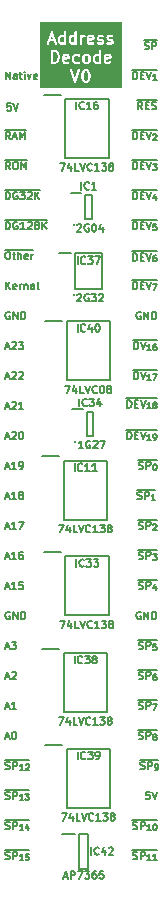
<source format=gto>
%TF.GenerationSoftware,KiCad,Pcbnew,7.0.5*%
%TF.CreationDate,2024-01-27T20:39:39+02:00*%
%TF.ProjectId,HCP65 MPU Address Decode,48435036-3520-44d5-9055-204164647265,rev?*%
%TF.SameCoordinates,Original*%
%TF.FileFunction,Legend,Top*%
%TF.FilePolarity,Positive*%
%FSLAX46Y46*%
G04 Gerber Fmt 4.6, Leading zero omitted, Abs format (unit mm)*
G04 Created by KiCad (PCBNEW 7.0.5) date 2024-01-27 20:39:39*
%MOMM*%
%LPD*%
G01*
G04 APERTURE LIST*
%ADD10C,0.150000*%
%ADD11C,0.200000*%
G04 APERTURE END LIST*
D10*
X87595636Y-96624534D02*
X87898017Y-96624534D01*
X87535160Y-96805963D02*
X87746826Y-96170963D01*
X87746826Y-96170963D02*
X87958493Y-96805963D01*
X88139922Y-96231439D02*
X88170160Y-96201201D01*
X88170160Y-96201201D02*
X88230636Y-96170963D01*
X88230636Y-96170963D02*
X88381827Y-96170963D01*
X88381827Y-96170963D02*
X88442303Y-96201201D01*
X88442303Y-96201201D02*
X88472541Y-96231439D01*
X88472541Y-96231439D02*
X88502779Y-96291915D01*
X88502779Y-96291915D02*
X88502779Y-96352391D01*
X88502779Y-96352391D02*
X88472541Y-96443105D01*
X88472541Y-96443105D02*
X88109684Y-96805963D01*
X88109684Y-96805963D02*
X88502779Y-96805963D01*
X88714446Y-96170963D02*
X89107541Y-96170963D01*
X89107541Y-96170963D02*
X88895874Y-96412867D01*
X88895874Y-96412867D02*
X88986589Y-96412867D01*
X88986589Y-96412867D02*
X89047065Y-96443105D01*
X89047065Y-96443105D02*
X89077303Y-96473344D01*
X89077303Y-96473344D02*
X89107541Y-96533820D01*
X89107541Y-96533820D02*
X89107541Y-96685010D01*
X89107541Y-96685010D02*
X89077303Y-96745486D01*
X89077303Y-96745486D02*
X89047065Y-96775725D01*
X89047065Y-96775725D02*
X88986589Y-96805963D01*
X88986589Y-96805963D02*
X88805160Y-96805963D01*
X88805160Y-96805963D02*
X88744684Y-96775725D01*
X88744684Y-96775725D02*
X88714446Y-96745486D01*
X87595636Y-129644534D02*
X87898017Y-129644534D01*
X87535160Y-129825963D02*
X87746826Y-129190963D01*
X87746826Y-129190963D02*
X87958493Y-129825963D01*
X88291112Y-129190963D02*
X88351589Y-129190963D01*
X88351589Y-129190963D02*
X88412065Y-129221201D01*
X88412065Y-129221201D02*
X88442303Y-129251439D01*
X88442303Y-129251439D02*
X88472541Y-129311915D01*
X88472541Y-129311915D02*
X88502779Y-129432867D01*
X88502779Y-129432867D02*
X88502779Y-129584058D01*
X88502779Y-129584058D02*
X88472541Y-129705010D01*
X88472541Y-129705010D02*
X88442303Y-129765486D01*
X88442303Y-129765486D02*
X88412065Y-129795725D01*
X88412065Y-129795725D02*
X88351589Y-129825963D01*
X88351589Y-129825963D02*
X88291112Y-129825963D01*
X88291112Y-129825963D02*
X88230636Y-129795725D01*
X88230636Y-129795725D02*
X88200398Y-129765486D01*
X88200398Y-129765486D02*
X88170160Y-129705010D01*
X88170160Y-129705010D02*
X88139922Y-129584058D01*
X88139922Y-129584058D02*
X88139922Y-129432867D01*
X88139922Y-129432867D02*
X88170160Y-129311915D01*
X88170160Y-129311915D02*
X88200398Y-129251439D01*
X88200398Y-129251439D02*
X88230636Y-129221201D01*
X88230636Y-129221201D02*
X88291112Y-129190963D01*
X98882696Y-127255725D02*
X98973410Y-127285963D01*
X98973410Y-127285963D02*
X99124601Y-127285963D01*
X99124601Y-127285963D02*
X99185077Y-127255725D01*
X99185077Y-127255725D02*
X99215315Y-127225486D01*
X99215315Y-127225486D02*
X99245553Y-127165010D01*
X99245553Y-127165010D02*
X99245553Y-127104534D01*
X99245553Y-127104534D02*
X99215315Y-127044058D01*
X99215315Y-127044058D02*
X99185077Y-127013820D01*
X99185077Y-127013820D02*
X99124601Y-126983582D01*
X99124601Y-126983582D02*
X99003648Y-126953344D01*
X99003648Y-126953344D02*
X98943172Y-126923105D01*
X98943172Y-126923105D02*
X98912934Y-126892867D01*
X98912934Y-126892867D02*
X98882696Y-126832391D01*
X98882696Y-126832391D02*
X98882696Y-126771915D01*
X98882696Y-126771915D02*
X98912934Y-126711439D01*
X98912934Y-126711439D02*
X98943172Y-126681201D01*
X98943172Y-126681201D02*
X99003648Y-126650963D01*
X99003648Y-126650963D02*
X99154839Y-126650963D01*
X99154839Y-126650963D02*
X99245553Y-126681201D01*
X99517696Y-127285963D02*
X99517696Y-126650963D01*
X99517696Y-126650963D02*
X99759601Y-126650963D01*
X99759601Y-126650963D02*
X99820077Y-126681201D01*
X99820077Y-126681201D02*
X99850315Y-126711439D01*
X99850315Y-126711439D02*
X99880553Y-126771915D01*
X99880553Y-126771915D02*
X99880553Y-126862629D01*
X99880553Y-126862629D02*
X99850315Y-126923105D01*
X99850315Y-126923105D02*
X99820077Y-126953344D01*
X99820077Y-126953344D02*
X99759601Y-126983582D01*
X99759601Y-126983582D02*
X99517696Y-126983582D01*
X100074077Y-126848115D02*
X100412744Y-126848115D01*
X100412744Y-126848115D02*
X100195029Y-127356115D01*
X98825244Y-126474675D02*
X100421816Y-126474675D01*
X87595636Y-132335725D02*
X87686350Y-132365963D01*
X87686350Y-132365963D02*
X87837541Y-132365963D01*
X87837541Y-132365963D02*
X87898017Y-132335725D01*
X87898017Y-132335725D02*
X87928255Y-132305486D01*
X87928255Y-132305486D02*
X87958493Y-132245010D01*
X87958493Y-132245010D02*
X87958493Y-132184534D01*
X87958493Y-132184534D02*
X87928255Y-132124058D01*
X87928255Y-132124058D02*
X87898017Y-132093820D01*
X87898017Y-132093820D02*
X87837541Y-132063582D01*
X87837541Y-132063582D02*
X87716588Y-132033344D01*
X87716588Y-132033344D02*
X87656112Y-132003105D01*
X87656112Y-132003105D02*
X87625874Y-131972867D01*
X87625874Y-131972867D02*
X87595636Y-131912391D01*
X87595636Y-131912391D02*
X87595636Y-131851915D01*
X87595636Y-131851915D02*
X87625874Y-131791439D01*
X87625874Y-131791439D02*
X87656112Y-131761201D01*
X87656112Y-131761201D02*
X87716588Y-131730963D01*
X87716588Y-131730963D02*
X87867779Y-131730963D01*
X87867779Y-131730963D02*
X87958493Y-131761201D01*
X88230636Y-132365963D02*
X88230636Y-131730963D01*
X88230636Y-131730963D02*
X88472541Y-131730963D01*
X88472541Y-131730963D02*
X88533017Y-131761201D01*
X88533017Y-131761201D02*
X88563255Y-131791439D01*
X88563255Y-131791439D02*
X88593493Y-131851915D01*
X88593493Y-131851915D02*
X88593493Y-131942629D01*
X88593493Y-131942629D02*
X88563255Y-132003105D01*
X88563255Y-132003105D02*
X88533017Y-132033344D01*
X88533017Y-132033344D02*
X88472541Y-132063582D01*
X88472541Y-132063582D02*
X88230636Y-132063582D01*
X89101493Y-132436115D02*
X88811207Y-132436115D01*
X88956350Y-132436115D02*
X88956350Y-131928115D01*
X88956350Y-131928115D02*
X88907969Y-132000686D01*
X88907969Y-132000686D02*
X88859588Y-132049067D01*
X88859588Y-132049067D02*
X88811207Y-132073258D01*
X89295017Y-131976496D02*
X89319208Y-131952305D01*
X89319208Y-131952305D02*
X89367589Y-131928115D01*
X89367589Y-131928115D02*
X89488541Y-131928115D01*
X89488541Y-131928115D02*
X89536922Y-131952305D01*
X89536922Y-131952305D02*
X89561113Y-131976496D01*
X89561113Y-131976496D02*
X89585303Y-132024877D01*
X89585303Y-132024877D02*
X89585303Y-132073258D01*
X89585303Y-132073258D02*
X89561113Y-132145829D01*
X89561113Y-132145829D02*
X89270827Y-132436115D01*
X89270827Y-132436115D02*
X89585303Y-132436115D01*
X87538184Y-131554675D02*
X89618566Y-131554675D01*
X99185077Y-76485963D02*
X98973410Y-76183582D01*
X98822220Y-76485963D02*
X98822220Y-75850963D01*
X98822220Y-75850963D02*
X99064125Y-75850963D01*
X99064125Y-75850963D02*
X99124601Y-75881201D01*
X99124601Y-75881201D02*
X99154839Y-75911439D01*
X99154839Y-75911439D02*
X99185077Y-75971915D01*
X99185077Y-75971915D02*
X99185077Y-76062629D01*
X99185077Y-76062629D02*
X99154839Y-76123105D01*
X99154839Y-76123105D02*
X99124601Y-76153344D01*
X99124601Y-76153344D02*
X99064125Y-76183582D01*
X99064125Y-76183582D02*
X98822220Y-76183582D01*
X99457220Y-76153344D02*
X99668887Y-76153344D01*
X99759601Y-76485963D02*
X99457220Y-76485963D01*
X99457220Y-76485963D02*
X99457220Y-75850963D01*
X99457220Y-75850963D02*
X99759601Y-75850963D01*
X100001506Y-76455725D02*
X100092220Y-76485963D01*
X100092220Y-76485963D02*
X100243411Y-76485963D01*
X100243411Y-76485963D02*
X100303887Y-76455725D01*
X100303887Y-76455725D02*
X100334125Y-76425486D01*
X100334125Y-76425486D02*
X100364363Y-76365010D01*
X100364363Y-76365010D02*
X100364363Y-76304534D01*
X100364363Y-76304534D02*
X100334125Y-76244058D01*
X100334125Y-76244058D02*
X100303887Y-76213820D01*
X100303887Y-76213820D02*
X100243411Y-76183582D01*
X100243411Y-76183582D02*
X100122458Y-76153344D01*
X100122458Y-76153344D02*
X100061982Y-76123105D01*
X100061982Y-76123105D02*
X100031744Y-76092867D01*
X100031744Y-76092867D02*
X100001506Y-76032391D01*
X100001506Y-76032391D02*
X100001506Y-75971915D01*
X100001506Y-75971915D02*
X100031744Y-75911439D01*
X100031744Y-75911439D02*
X100061982Y-75881201D01*
X100061982Y-75881201D02*
X100122458Y-75850963D01*
X100122458Y-75850963D02*
X100273649Y-75850963D01*
X100273649Y-75850963D02*
X100364363Y-75881201D01*
X98734530Y-75674675D02*
X100421816Y-75674675D01*
X98398886Y-84105963D02*
X98398886Y-83470963D01*
X98398886Y-83470963D02*
X98550076Y-83470963D01*
X98550076Y-83470963D02*
X98640791Y-83501201D01*
X98640791Y-83501201D02*
X98701267Y-83561677D01*
X98701267Y-83561677D02*
X98731505Y-83622153D01*
X98731505Y-83622153D02*
X98761743Y-83743105D01*
X98761743Y-83743105D02*
X98761743Y-83833820D01*
X98761743Y-83833820D02*
X98731505Y-83954772D01*
X98731505Y-83954772D02*
X98701267Y-84015248D01*
X98701267Y-84015248D02*
X98640791Y-84075725D01*
X98640791Y-84075725D02*
X98550076Y-84105963D01*
X98550076Y-84105963D02*
X98398886Y-84105963D01*
X99033886Y-83773344D02*
X99245553Y-83773344D01*
X99336267Y-84105963D02*
X99033886Y-84105963D01*
X99033886Y-84105963D02*
X99033886Y-83470963D01*
X99033886Y-83470963D02*
X99336267Y-83470963D01*
X99517696Y-83470963D02*
X99729362Y-84105963D01*
X99729362Y-84105963D02*
X99941029Y-83470963D01*
X100340172Y-83837448D02*
X100340172Y-84176115D01*
X100219220Y-83643925D02*
X100098267Y-84006782D01*
X100098267Y-84006782D02*
X100412744Y-84006782D01*
X98311196Y-83294675D02*
X100421816Y-83294675D01*
X98398886Y-73945963D02*
X98398886Y-73310963D01*
X98398886Y-73310963D02*
X98550076Y-73310963D01*
X98550076Y-73310963D02*
X98640791Y-73341201D01*
X98640791Y-73341201D02*
X98701267Y-73401677D01*
X98701267Y-73401677D02*
X98731505Y-73462153D01*
X98731505Y-73462153D02*
X98761743Y-73583105D01*
X98761743Y-73583105D02*
X98761743Y-73673820D01*
X98761743Y-73673820D02*
X98731505Y-73794772D01*
X98731505Y-73794772D02*
X98701267Y-73855248D01*
X98701267Y-73855248D02*
X98640791Y-73915725D01*
X98640791Y-73915725D02*
X98550076Y-73945963D01*
X98550076Y-73945963D02*
X98398886Y-73945963D01*
X99033886Y-73613344D02*
X99245553Y-73613344D01*
X99336267Y-73945963D02*
X99033886Y-73945963D01*
X99033886Y-73945963D02*
X99033886Y-73310963D01*
X99033886Y-73310963D02*
X99336267Y-73310963D01*
X99517696Y-73310963D02*
X99729362Y-73945963D01*
X99729362Y-73945963D02*
X99941029Y-73310963D01*
X100388553Y-74016115D02*
X100098267Y-74016115D01*
X100243410Y-74016115D02*
X100243410Y-73508115D01*
X100243410Y-73508115D02*
X100195029Y-73580686D01*
X100195029Y-73580686D02*
X100146648Y-73629067D01*
X100146648Y-73629067D02*
X100098267Y-73653258D01*
X98311196Y-73134675D02*
X100421816Y-73134675D01*
X87595636Y-101704534D02*
X87898017Y-101704534D01*
X87535160Y-101885963D02*
X87746826Y-101250963D01*
X87746826Y-101250963D02*
X87958493Y-101885963D01*
X88139922Y-101311439D02*
X88170160Y-101281201D01*
X88170160Y-101281201D02*
X88230636Y-101250963D01*
X88230636Y-101250963D02*
X88381827Y-101250963D01*
X88381827Y-101250963D02*
X88442303Y-101281201D01*
X88442303Y-101281201D02*
X88472541Y-101311439D01*
X88472541Y-101311439D02*
X88502779Y-101371915D01*
X88502779Y-101371915D02*
X88502779Y-101432391D01*
X88502779Y-101432391D02*
X88472541Y-101523105D01*
X88472541Y-101523105D02*
X88109684Y-101885963D01*
X88109684Y-101885963D02*
X88502779Y-101885963D01*
X89107541Y-101885963D02*
X88744684Y-101885963D01*
X88926112Y-101885963D02*
X88926112Y-101250963D01*
X88926112Y-101250963D02*
X88865636Y-101341677D01*
X88865636Y-101341677D02*
X88805160Y-101402153D01*
X88805160Y-101402153D02*
X88744684Y-101432391D01*
X98398886Y-89312963D02*
X98398886Y-88677963D01*
X98398886Y-88677963D02*
X98550076Y-88677963D01*
X98550076Y-88677963D02*
X98640791Y-88708201D01*
X98640791Y-88708201D02*
X98701267Y-88768677D01*
X98701267Y-88768677D02*
X98731505Y-88829153D01*
X98731505Y-88829153D02*
X98761743Y-88950105D01*
X98761743Y-88950105D02*
X98761743Y-89040820D01*
X98761743Y-89040820D02*
X98731505Y-89161772D01*
X98731505Y-89161772D02*
X98701267Y-89222248D01*
X98701267Y-89222248D02*
X98640791Y-89282725D01*
X98640791Y-89282725D02*
X98550076Y-89312963D01*
X98550076Y-89312963D02*
X98398886Y-89312963D01*
X99033886Y-88980344D02*
X99245553Y-88980344D01*
X99336267Y-89312963D02*
X99033886Y-89312963D01*
X99033886Y-89312963D02*
X99033886Y-88677963D01*
X99033886Y-88677963D02*
X99336267Y-88677963D01*
X99517696Y-88677963D02*
X99729362Y-89312963D01*
X99729362Y-89312963D02*
X99941029Y-88677963D01*
X100340172Y-88875115D02*
X100243410Y-88875115D01*
X100243410Y-88875115D02*
X100195029Y-88899305D01*
X100195029Y-88899305D02*
X100170839Y-88923496D01*
X100170839Y-88923496D02*
X100122458Y-88996067D01*
X100122458Y-88996067D02*
X100098267Y-89092829D01*
X100098267Y-89092829D02*
X100098267Y-89286353D01*
X100098267Y-89286353D02*
X100122458Y-89334734D01*
X100122458Y-89334734D02*
X100146648Y-89358925D01*
X100146648Y-89358925D02*
X100195029Y-89383115D01*
X100195029Y-89383115D02*
X100291791Y-89383115D01*
X100291791Y-89383115D02*
X100340172Y-89358925D01*
X100340172Y-89358925D02*
X100364363Y-89334734D01*
X100364363Y-89334734D02*
X100388553Y-89286353D01*
X100388553Y-89286353D02*
X100388553Y-89165401D01*
X100388553Y-89165401D02*
X100364363Y-89117020D01*
X100364363Y-89117020D02*
X100340172Y-89092829D01*
X100340172Y-89092829D02*
X100291791Y-89068639D01*
X100291791Y-89068639D02*
X100195029Y-89068639D01*
X100195029Y-89068639D02*
X100146648Y-89092829D01*
X100146648Y-89092829D02*
X100122458Y-89117020D01*
X100122458Y-89117020D02*
X100098267Y-89165401D01*
X98311196Y-88501675D02*
X100421816Y-88501675D01*
X97915076Y-104425963D02*
X97915076Y-103790963D01*
X97915076Y-103790963D02*
X98066266Y-103790963D01*
X98066266Y-103790963D02*
X98156981Y-103821201D01*
X98156981Y-103821201D02*
X98217457Y-103881677D01*
X98217457Y-103881677D02*
X98247695Y-103942153D01*
X98247695Y-103942153D02*
X98277933Y-104063105D01*
X98277933Y-104063105D02*
X98277933Y-104153820D01*
X98277933Y-104153820D02*
X98247695Y-104274772D01*
X98247695Y-104274772D02*
X98217457Y-104335248D01*
X98217457Y-104335248D02*
X98156981Y-104395725D01*
X98156981Y-104395725D02*
X98066266Y-104425963D01*
X98066266Y-104425963D02*
X97915076Y-104425963D01*
X98550076Y-104093344D02*
X98761743Y-104093344D01*
X98852457Y-104425963D02*
X98550076Y-104425963D01*
X98550076Y-104425963D02*
X98550076Y-103790963D01*
X98550076Y-103790963D02*
X98852457Y-103790963D01*
X99033886Y-103790963D02*
X99245552Y-104425963D01*
X99245552Y-104425963D02*
X99457219Y-103790963D01*
X99904743Y-104496115D02*
X99614457Y-104496115D01*
X99759600Y-104496115D02*
X99759600Y-103988115D01*
X99759600Y-103988115D02*
X99711219Y-104060686D01*
X99711219Y-104060686D02*
X99662838Y-104109067D01*
X99662838Y-104109067D02*
X99614457Y-104133258D01*
X100146648Y-104496115D02*
X100243410Y-104496115D01*
X100243410Y-104496115D02*
X100291791Y-104471925D01*
X100291791Y-104471925D02*
X100315982Y-104447734D01*
X100315982Y-104447734D02*
X100364363Y-104375163D01*
X100364363Y-104375163D02*
X100388553Y-104278401D01*
X100388553Y-104278401D02*
X100388553Y-104084877D01*
X100388553Y-104084877D02*
X100364363Y-104036496D01*
X100364363Y-104036496D02*
X100340172Y-104012305D01*
X100340172Y-104012305D02*
X100291791Y-103988115D01*
X100291791Y-103988115D02*
X100195029Y-103988115D01*
X100195029Y-103988115D02*
X100146648Y-104012305D01*
X100146648Y-104012305D02*
X100122458Y-104036496D01*
X100122458Y-104036496D02*
X100098267Y-104084877D01*
X100098267Y-104084877D02*
X100098267Y-104205829D01*
X100098267Y-104205829D02*
X100122458Y-104254210D01*
X100122458Y-104254210D02*
X100146648Y-104278401D01*
X100146648Y-104278401D02*
X100195029Y-104302591D01*
X100195029Y-104302591D02*
X100291791Y-104302591D01*
X100291791Y-104302591D02*
X100340172Y-104278401D01*
X100340172Y-104278401D02*
X100364363Y-104254210D01*
X100364363Y-104254210D02*
X100388553Y-104205829D01*
X97827386Y-103614675D02*
X100421816Y-103614675D01*
X87595636Y-127104534D02*
X87898017Y-127104534D01*
X87535160Y-127285963D02*
X87746826Y-126650963D01*
X87746826Y-126650963D02*
X87958493Y-127285963D01*
X88502779Y-127285963D02*
X88139922Y-127285963D01*
X88321350Y-127285963D02*
X88321350Y-126650963D01*
X88321350Y-126650963D02*
X88260874Y-126741677D01*
X88260874Y-126741677D02*
X88200398Y-126802153D01*
X88200398Y-126802153D02*
X88139922Y-126832391D01*
X87746826Y-88550963D02*
X87867779Y-88550963D01*
X87867779Y-88550963D02*
X87928255Y-88581201D01*
X87928255Y-88581201D02*
X87988731Y-88641677D01*
X87988731Y-88641677D02*
X88018969Y-88762629D01*
X88018969Y-88762629D02*
X88018969Y-88974296D01*
X88018969Y-88974296D02*
X87988731Y-89095248D01*
X87988731Y-89095248D02*
X87928255Y-89155725D01*
X87928255Y-89155725D02*
X87867779Y-89185963D01*
X87867779Y-89185963D02*
X87746826Y-89185963D01*
X87746826Y-89185963D02*
X87686350Y-89155725D01*
X87686350Y-89155725D02*
X87625874Y-89095248D01*
X87625874Y-89095248D02*
X87595636Y-88974296D01*
X87595636Y-88974296D02*
X87595636Y-88762629D01*
X87595636Y-88762629D02*
X87625874Y-88641677D01*
X87625874Y-88641677D02*
X87686350Y-88581201D01*
X87686350Y-88581201D02*
X87746826Y-88550963D01*
X88200398Y-88762629D02*
X88442302Y-88762629D01*
X88291112Y-88550963D02*
X88291112Y-89095248D01*
X88291112Y-89095248D02*
X88321350Y-89155725D01*
X88321350Y-89155725D02*
X88381826Y-89185963D01*
X88381826Y-89185963D02*
X88442302Y-89185963D01*
X88653969Y-89185963D02*
X88653969Y-88550963D01*
X88926112Y-89185963D02*
X88926112Y-88853344D01*
X88926112Y-88853344D02*
X88895874Y-88792867D01*
X88895874Y-88792867D02*
X88835398Y-88762629D01*
X88835398Y-88762629D02*
X88744683Y-88762629D01*
X88744683Y-88762629D02*
X88684207Y-88792867D01*
X88684207Y-88792867D02*
X88653969Y-88823105D01*
X89470398Y-89155725D02*
X89409922Y-89185963D01*
X89409922Y-89185963D02*
X89288969Y-89185963D01*
X89288969Y-89185963D02*
X89228493Y-89155725D01*
X89228493Y-89155725D02*
X89198255Y-89095248D01*
X89198255Y-89095248D02*
X89198255Y-88853344D01*
X89198255Y-88853344D02*
X89228493Y-88792867D01*
X89228493Y-88792867D02*
X89288969Y-88762629D01*
X89288969Y-88762629D02*
X89409922Y-88762629D01*
X89409922Y-88762629D02*
X89470398Y-88792867D01*
X89470398Y-88792867D02*
X89500636Y-88853344D01*
X89500636Y-88853344D02*
X89500636Y-88913820D01*
X89500636Y-88913820D02*
X89198255Y-88974296D01*
X89772779Y-89185963D02*
X89772779Y-88762629D01*
X89772779Y-88883582D02*
X89803017Y-88823105D01*
X89803017Y-88823105D02*
X89833255Y-88792867D01*
X89833255Y-88792867D02*
X89893731Y-88762629D01*
X89893731Y-88762629D02*
X89954208Y-88762629D01*
X87538184Y-88374675D02*
X89951184Y-88374675D01*
X87595636Y-124564534D02*
X87898017Y-124564534D01*
X87535160Y-124745963D02*
X87746826Y-124110963D01*
X87746826Y-124110963D02*
X87958493Y-124745963D01*
X88139922Y-124171439D02*
X88170160Y-124141201D01*
X88170160Y-124141201D02*
X88230636Y-124110963D01*
X88230636Y-124110963D02*
X88381827Y-124110963D01*
X88381827Y-124110963D02*
X88442303Y-124141201D01*
X88442303Y-124141201D02*
X88472541Y-124171439D01*
X88472541Y-124171439D02*
X88502779Y-124231915D01*
X88502779Y-124231915D02*
X88502779Y-124292391D01*
X88502779Y-124292391D02*
X88472541Y-124383105D01*
X88472541Y-124383105D02*
X88109684Y-124745963D01*
X88109684Y-124745963D02*
X88502779Y-124745963D01*
X87595636Y-122024534D02*
X87898017Y-122024534D01*
X87535160Y-122205963D02*
X87746826Y-121570963D01*
X87746826Y-121570963D02*
X87958493Y-122205963D01*
X88109684Y-121570963D02*
X88502779Y-121570963D01*
X88502779Y-121570963D02*
X88291112Y-121812867D01*
X88291112Y-121812867D02*
X88381827Y-121812867D01*
X88381827Y-121812867D02*
X88442303Y-121843105D01*
X88442303Y-121843105D02*
X88472541Y-121873344D01*
X88472541Y-121873344D02*
X88502779Y-121933820D01*
X88502779Y-121933820D02*
X88502779Y-122085010D01*
X88502779Y-122085010D02*
X88472541Y-122145486D01*
X88472541Y-122145486D02*
X88442303Y-122175725D01*
X88442303Y-122175725D02*
X88381827Y-122205963D01*
X88381827Y-122205963D02*
X88200398Y-122205963D01*
X88200398Y-122205963D02*
X88139922Y-122175725D01*
X88139922Y-122175725D02*
X88109684Y-122145486D01*
X99033887Y-93661201D02*
X98973411Y-93630963D01*
X98973411Y-93630963D02*
X98882697Y-93630963D01*
X98882697Y-93630963D02*
X98791982Y-93661201D01*
X98791982Y-93661201D02*
X98731506Y-93721677D01*
X98731506Y-93721677D02*
X98701268Y-93782153D01*
X98701268Y-93782153D02*
X98671030Y-93903105D01*
X98671030Y-93903105D02*
X98671030Y-93993820D01*
X98671030Y-93993820D02*
X98701268Y-94114772D01*
X98701268Y-94114772D02*
X98731506Y-94175248D01*
X98731506Y-94175248D02*
X98791982Y-94235725D01*
X98791982Y-94235725D02*
X98882697Y-94265963D01*
X98882697Y-94265963D02*
X98943173Y-94265963D01*
X98943173Y-94265963D02*
X99033887Y-94235725D01*
X99033887Y-94235725D02*
X99064125Y-94205486D01*
X99064125Y-94205486D02*
X99064125Y-93993820D01*
X99064125Y-93993820D02*
X98943173Y-93993820D01*
X99336268Y-94265963D02*
X99336268Y-93630963D01*
X99336268Y-93630963D02*
X99699125Y-94265963D01*
X99699125Y-94265963D02*
X99699125Y-93630963D01*
X100001506Y-94265963D02*
X100001506Y-93630963D01*
X100001506Y-93630963D02*
X100152696Y-93630963D01*
X100152696Y-93630963D02*
X100243411Y-93661201D01*
X100243411Y-93661201D02*
X100303887Y-93721677D01*
X100303887Y-93721677D02*
X100334125Y-93782153D01*
X100334125Y-93782153D02*
X100364363Y-93903105D01*
X100364363Y-93903105D02*
X100364363Y-93993820D01*
X100364363Y-93993820D02*
X100334125Y-94114772D01*
X100334125Y-94114772D02*
X100303887Y-94175248D01*
X100303887Y-94175248D02*
X100243411Y-94235725D01*
X100243411Y-94235725D02*
X100152696Y-94265963D01*
X100152696Y-94265963D02*
X100001506Y-94265963D01*
X87625874Y-91725963D02*
X87625874Y-91090963D01*
X87988731Y-91725963D02*
X87716588Y-91363105D01*
X87988731Y-91090963D02*
X87625874Y-91453820D01*
X88502779Y-91695725D02*
X88442303Y-91725963D01*
X88442303Y-91725963D02*
X88321350Y-91725963D01*
X88321350Y-91725963D02*
X88260874Y-91695725D01*
X88260874Y-91695725D02*
X88230636Y-91635248D01*
X88230636Y-91635248D02*
X88230636Y-91393344D01*
X88230636Y-91393344D02*
X88260874Y-91332867D01*
X88260874Y-91332867D02*
X88321350Y-91302629D01*
X88321350Y-91302629D02*
X88442303Y-91302629D01*
X88442303Y-91302629D02*
X88502779Y-91332867D01*
X88502779Y-91332867D02*
X88533017Y-91393344D01*
X88533017Y-91393344D02*
X88533017Y-91453820D01*
X88533017Y-91453820D02*
X88230636Y-91514296D01*
X88805160Y-91725963D02*
X88805160Y-91302629D01*
X88805160Y-91423582D02*
X88835398Y-91363105D01*
X88835398Y-91363105D02*
X88865636Y-91332867D01*
X88865636Y-91332867D02*
X88926112Y-91302629D01*
X88926112Y-91302629D02*
X88986589Y-91302629D01*
X89198255Y-91302629D02*
X89198255Y-91725963D01*
X89198255Y-91363105D02*
X89228493Y-91332867D01*
X89228493Y-91332867D02*
X89288969Y-91302629D01*
X89288969Y-91302629D02*
X89379684Y-91302629D01*
X89379684Y-91302629D02*
X89440160Y-91332867D01*
X89440160Y-91332867D02*
X89470398Y-91393344D01*
X89470398Y-91393344D02*
X89470398Y-91725963D01*
X90044922Y-91725963D02*
X90044922Y-91393344D01*
X90044922Y-91393344D02*
X90014684Y-91332867D01*
X90014684Y-91332867D02*
X89954208Y-91302629D01*
X89954208Y-91302629D02*
X89833255Y-91302629D01*
X89833255Y-91302629D02*
X89772779Y-91332867D01*
X90044922Y-91695725D02*
X89984446Y-91725963D01*
X89984446Y-91725963D02*
X89833255Y-91725963D01*
X89833255Y-91725963D02*
X89772779Y-91695725D01*
X89772779Y-91695725D02*
X89742541Y-91635248D01*
X89742541Y-91635248D02*
X89742541Y-91574772D01*
X89742541Y-91574772D02*
X89772779Y-91514296D01*
X89772779Y-91514296D02*
X89833255Y-91484058D01*
X89833255Y-91484058D02*
X89984446Y-91484058D01*
X89984446Y-91484058D02*
X90044922Y-91453820D01*
X90438017Y-91725963D02*
X90377541Y-91695725D01*
X90377541Y-91695725D02*
X90347303Y-91635248D01*
X90347303Y-91635248D02*
X90347303Y-91090963D01*
X98882696Y-112015725D02*
X98973410Y-112045963D01*
X98973410Y-112045963D02*
X99124601Y-112045963D01*
X99124601Y-112045963D02*
X99185077Y-112015725D01*
X99185077Y-112015725D02*
X99215315Y-111985486D01*
X99215315Y-111985486D02*
X99245553Y-111925010D01*
X99245553Y-111925010D02*
X99245553Y-111864534D01*
X99245553Y-111864534D02*
X99215315Y-111804058D01*
X99215315Y-111804058D02*
X99185077Y-111773820D01*
X99185077Y-111773820D02*
X99124601Y-111743582D01*
X99124601Y-111743582D02*
X99003648Y-111713344D01*
X99003648Y-111713344D02*
X98943172Y-111683105D01*
X98943172Y-111683105D02*
X98912934Y-111652867D01*
X98912934Y-111652867D02*
X98882696Y-111592391D01*
X98882696Y-111592391D02*
X98882696Y-111531915D01*
X98882696Y-111531915D02*
X98912934Y-111471439D01*
X98912934Y-111471439D02*
X98943172Y-111441201D01*
X98943172Y-111441201D02*
X99003648Y-111410963D01*
X99003648Y-111410963D02*
X99154839Y-111410963D01*
X99154839Y-111410963D02*
X99245553Y-111441201D01*
X99517696Y-112045963D02*
X99517696Y-111410963D01*
X99517696Y-111410963D02*
X99759601Y-111410963D01*
X99759601Y-111410963D02*
X99820077Y-111441201D01*
X99820077Y-111441201D02*
X99850315Y-111471439D01*
X99850315Y-111471439D02*
X99880553Y-111531915D01*
X99880553Y-111531915D02*
X99880553Y-111622629D01*
X99880553Y-111622629D02*
X99850315Y-111683105D01*
X99850315Y-111683105D02*
X99820077Y-111713344D01*
X99820077Y-111713344D02*
X99759601Y-111743582D01*
X99759601Y-111743582D02*
X99517696Y-111743582D01*
X100098267Y-111656496D02*
X100122458Y-111632305D01*
X100122458Y-111632305D02*
X100170839Y-111608115D01*
X100170839Y-111608115D02*
X100291791Y-111608115D01*
X100291791Y-111608115D02*
X100340172Y-111632305D01*
X100340172Y-111632305D02*
X100364363Y-111656496D01*
X100364363Y-111656496D02*
X100388553Y-111704877D01*
X100388553Y-111704877D02*
X100388553Y-111753258D01*
X100388553Y-111753258D02*
X100364363Y-111825829D01*
X100364363Y-111825829D02*
X100074077Y-112116115D01*
X100074077Y-112116115D02*
X100388553Y-112116115D01*
X98825244Y-111234675D02*
X100421816Y-111234675D01*
X99009696Y-132335725D02*
X99100410Y-132365963D01*
X99100410Y-132365963D02*
X99251601Y-132365963D01*
X99251601Y-132365963D02*
X99312077Y-132335725D01*
X99312077Y-132335725D02*
X99342315Y-132305486D01*
X99342315Y-132305486D02*
X99372553Y-132245010D01*
X99372553Y-132245010D02*
X99372553Y-132184534D01*
X99372553Y-132184534D02*
X99342315Y-132124058D01*
X99342315Y-132124058D02*
X99312077Y-132093820D01*
X99312077Y-132093820D02*
X99251601Y-132063582D01*
X99251601Y-132063582D02*
X99130648Y-132033344D01*
X99130648Y-132033344D02*
X99070172Y-132003105D01*
X99070172Y-132003105D02*
X99039934Y-131972867D01*
X99039934Y-131972867D02*
X99009696Y-131912391D01*
X99009696Y-131912391D02*
X99009696Y-131851915D01*
X99009696Y-131851915D02*
X99039934Y-131791439D01*
X99039934Y-131791439D02*
X99070172Y-131761201D01*
X99070172Y-131761201D02*
X99130648Y-131730963D01*
X99130648Y-131730963D02*
X99281839Y-131730963D01*
X99281839Y-131730963D02*
X99372553Y-131761201D01*
X99644696Y-132365963D02*
X99644696Y-131730963D01*
X99644696Y-131730963D02*
X99886601Y-131730963D01*
X99886601Y-131730963D02*
X99947077Y-131761201D01*
X99947077Y-131761201D02*
X99977315Y-131791439D01*
X99977315Y-131791439D02*
X100007553Y-131851915D01*
X100007553Y-131851915D02*
X100007553Y-131942629D01*
X100007553Y-131942629D02*
X99977315Y-132003105D01*
X99977315Y-132003105D02*
X99947077Y-132033344D01*
X99947077Y-132033344D02*
X99886601Y-132063582D01*
X99886601Y-132063582D02*
X99644696Y-132063582D01*
X100273648Y-132436115D02*
X100370410Y-132436115D01*
X100370410Y-132436115D02*
X100418791Y-132411925D01*
X100418791Y-132411925D02*
X100442982Y-132387734D01*
X100442982Y-132387734D02*
X100491363Y-132315163D01*
X100491363Y-132315163D02*
X100515553Y-132218401D01*
X100515553Y-132218401D02*
X100515553Y-132024877D01*
X100515553Y-132024877D02*
X100491363Y-131976496D01*
X100491363Y-131976496D02*
X100467172Y-131952305D01*
X100467172Y-131952305D02*
X100418791Y-131928115D01*
X100418791Y-131928115D02*
X100322029Y-131928115D01*
X100322029Y-131928115D02*
X100273648Y-131952305D01*
X100273648Y-131952305D02*
X100249458Y-131976496D01*
X100249458Y-131976496D02*
X100225267Y-132024877D01*
X100225267Y-132024877D02*
X100225267Y-132145829D01*
X100225267Y-132145829D02*
X100249458Y-132194210D01*
X100249458Y-132194210D02*
X100273648Y-132218401D01*
X100273648Y-132218401D02*
X100322029Y-132242591D01*
X100322029Y-132242591D02*
X100418791Y-132242591D01*
X100418791Y-132242591D02*
X100467172Y-132218401D01*
X100467172Y-132218401D02*
X100491363Y-132194210D01*
X100491363Y-132194210D02*
X100515553Y-132145829D01*
X98952244Y-131554675D02*
X100548816Y-131554675D01*
X87625874Y-86645963D02*
X87625874Y-86010963D01*
X87625874Y-86010963D02*
X87777064Y-86010963D01*
X87777064Y-86010963D02*
X87867779Y-86041201D01*
X87867779Y-86041201D02*
X87928255Y-86101677D01*
X87928255Y-86101677D02*
X87958493Y-86162153D01*
X87958493Y-86162153D02*
X87988731Y-86283105D01*
X87988731Y-86283105D02*
X87988731Y-86373820D01*
X87988731Y-86373820D02*
X87958493Y-86494772D01*
X87958493Y-86494772D02*
X87928255Y-86555248D01*
X87928255Y-86555248D02*
X87867779Y-86615725D01*
X87867779Y-86615725D02*
X87777064Y-86645963D01*
X87777064Y-86645963D02*
X87625874Y-86645963D01*
X88593493Y-86041201D02*
X88533017Y-86010963D01*
X88533017Y-86010963D02*
X88442303Y-86010963D01*
X88442303Y-86010963D02*
X88351588Y-86041201D01*
X88351588Y-86041201D02*
X88291112Y-86101677D01*
X88291112Y-86101677D02*
X88260874Y-86162153D01*
X88260874Y-86162153D02*
X88230636Y-86283105D01*
X88230636Y-86283105D02*
X88230636Y-86373820D01*
X88230636Y-86373820D02*
X88260874Y-86494772D01*
X88260874Y-86494772D02*
X88291112Y-86555248D01*
X88291112Y-86555248D02*
X88351588Y-86615725D01*
X88351588Y-86615725D02*
X88442303Y-86645963D01*
X88442303Y-86645963D02*
X88502779Y-86645963D01*
X88502779Y-86645963D02*
X88593493Y-86615725D01*
X88593493Y-86615725D02*
X88623731Y-86585486D01*
X88623731Y-86585486D02*
X88623731Y-86373820D01*
X88623731Y-86373820D02*
X88502779Y-86373820D01*
X89228493Y-86645963D02*
X88865636Y-86645963D01*
X89047064Y-86645963D02*
X89047064Y-86010963D01*
X89047064Y-86010963D02*
X88986588Y-86101677D01*
X88986588Y-86101677D02*
X88926112Y-86162153D01*
X88926112Y-86162153D02*
X88865636Y-86192391D01*
X89470398Y-86071439D02*
X89500636Y-86041201D01*
X89500636Y-86041201D02*
X89561112Y-86010963D01*
X89561112Y-86010963D02*
X89712303Y-86010963D01*
X89712303Y-86010963D02*
X89772779Y-86041201D01*
X89772779Y-86041201D02*
X89803017Y-86071439D01*
X89803017Y-86071439D02*
X89833255Y-86131915D01*
X89833255Y-86131915D02*
X89833255Y-86192391D01*
X89833255Y-86192391D02*
X89803017Y-86283105D01*
X89803017Y-86283105D02*
X89440160Y-86645963D01*
X89440160Y-86645963D02*
X89833255Y-86645963D01*
X90196112Y-86283105D02*
X90135636Y-86252867D01*
X90135636Y-86252867D02*
X90105398Y-86222629D01*
X90105398Y-86222629D02*
X90075160Y-86162153D01*
X90075160Y-86162153D02*
X90075160Y-86131915D01*
X90075160Y-86131915D02*
X90105398Y-86071439D01*
X90105398Y-86071439D02*
X90135636Y-86041201D01*
X90135636Y-86041201D02*
X90196112Y-86010963D01*
X90196112Y-86010963D02*
X90317065Y-86010963D01*
X90317065Y-86010963D02*
X90377541Y-86041201D01*
X90377541Y-86041201D02*
X90407779Y-86071439D01*
X90407779Y-86071439D02*
X90438017Y-86131915D01*
X90438017Y-86131915D02*
X90438017Y-86162153D01*
X90438017Y-86162153D02*
X90407779Y-86222629D01*
X90407779Y-86222629D02*
X90377541Y-86252867D01*
X90377541Y-86252867D02*
X90317065Y-86283105D01*
X90317065Y-86283105D02*
X90196112Y-86283105D01*
X90196112Y-86283105D02*
X90135636Y-86313344D01*
X90135636Y-86313344D02*
X90105398Y-86343582D01*
X90105398Y-86343582D02*
X90075160Y-86404058D01*
X90075160Y-86404058D02*
X90075160Y-86525010D01*
X90075160Y-86525010D02*
X90105398Y-86585486D01*
X90105398Y-86585486D02*
X90135636Y-86615725D01*
X90135636Y-86615725D02*
X90196112Y-86645963D01*
X90196112Y-86645963D02*
X90317065Y-86645963D01*
X90317065Y-86645963D02*
X90377541Y-86615725D01*
X90377541Y-86615725D02*
X90407779Y-86585486D01*
X90407779Y-86585486D02*
X90438017Y-86525010D01*
X90438017Y-86525010D02*
X90438017Y-86404058D01*
X90438017Y-86404058D02*
X90407779Y-86343582D01*
X90407779Y-86343582D02*
X90377541Y-86313344D01*
X90377541Y-86313344D02*
X90317065Y-86283105D01*
X90710160Y-86645963D02*
X90710160Y-86010963D01*
X91073017Y-86645963D02*
X90800874Y-86283105D01*
X91073017Y-86010963D02*
X90710160Y-86373820D01*
X87538184Y-85834675D02*
X91130470Y-85834675D01*
X87988731Y-81565963D02*
X87777064Y-81263582D01*
X87625874Y-81565963D02*
X87625874Y-80930963D01*
X87625874Y-80930963D02*
X87867779Y-80930963D01*
X87867779Y-80930963D02*
X87928255Y-80961201D01*
X87928255Y-80961201D02*
X87958493Y-80991439D01*
X87958493Y-80991439D02*
X87988731Y-81051915D01*
X87988731Y-81051915D02*
X87988731Y-81142629D01*
X87988731Y-81142629D02*
X87958493Y-81203105D01*
X87958493Y-81203105D02*
X87928255Y-81233344D01*
X87928255Y-81233344D02*
X87867779Y-81263582D01*
X87867779Y-81263582D02*
X87625874Y-81263582D01*
X88381826Y-80930963D02*
X88502779Y-80930963D01*
X88502779Y-80930963D02*
X88563255Y-80961201D01*
X88563255Y-80961201D02*
X88623731Y-81021677D01*
X88623731Y-81021677D02*
X88653969Y-81142629D01*
X88653969Y-81142629D02*
X88653969Y-81354296D01*
X88653969Y-81354296D02*
X88623731Y-81475248D01*
X88623731Y-81475248D02*
X88563255Y-81535725D01*
X88563255Y-81535725D02*
X88502779Y-81565963D01*
X88502779Y-81565963D02*
X88381826Y-81565963D01*
X88381826Y-81565963D02*
X88321350Y-81535725D01*
X88321350Y-81535725D02*
X88260874Y-81475248D01*
X88260874Y-81475248D02*
X88230636Y-81354296D01*
X88230636Y-81354296D02*
X88230636Y-81142629D01*
X88230636Y-81142629D02*
X88260874Y-81021677D01*
X88260874Y-81021677D02*
X88321350Y-80961201D01*
X88321350Y-80961201D02*
X88381826Y-80930963D01*
X88926112Y-81565963D02*
X88926112Y-80930963D01*
X88926112Y-80930963D02*
X89137779Y-81384534D01*
X89137779Y-81384534D02*
X89349445Y-80930963D01*
X89349445Y-80930963D02*
X89349445Y-81565963D01*
X87538184Y-80754675D02*
X89437136Y-80754675D01*
X87595636Y-134875725D02*
X87686350Y-134905963D01*
X87686350Y-134905963D02*
X87837541Y-134905963D01*
X87837541Y-134905963D02*
X87898017Y-134875725D01*
X87898017Y-134875725D02*
X87928255Y-134845486D01*
X87928255Y-134845486D02*
X87958493Y-134785010D01*
X87958493Y-134785010D02*
X87958493Y-134724534D01*
X87958493Y-134724534D02*
X87928255Y-134664058D01*
X87928255Y-134664058D02*
X87898017Y-134633820D01*
X87898017Y-134633820D02*
X87837541Y-134603582D01*
X87837541Y-134603582D02*
X87716588Y-134573344D01*
X87716588Y-134573344D02*
X87656112Y-134543105D01*
X87656112Y-134543105D02*
X87625874Y-134512867D01*
X87625874Y-134512867D02*
X87595636Y-134452391D01*
X87595636Y-134452391D02*
X87595636Y-134391915D01*
X87595636Y-134391915D02*
X87625874Y-134331439D01*
X87625874Y-134331439D02*
X87656112Y-134301201D01*
X87656112Y-134301201D02*
X87716588Y-134270963D01*
X87716588Y-134270963D02*
X87867779Y-134270963D01*
X87867779Y-134270963D02*
X87958493Y-134301201D01*
X88230636Y-134905963D02*
X88230636Y-134270963D01*
X88230636Y-134270963D02*
X88472541Y-134270963D01*
X88472541Y-134270963D02*
X88533017Y-134301201D01*
X88533017Y-134301201D02*
X88563255Y-134331439D01*
X88563255Y-134331439D02*
X88593493Y-134391915D01*
X88593493Y-134391915D02*
X88593493Y-134482629D01*
X88593493Y-134482629D02*
X88563255Y-134543105D01*
X88563255Y-134543105D02*
X88533017Y-134573344D01*
X88533017Y-134573344D02*
X88472541Y-134603582D01*
X88472541Y-134603582D02*
X88230636Y-134603582D01*
X89101493Y-134976115D02*
X88811207Y-134976115D01*
X88956350Y-134976115D02*
X88956350Y-134468115D01*
X88956350Y-134468115D02*
X88907969Y-134540686D01*
X88907969Y-134540686D02*
X88859588Y-134589067D01*
X88859588Y-134589067D02*
X88811207Y-134613258D01*
X89270827Y-134468115D02*
X89585303Y-134468115D01*
X89585303Y-134468115D02*
X89415970Y-134661639D01*
X89415970Y-134661639D02*
X89488541Y-134661639D01*
X89488541Y-134661639D02*
X89536922Y-134685829D01*
X89536922Y-134685829D02*
X89561113Y-134710020D01*
X89561113Y-134710020D02*
X89585303Y-134758401D01*
X89585303Y-134758401D02*
X89585303Y-134879353D01*
X89585303Y-134879353D02*
X89561113Y-134927734D01*
X89561113Y-134927734D02*
X89536922Y-134951925D01*
X89536922Y-134951925D02*
X89488541Y-134976115D01*
X89488541Y-134976115D02*
X89343398Y-134976115D01*
X89343398Y-134976115D02*
X89295017Y-134951925D01*
X89295017Y-134951925D02*
X89270827Y-134927734D01*
X87538184Y-134094675D02*
X89618566Y-134094675D01*
X99033887Y-119061201D02*
X98973411Y-119030963D01*
X98973411Y-119030963D02*
X98882697Y-119030963D01*
X98882697Y-119030963D02*
X98791982Y-119061201D01*
X98791982Y-119061201D02*
X98731506Y-119121677D01*
X98731506Y-119121677D02*
X98701268Y-119182153D01*
X98701268Y-119182153D02*
X98671030Y-119303105D01*
X98671030Y-119303105D02*
X98671030Y-119393820D01*
X98671030Y-119393820D02*
X98701268Y-119514772D01*
X98701268Y-119514772D02*
X98731506Y-119575248D01*
X98731506Y-119575248D02*
X98791982Y-119635725D01*
X98791982Y-119635725D02*
X98882697Y-119665963D01*
X98882697Y-119665963D02*
X98943173Y-119665963D01*
X98943173Y-119665963D02*
X99033887Y-119635725D01*
X99033887Y-119635725D02*
X99064125Y-119605486D01*
X99064125Y-119605486D02*
X99064125Y-119393820D01*
X99064125Y-119393820D02*
X98943173Y-119393820D01*
X99336268Y-119665963D02*
X99336268Y-119030963D01*
X99336268Y-119030963D02*
X99699125Y-119665963D01*
X99699125Y-119665963D02*
X99699125Y-119030963D01*
X100001506Y-119665963D02*
X100001506Y-119030963D01*
X100001506Y-119030963D02*
X100152696Y-119030963D01*
X100152696Y-119030963D02*
X100243411Y-119061201D01*
X100243411Y-119061201D02*
X100303887Y-119121677D01*
X100303887Y-119121677D02*
X100334125Y-119182153D01*
X100334125Y-119182153D02*
X100364363Y-119303105D01*
X100364363Y-119303105D02*
X100364363Y-119393820D01*
X100364363Y-119393820D02*
X100334125Y-119514772D01*
X100334125Y-119514772D02*
X100303887Y-119575248D01*
X100303887Y-119575248D02*
X100243411Y-119635725D01*
X100243411Y-119635725D02*
X100152696Y-119665963D01*
X100152696Y-119665963D02*
X100001506Y-119665963D01*
X98882696Y-124715725D02*
X98973410Y-124745963D01*
X98973410Y-124745963D02*
X99124601Y-124745963D01*
X99124601Y-124745963D02*
X99185077Y-124715725D01*
X99185077Y-124715725D02*
X99215315Y-124685486D01*
X99215315Y-124685486D02*
X99245553Y-124625010D01*
X99245553Y-124625010D02*
X99245553Y-124564534D01*
X99245553Y-124564534D02*
X99215315Y-124504058D01*
X99215315Y-124504058D02*
X99185077Y-124473820D01*
X99185077Y-124473820D02*
X99124601Y-124443582D01*
X99124601Y-124443582D02*
X99003648Y-124413344D01*
X99003648Y-124413344D02*
X98943172Y-124383105D01*
X98943172Y-124383105D02*
X98912934Y-124352867D01*
X98912934Y-124352867D02*
X98882696Y-124292391D01*
X98882696Y-124292391D02*
X98882696Y-124231915D01*
X98882696Y-124231915D02*
X98912934Y-124171439D01*
X98912934Y-124171439D02*
X98943172Y-124141201D01*
X98943172Y-124141201D02*
X99003648Y-124110963D01*
X99003648Y-124110963D02*
X99154839Y-124110963D01*
X99154839Y-124110963D02*
X99245553Y-124141201D01*
X99517696Y-124745963D02*
X99517696Y-124110963D01*
X99517696Y-124110963D02*
X99759601Y-124110963D01*
X99759601Y-124110963D02*
X99820077Y-124141201D01*
X99820077Y-124141201D02*
X99850315Y-124171439D01*
X99850315Y-124171439D02*
X99880553Y-124231915D01*
X99880553Y-124231915D02*
X99880553Y-124322629D01*
X99880553Y-124322629D02*
X99850315Y-124383105D01*
X99850315Y-124383105D02*
X99820077Y-124413344D01*
X99820077Y-124413344D02*
X99759601Y-124443582D01*
X99759601Y-124443582D02*
X99517696Y-124443582D01*
X100340172Y-124308115D02*
X100243410Y-124308115D01*
X100243410Y-124308115D02*
X100195029Y-124332305D01*
X100195029Y-124332305D02*
X100170839Y-124356496D01*
X100170839Y-124356496D02*
X100122458Y-124429067D01*
X100122458Y-124429067D02*
X100098267Y-124525829D01*
X100098267Y-124525829D02*
X100098267Y-124719353D01*
X100098267Y-124719353D02*
X100122458Y-124767734D01*
X100122458Y-124767734D02*
X100146648Y-124791925D01*
X100146648Y-124791925D02*
X100195029Y-124816115D01*
X100195029Y-124816115D02*
X100291791Y-124816115D01*
X100291791Y-124816115D02*
X100340172Y-124791925D01*
X100340172Y-124791925D02*
X100364363Y-124767734D01*
X100364363Y-124767734D02*
X100388553Y-124719353D01*
X100388553Y-124719353D02*
X100388553Y-124598401D01*
X100388553Y-124598401D02*
X100364363Y-124550020D01*
X100364363Y-124550020D02*
X100340172Y-124525829D01*
X100340172Y-124525829D02*
X100291791Y-124501639D01*
X100291791Y-124501639D02*
X100195029Y-124501639D01*
X100195029Y-124501639D02*
X100146648Y-124525829D01*
X100146648Y-124525829D02*
X100122458Y-124550020D01*
X100122458Y-124550020D02*
X100098267Y-124598401D01*
X98825244Y-123934675D02*
X100421816Y-123934675D01*
X98398886Y-139955725D02*
X98489600Y-139985963D01*
X98489600Y-139985963D02*
X98640791Y-139985963D01*
X98640791Y-139985963D02*
X98701267Y-139955725D01*
X98701267Y-139955725D02*
X98731505Y-139925486D01*
X98731505Y-139925486D02*
X98761743Y-139865010D01*
X98761743Y-139865010D02*
X98761743Y-139804534D01*
X98761743Y-139804534D02*
X98731505Y-139744058D01*
X98731505Y-139744058D02*
X98701267Y-139713820D01*
X98701267Y-139713820D02*
X98640791Y-139683582D01*
X98640791Y-139683582D02*
X98519838Y-139653344D01*
X98519838Y-139653344D02*
X98459362Y-139623105D01*
X98459362Y-139623105D02*
X98429124Y-139592867D01*
X98429124Y-139592867D02*
X98398886Y-139532391D01*
X98398886Y-139532391D02*
X98398886Y-139471915D01*
X98398886Y-139471915D02*
X98429124Y-139411439D01*
X98429124Y-139411439D02*
X98459362Y-139381201D01*
X98459362Y-139381201D02*
X98519838Y-139350963D01*
X98519838Y-139350963D02*
X98671029Y-139350963D01*
X98671029Y-139350963D02*
X98761743Y-139381201D01*
X99033886Y-139985963D02*
X99033886Y-139350963D01*
X99033886Y-139350963D02*
X99275791Y-139350963D01*
X99275791Y-139350963D02*
X99336267Y-139381201D01*
X99336267Y-139381201D02*
X99366505Y-139411439D01*
X99366505Y-139411439D02*
X99396743Y-139471915D01*
X99396743Y-139471915D02*
X99396743Y-139562629D01*
X99396743Y-139562629D02*
X99366505Y-139623105D01*
X99366505Y-139623105D02*
X99336267Y-139653344D01*
X99336267Y-139653344D02*
X99275791Y-139683582D01*
X99275791Y-139683582D02*
X99033886Y-139683582D01*
X99904743Y-140056115D02*
X99614457Y-140056115D01*
X99759600Y-140056115D02*
X99759600Y-139548115D01*
X99759600Y-139548115D02*
X99711219Y-139620686D01*
X99711219Y-139620686D02*
X99662838Y-139669067D01*
X99662838Y-139669067D02*
X99614457Y-139693258D01*
X100388553Y-140056115D02*
X100098267Y-140056115D01*
X100243410Y-140056115D02*
X100243410Y-139548115D01*
X100243410Y-139548115D02*
X100195029Y-139620686D01*
X100195029Y-139620686D02*
X100146648Y-139669067D01*
X100146648Y-139669067D02*
X100098267Y-139693258D01*
X98341434Y-139174675D02*
X100421816Y-139174675D01*
X97915076Y-101758963D02*
X97915076Y-101123963D01*
X97915076Y-101123963D02*
X98066266Y-101123963D01*
X98066266Y-101123963D02*
X98156981Y-101154201D01*
X98156981Y-101154201D02*
X98217457Y-101214677D01*
X98217457Y-101214677D02*
X98247695Y-101275153D01*
X98247695Y-101275153D02*
X98277933Y-101396105D01*
X98277933Y-101396105D02*
X98277933Y-101486820D01*
X98277933Y-101486820D02*
X98247695Y-101607772D01*
X98247695Y-101607772D02*
X98217457Y-101668248D01*
X98217457Y-101668248D02*
X98156981Y-101728725D01*
X98156981Y-101728725D02*
X98066266Y-101758963D01*
X98066266Y-101758963D02*
X97915076Y-101758963D01*
X98550076Y-101426344D02*
X98761743Y-101426344D01*
X98852457Y-101758963D02*
X98550076Y-101758963D01*
X98550076Y-101758963D02*
X98550076Y-101123963D01*
X98550076Y-101123963D02*
X98852457Y-101123963D01*
X99033886Y-101123963D02*
X99245552Y-101758963D01*
X99245552Y-101758963D02*
X99457219Y-101123963D01*
X99904743Y-101829115D02*
X99614457Y-101829115D01*
X99759600Y-101829115D02*
X99759600Y-101321115D01*
X99759600Y-101321115D02*
X99711219Y-101393686D01*
X99711219Y-101393686D02*
X99662838Y-101442067D01*
X99662838Y-101442067D02*
X99614457Y-101466258D01*
X100195029Y-101538829D02*
X100146648Y-101514639D01*
X100146648Y-101514639D02*
X100122458Y-101490448D01*
X100122458Y-101490448D02*
X100098267Y-101442067D01*
X100098267Y-101442067D02*
X100098267Y-101417877D01*
X100098267Y-101417877D02*
X100122458Y-101369496D01*
X100122458Y-101369496D02*
X100146648Y-101345305D01*
X100146648Y-101345305D02*
X100195029Y-101321115D01*
X100195029Y-101321115D02*
X100291791Y-101321115D01*
X100291791Y-101321115D02*
X100340172Y-101345305D01*
X100340172Y-101345305D02*
X100364363Y-101369496D01*
X100364363Y-101369496D02*
X100388553Y-101417877D01*
X100388553Y-101417877D02*
X100388553Y-101442067D01*
X100388553Y-101442067D02*
X100364363Y-101490448D01*
X100364363Y-101490448D02*
X100340172Y-101514639D01*
X100340172Y-101514639D02*
X100291791Y-101538829D01*
X100291791Y-101538829D02*
X100195029Y-101538829D01*
X100195029Y-101538829D02*
X100146648Y-101563020D01*
X100146648Y-101563020D02*
X100122458Y-101587210D01*
X100122458Y-101587210D02*
X100098267Y-101635591D01*
X100098267Y-101635591D02*
X100098267Y-101732353D01*
X100098267Y-101732353D02*
X100122458Y-101780734D01*
X100122458Y-101780734D02*
X100146648Y-101804925D01*
X100146648Y-101804925D02*
X100195029Y-101829115D01*
X100195029Y-101829115D02*
X100291791Y-101829115D01*
X100291791Y-101829115D02*
X100340172Y-101804925D01*
X100340172Y-101804925D02*
X100364363Y-101780734D01*
X100364363Y-101780734D02*
X100388553Y-101732353D01*
X100388553Y-101732353D02*
X100388553Y-101635591D01*
X100388553Y-101635591D02*
X100364363Y-101587210D01*
X100364363Y-101587210D02*
X100340172Y-101563020D01*
X100340172Y-101563020D02*
X100291791Y-101538829D01*
X97827386Y-100947675D02*
X100421816Y-100947675D01*
X87595636Y-139955725D02*
X87686350Y-139985963D01*
X87686350Y-139985963D02*
X87837541Y-139985963D01*
X87837541Y-139985963D02*
X87898017Y-139955725D01*
X87898017Y-139955725D02*
X87928255Y-139925486D01*
X87928255Y-139925486D02*
X87958493Y-139865010D01*
X87958493Y-139865010D02*
X87958493Y-139804534D01*
X87958493Y-139804534D02*
X87928255Y-139744058D01*
X87928255Y-139744058D02*
X87898017Y-139713820D01*
X87898017Y-139713820D02*
X87837541Y-139683582D01*
X87837541Y-139683582D02*
X87716588Y-139653344D01*
X87716588Y-139653344D02*
X87656112Y-139623105D01*
X87656112Y-139623105D02*
X87625874Y-139592867D01*
X87625874Y-139592867D02*
X87595636Y-139532391D01*
X87595636Y-139532391D02*
X87595636Y-139471915D01*
X87595636Y-139471915D02*
X87625874Y-139411439D01*
X87625874Y-139411439D02*
X87656112Y-139381201D01*
X87656112Y-139381201D02*
X87716588Y-139350963D01*
X87716588Y-139350963D02*
X87867779Y-139350963D01*
X87867779Y-139350963D02*
X87958493Y-139381201D01*
X88230636Y-139985963D02*
X88230636Y-139350963D01*
X88230636Y-139350963D02*
X88472541Y-139350963D01*
X88472541Y-139350963D02*
X88533017Y-139381201D01*
X88533017Y-139381201D02*
X88563255Y-139411439D01*
X88563255Y-139411439D02*
X88593493Y-139471915D01*
X88593493Y-139471915D02*
X88593493Y-139562629D01*
X88593493Y-139562629D02*
X88563255Y-139623105D01*
X88563255Y-139623105D02*
X88533017Y-139653344D01*
X88533017Y-139653344D02*
X88472541Y-139683582D01*
X88472541Y-139683582D02*
X88230636Y-139683582D01*
X89101493Y-140056115D02*
X88811207Y-140056115D01*
X88956350Y-140056115D02*
X88956350Y-139548115D01*
X88956350Y-139548115D02*
X88907969Y-139620686D01*
X88907969Y-139620686D02*
X88859588Y-139669067D01*
X88859588Y-139669067D02*
X88811207Y-139693258D01*
X89561113Y-139548115D02*
X89319208Y-139548115D01*
X89319208Y-139548115D02*
X89295017Y-139790020D01*
X89295017Y-139790020D02*
X89319208Y-139765829D01*
X89319208Y-139765829D02*
X89367589Y-139741639D01*
X89367589Y-139741639D02*
X89488541Y-139741639D01*
X89488541Y-139741639D02*
X89536922Y-139765829D01*
X89536922Y-139765829D02*
X89561113Y-139790020D01*
X89561113Y-139790020D02*
X89585303Y-139838401D01*
X89585303Y-139838401D02*
X89585303Y-139959353D01*
X89585303Y-139959353D02*
X89561113Y-140007734D01*
X89561113Y-140007734D02*
X89536922Y-140031925D01*
X89536922Y-140031925D02*
X89488541Y-140056115D01*
X89488541Y-140056115D02*
X89367589Y-140056115D01*
X89367589Y-140056115D02*
X89319208Y-140031925D01*
X89319208Y-140031925D02*
X89295017Y-140007734D01*
X87538184Y-139174675D02*
X89618566Y-139174675D01*
X98398886Y-86645963D02*
X98398886Y-86010963D01*
X98398886Y-86010963D02*
X98550076Y-86010963D01*
X98550076Y-86010963D02*
X98640791Y-86041201D01*
X98640791Y-86041201D02*
X98701267Y-86101677D01*
X98701267Y-86101677D02*
X98731505Y-86162153D01*
X98731505Y-86162153D02*
X98761743Y-86283105D01*
X98761743Y-86283105D02*
X98761743Y-86373820D01*
X98761743Y-86373820D02*
X98731505Y-86494772D01*
X98731505Y-86494772D02*
X98701267Y-86555248D01*
X98701267Y-86555248D02*
X98640791Y-86615725D01*
X98640791Y-86615725D02*
X98550076Y-86645963D01*
X98550076Y-86645963D02*
X98398886Y-86645963D01*
X99033886Y-86313344D02*
X99245553Y-86313344D01*
X99336267Y-86645963D02*
X99033886Y-86645963D01*
X99033886Y-86645963D02*
X99033886Y-86010963D01*
X99033886Y-86010963D02*
X99336267Y-86010963D01*
X99517696Y-86010963D02*
X99729362Y-86645963D01*
X99729362Y-86645963D02*
X99941029Y-86010963D01*
X100364363Y-86208115D02*
X100122458Y-86208115D01*
X100122458Y-86208115D02*
X100098267Y-86450020D01*
X100098267Y-86450020D02*
X100122458Y-86425829D01*
X100122458Y-86425829D02*
X100170839Y-86401639D01*
X100170839Y-86401639D02*
X100291791Y-86401639D01*
X100291791Y-86401639D02*
X100340172Y-86425829D01*
X100340172Y-86425829D02*
X100364363Y-86450020D01*
X100364363Y-86450020D02*
X100388553Y-86498401D01*
X100388553Y-86498401D02*
X100388553Y-86619353D01*
X100388553Y-86619353D02*
X100364363Y-86667734D01*
X100364363Y-86667734D02*
X100340172Y-86691925D01*
X100340172Y-86691925D02*
X100291791Y-86716115D01*
X100291791Y-86716115D02*
X100170839Y-86716115D01*
X100170839Y-86716115D02*
X100122458Y-86691925D01*
X100122458Y-86691925D02*
X100098267Y-86667734D01*
X98311196Y-85834675D02*
X100421816Y-85834675D01*
X88055255Y-75977963D02*
X87752874Y-75977963D01*
X87752874Y-75977963D02*
X87722636Y-76280344D01*
X87722636Y-76280344D02*
X87752874Y-76250105D01*
X87752874Y-76250105D02*
X87813350Y-76219867D01*
X87813350Y-76219867D02*
X87964541Y-76219867D01*
X87964541Y-76219867D02*
X88025017Y-76250105D01*
X88025017Y-76250105D02*
X88055255Y-76280344D01*
X88055255Y-76280344D02*
X88085493Y-76340820D01*
X88085493Y-76340820D02*
X88085493Y-76492010D01*
X88085493Y-76492010D02*
X88055255Y-76552486D01*
X88055255Y-76552486D02*
X88025017Y-76582725D01*
X88025017Y-76582725D02*
X87964541Y-76612963D01*
X87964541Y-76612963D02*
X87813350Y-76612963D01*
X87813350Y-76612963D02*
X87752874Y-76582725D01*
X87752874Y-76582725D02*
X87722636Y-76552486D01*
X88266922Y-75977963D02*
X88478588Y-76612963D01*
X88478588Y-76612963D02*
X88690255Y-75977963D01*
X98398886Y-81565963D02*
X98398886Y-80930963D01*
X98398886Y-80930963D02*
X98550076Y-80930963D01*
X98550076Y-80930963D02*
X98640791Y-80961201D01*
X98640791Y-80961201D02*
X98701267Y-81021677D01*
X98701267Y-81021677D02*
X98731505Y-81082153D01*
X98731505Y-81082153D02*
X98761743Y-81203105D01*
X98761743Y-81203105D02*
X98761743Y-81293820D01*
X98761743Y-81293820D02*
X98731505Y-81414772D01*
X98731505Y-81414772D02*
X98701267Y-81475248D01*
X98701267Y-81475248D02*
X98640791Y-81535725D01*
X98640791Y-81535725D02*
X98550076Y-81565963D01*
X98550076Y-81565963D02*
X98398886Y-81565963D01*
X99033886Y-81233344D02*
X99245553Y-81233344D01*
X99336267Y-81565963D02*
X99033886Y-81565963D01*
X99033886Y-81565963D02*
X99033886Y-80930963D01*
X99033886Y-80930963D02*
X99336267Y-80930963D01*
X99517696Y-80930963D02*
X99729362Y-81565963D01*
X99729362Y-81565963D02*
X99941029Y-80930963D01*
X100074077Y-81128115D02*
X100388553Y-81128115D01*
X100388553Y-81128115D02*
X100219220Y-81321639D01*
X100219220Y-81321639D02*
X100291791Y-81321639D01*
X100291791Y-81321639D02*
X100340172Y-81345829D01*
X100340172Y-81345829D02*
X100364363Y-81370020D01*
X100364363Y-81370020D02*
X100388553Y-81418401D01*
X100388553Y-81418401D02*
X100388553Y-81539353D01*
X100388553Y-81539353D02*
X100364363Y-81587734D01*
X100364363Y-81587734D02*
X100340172Y-81611925D01*
X100340172Y-81611925D02*
X100291791Y-81636115D01*
X100291791Y-81636115D02*
X100146648Y-81636115D01*
X100146648Y-81636115D02*
X100098267Y-81611925D01*
X100098267Y-81611925D02*
X100074077Y-81587734D01*
X98311196Y-80754675D02*
X100421816Y-80754675D01*
X87595636Y-114404534D02*
X87898017Y-114404534D01*
X87535160Y-114585963D02*
X87746826Y-113950963D01*
X87746826Y-113950963D02*
X87958493Y-114585963D01*
X88502779Y-114585963D02*
X88139922Y-114585963D01*
X88321350Y-114585963D02*
X88321350Y-113950963D01*
X88321350Y-113950963D02*
X88260874Y-114041677D01*
X88260874Y-114041677D02*
X88200398Y-114102153D01*
X88200398Y-114102153D02*
X88139922Y-114132391D01*
X89047065Y-113950963D02*
X88926112Y-113950963D01*
X88926112Y-113950963D02*
X88865636Y-113981201D01*
X88865636Y-113981201D02*
X88835398Y-114011439D01*
X88835398Y-114011439D02*
X88774922Y-114102153D01*
X88774922Y-114102153D02*
X88744684Y-114223105D01*
X88744684Y-114223105D02*
X88744684Y-114465010D01*
X88744684Y-114465010D02*
X88774922Y-114525486D01*
X88774922Y-114525486D02*
X88805160Y-114555725D01*
X88805160Y-114555725D02*
X88865636Y-114585963D01*
X88865636Y-114585963D02*
X88986589Y-114585963D01*
X88986589Y-114585963D02*
X89047065Y-114555725D01*
X89047065Y-114555725D02*
X89077303Y-114525486D01*
X89077303Y-114525486D02*
X89107541Y-114465010D01*
X89107541Y-114465010D02*
X89107541Y-114313820D01*
X89107541Y-114313820D02*
X89077303Y-114253344D01*
X89077303Y-114253344D02*
X89047065Y-114223105D01*
X89047065Y-114223105D02*
X88986589Y-114192867D01*
X88986589Y-114192867D02*
X88865636Y-114192867D01*
X88865636Y-114192867D02*
X88805160Y-114223105D01*
X88805160Y-114223105D02*
X88774922Y-114253344D01*
X88774922Y-114253344D02*
X88744684Y-114313820D01*
X87595636Y-111864534D02*
X87898017Y-111864534D01*
X87535160Y-112045963D02*
X87746826Y-111410963D01*
X87746826Y-111410963D02*
X87958493Y-112045963D01*
X88502779Y-112045963D02*
X88139922Y-112045963D01*
X88321350Y-112045963D02*
X88321350Y-111410963D01*
X88321350Y-111410963D02*
X88260874Y-111501677D01*
X88260874Y-111501677D02*
X88200398Y-111562153D01*
X88200398Y-111562153D02*
X88139922Y-111592391D01*
X88714446Y-111410963D02*
X89137779Y-111410963D01*
X89137779Y-111410963D02*
X88865636Y-112045963D01*
D11*
G36*
X94492192Y-73292023D02*
G01*
X94516862Y-73316693D01*
X94552313Y-73387595D01*
X94594285Y-73555482D01*
X94594285Y-73768953D01*
X94552313Y-73936842D01*
X94516862Y-74007743D01*
X94492191Y-74032414D01*
X94432584Y-74062219D01*
X94384558Y-74062219D01*
X94324951Y-74032415D01*
X94300280Y-74007743D01*
X94264828Y-73936840D01*
X94222857Y-73768955D01*
X94222857Y-73555482D01*
X94264828Y-73387595D01*
X94300280Y-73316692D01*
X94324949Y-73292023D01*
X94384558Y-73262219D01*
X94432584Y-73262219D01*
X94492192Y-73292023D01*
G37*
G36*
X91854553Y-71687241D02*
G01*
X91921624Y-71754312D01*
X91957075Y-71825215D01*
X91999047Y-71993100D01*
X91999047Y-72111335D01*
X91957074Y-72279223D01*
X91921623Y-72350125D01*
X91854553Y-72417196D01*
X91749487Y-72452219D01*
X91627619Y-72452219D01*
X91627619Y-71652219D01*
X91749486Y-71652219D01*
X91854553Y-71687241D01*
G37*
G36*
X92834035Y-72007706D02*
G01*
X92851486Y-72042607D01*
X92580000Y-72096904D01*
X92580000Y-72052015D01*
X92602154Y-72007706D01*
X92646463Y-71985552D01*
X92789727Y-71985552D01*
X92834035Y-72007706D01*
G37*
G36*
X94563621Y-72015356D02*
G01*
X94588291Y-72040026D01*
X94618095Y-72099634D01*
X94618095Y-72338136D01*
X94588291Y-72397743D01*
X94563620Y-72422414D01*
X94504013Y-72452219D01*
X94408368Y-72452219D01*
X94348761Y-72422415D01*
X94324090Y-72397743D01*
X94294286Y-72338135D01*
X94294286Y-72099634D01*
X94324090Y-72040025D01*
X94348759Y-72015356D01*
X94408368Y-71985552D01*
X94504013Y-71985552D01*
X94563621Y-72015356D01*
G37*
G36*
X95475238Y-71994974D02*
G01*
X95475238Y-72442796D01*
X95456394Y-72452219D01*
X95313130Y-72452219D01*
X95253523Y-72422415D01*
X95228852Y-72397743D01*
X95199048Y-72338135D01*
X95199048Y-72099634D01*
X95228852Y-72040025D01*
X95253521Y-72015356D01*
X95313130Y-71985552D01*
X95456394Y-71985552D01*
X95475238Y-71994974D01*
G37*
G36*
X96357845Y-72007706D02*
G01*
X96375296Y-72042607D01*
X96103810Y-72096904D01*
X96103810Y-72052015D01*
X96125964Y-72007706D01*
X96170273Y-71985552D01*
X96313537Y-71985552D01*
X96357845Y-72007706D01*
G37*
G36*
X91626970Y-70556504D02*
G01*
X91428266Y-70556504D01*
X91527617Y-70258446D01*
X91626970Y-70556504D01*
G37*
G36*
X92522856Y-70384974D02*
G01*
X92522856Y-70832796D01*
X92504012Y-70842219D01*
X92360748Y-70842219D01*
X92301141Y-70812415D01*
X92276470Y-70787743D01*
X92246666Y-70728135D01*
X92246666Y-70489634D01*
X92276470Y-70430025D01*
X92301140Y-70405355D01*
X92360748Y-70375552D01*
X92504012Y-70375552D01*
X92522856Y-70384974D01*
G37*
G36*
X93427618Y-70384974D02*
G01*
X93427618Y-70832796D01*
X93408774Y-70842219D01*
X93265510Y-70842219D01*
X93205903Y-70812415D01*
X93181232Y-70787743D01*
X93151428Y-70728135D01*
X93151428Y-70489634D01*
X93181232Y-70430025D01*
X93205901Y-70405356D01*
X93265510Y-70375552D01*
X93408774Y-70375552D01*
X93427618Y-70384974D01*
G37*
G36*
X94929273Y-70397706D02*
G01*
X94946724Y-70432607D01*
X94675238Y-70486904D01*
X94675238Y-70442015D01*
X94697392Y-70397706D01*
X94741701Y-70375552D01*
X94884965Y-70375552D01*
X94929273Y-70397706D01*
G37*
G36*
X97453810Y-74737857D02*
G01*
X90506190Y-74737857D01*
X90506190Y-73165986D01*
X93066322Y-73165986D01*
X93403220Y-74176679D01*
X93402813Y-74187949D01*
X93412328Y-74204002D01*
X93413488Y-74207482D01*
X93419622Y-74216309D01*
X93432756Y-74238467D01*
X93436232Y-74240209D01*
X93438450Y-74243400D01*
X93462241Y-74253242D01*
X93485258Y-74264776D01*
X93489121Y-74264362D01*
X93492715Y-74265849D01*
X93518045Y-74261266D01*
X93543650Y-74258526D01*
X93546680Y-74256086D01*
X93550502Y-74255395D01*
X93569328Y-74237851D01*
X93589392Y-74221698D01*
X93590621Y-74218009D01*
X93593465Y-74215360D01*
X93599821Y-74190409D01*
X93737613Y-73777033D01*
X94018721Y-73777033D01*
X94022857Y-73793577D01*
X94022857Y-73795645D01*
X94026336Y-73807495D01*
X94069141Y-73978715D01*
X94067902Y-73990200D01*
X94076123Y-74006643D01*
X94076949Y-74009945D01*
X94082534Y-74019465D01*
X94123044Y-74100484D01*
X94126621Y-74116927D01*
X94146104Y-74136410D01*
X94164873Y-74156588D01*
X94166765Y-74157071D01*
X94186137Y-74176444D01*
X94194730Y-74190911D01*
X94219368Y-74203230D01*
X94243559Y-74216440D01*
X94245508Y-74216300D01*
X94311413Y-74249253D01*
X94331589Y-74262219D01*
X94352024Y-74262219D01*
X94372140Y-74265839D01*
X94380868Y-74262219D01*
X94450805Y-74262219D01*
X94474648Y-74264793D01*
X94492924Y-74255654D01*
X94512537Y-74249896D01*
X94518725Y-74242754D01*
X94584933Y-74209650D01*
X94601377Y-74206073D01*
X94620862Y-74186587D01*
X94641036Y-74167822D01*
X94641520Y-74165928D01*
X94660893Y-74146555D01*
X94675358Y-74137964D01*
X94687675Y-74113329D01*
X94700887Y-74089133D01*
X94700747Y-74087185D01*
X94728142Y-74032395D01*
X94736559Y-74024482D01*
X94741018Y-74006643D01*
X94742539Y-74003603D01*
X94744492Y-73992748D01*
X94787308Y-73821485D01*
X94794285Y-73810629D01*
X94794285Y-73793578D01*
X94794787Y-73791570D01*
X94794285Y-73779223D01*
X94794285Y-73559629D01*
X94798421Y-73547404D01*
X94794285Y-73530860D01*
X94794285Y-73528792D01*
X94790805Y-73516941D01*
X94748000Y-73345720D01*
X94749240Y-73334236D01*
X94741018Y-73317792D01*
X94740193Y-73314492D01*
X94734609Y-73304975D01*
X94694096Y-73223949D01*
X94690520Y-73207509D01*
X94671045Y-73188034D01*
X94652269Y-73167848D01*
X94650374Y-73167363D01*
X94631004Y-73147993D01*
X94622412Y-73133527D01*
X94597777Y-73121209D01*
X94573582Y-73107998D01*
X94571632Y-73108137D01*
X94505731Y-73075186D01*
X94485553Y-73062219D01*
X94465117Y-73062219D01*
X94445002Y-73058599D01*
X94436274Y-73062219D01*
X94366336Y-73062219D01*
X94342493Y-73059645D01*
X94324215Y-73068783D01*
X94304605Y-73074542D01*
X94298417Y-73081683D01*
X94232206Y-73114788D01*
X94215766Y-73118365D01*
X94196291Y-73137839D01*
X94176105Y-73156616D01*
X94175620Y-73158510D01*
X94156250Y-73177880D01*
X94141784Y-73186473D01*
X94129466Y-73211107D01*
X94116255Y-73235303D01*
X94116394Y-73237252D01*
X94089000Y-73292040D01*
X94080583Y-73299955D01*
X94076123Y-73317795D01*
X94074603Y-73320835D01*
X94072650Y-73331686D01*
X94029833Y-73502951D01*
X94022857Y-73513808D01*
X94022857Y-73530858D01*
X94022355Y-73532867D01*
X94022857Y-73545213D01*
X94022857Y-73764807D01*
X94018721Y-73777033D01*
X93737613Y-73777033D01*
X93936557Y-73180201D01*
X93938138Y-73136490D01*
X93908195Y-73085972D01*
X93855693Y-73059662D01*
X93797301Y-73065913D01*
X93751559Y-73102740D01*
X93503809Y-73845990D01*
X93260797Y-73116955D01*
X93235835Y-73081038D01*
X93181570Y-73058589D01*
X93123783Y-73069042D01*
X93080819Y-73109078D01*
X93066322Y-73165986D01*
X90506190Y-73165986D01*
X90506190Y-72567051D01*
X91424458Y-72567051D01*
X91433684Y-72587254D01*
X91439942Y-72608566D01*
X91445692Y-72613548D01*
X91448853Y-72620470D01*
X91467538Y-72632478D01*
X91484324Y-72647023D01*
X91491855Y-72648105D01*
X91498256Y-72652219D01*
X91520465Y-72652219D01*
X91542451Y-72655380D01*
X91549373Y-72652219D01*
X91753174Y-72652219D01*
X91769481Y-72656373D01*
X91795620Y-72647659D01*
X91822061Y-72639896D01*
X91823340Y-72638419D01*
X91935081Y-72601172D01*
X91958519Y-72596073D01*
X91972969Y-72581622D01*
X91989752Y-72569959D01*
X91993364Y-72561227D01*
X92065654Y-72488936D01*
X92080120Y-72480345D01*
X92092433Y-72455718D01*
X92105650Y-72431514D01*
X92105510Y-72429564D01*
X92132904Y-72374776D01*
X92141321Y-72366863D01*
X92145780Y-72349024D01*
X92147301Y-72345984D01*
X92149254Y-72335129D01*
X92192070Y-72163866D01*
X92199047Y-72153010D01*
X92199047Y-72135958D01*
X92199549Y-72133951D01*
X92199047Y-72121604D01*
X92199047Y-72039597D01*
X92376380Y-72039597D01*
X92380000Y-72048325D01*
X92380000Y-72192463D01*
X92378546Y-72195023D01*
X92380000Y-72221625D01*
X92380000Y-72403975D01*
X92377426Y-72427819D01*
X92386564Y-72446096D01*
X92392323Y-72465708D01*
X92399463Y-72471895D01*
X92426783Y-72526535D01*
X92426646Y-72530420D01*
X92439790Y-72552550D01*
X92444606Y-72562182D01*
X92447109Y-72564873D01*
X92456635Y-72580911D01*
X92466717Y-72585952D01*
X92474397Y-72594208D01*
X92492473Y-72598830D01*
X92573318Y-72639253D01*
X92593494Y-72652219D01*
X92613929Y-72652219D01*
X92634045Y-72655839D01*
X92642773Y-72652219D01*
X92807948Y-72652219D01*
X92831791Y-72654793D01*
X92850067Y-72645654D01*
X92869680Y-72639896D01*
X92875868Y-72632754D01*
X92966153Y-72587612D01*
X92998179Y-72557822D01*
X93012728Y-72500927D01*
X92994208Y-72445199D01*
X92948498Y-72408329D01*
X92890112Y-72402026D01*
X92789727Y-72452219D01*
X92646463Y-72452219D01*
X92602154Y-72430064D01*
X92580000Y-72385755D01*
X92580000Y-72300865D01*
X92958958Y-72225073D01*
X92971022Y-72226808D01*
X92987179Y-72219429D01*
X92989901Y-72218885D01*
X93000211Y-72213477D01*
X93024441Y-72202413D01*
X93026032Y-72199937D01*
X93028637Y-72198571D01*
X93041787Y-72175421D01*
X93056190Y-72153010D01*
X93056190Y-72150066D01*
X93057643Y-72147509D01*
X93056190Y-72120925D01*
X93056190Y-72087216D01*
X93233523Y-72087216D01*
X93237143Y-72095944D01*
X93237143Y-72356356D01*
X93234569Y-72380200D01*
X93243707Y-72398476D01*
X93249466Y-72418089D01*
X93256607Y-72424277D01*
X93289711Y-72490484D01*
X93293288Y-72506927D01*
X93312771Y-72526410D01*
X93331540Y-72546588D01*
X93333432Y-72547071D01*
X93352804Y-72566444D01*
X93361397Y-72580911D01*
X93386035Y-72593230D01*
X93410226Y-72606440D01*
X93412175Y-72606300D01*
X93478080Y-72639253D01*
X93498256Y-72652219D01*
X93518691Y-72652219D01*
X93538807Y-72655839D01*
X93547535Y-72652219D01*
X93712710Y-72652219D01*
X93736553Y-72654793D01*
X93754829Y-72645654D01*
X93774442Y-72639896D01*
X93780630Y-72632754D01*
X93870915Y-72587612D01*
X93902941Y-72557822D01*
X93917490Y-72500927D01*
X93898970Y-72445199D01*
X93853260Y-72408329D01*
X93794874Y-72402026D01*
X93694489Y-72452219D01*
X93551225Y-72452219D01*
X93491618Y-72422415D01*
X93466947Y-72397743D01*
X93437143Y-72338135D01*
X93437143Y-72099634D01*
X93443352Y-72087216D01*
X94090666Y-72087216D01*
X94094285Y-72095944D01*
X94094286Y-72356356D01*
X94091712Y-72380200D01*
X94100850Y-72398476D01*
X94106609Y-72418089D01*
X94113750Y-72424277D01*
X94146854Y-72490484D01*
X94150431Y-72506927D01*
X94169914Y-72526410D01*
X94188683Y-72546588D01*
X94190575Y-72547071D01*
X94209947Y-72566444D01*
X94218540Y-72580911D01*
X94243178Y-72593230D01*
X94267369Y-72606440D01*
X94269318Y-72606300D01*
X94335223Y-72639253D01*
X94355399Y-72652219D01*
X94375834Y-72652219D01*
X94395950Y-72655839D01*
X94404678Y-72652219D01*
X94522234Y-72652219D01*
X94546077Y-72654793D01*
X94564353Y-72645654D01*
X94583966Y-72639896D01*
X94590154Y-72632754D01*
X94656362Y-72599650D01*
X94672806Y-72596073D01*
X94692291Y-72576587D01*
X94712465Y-72557822D01*
X94712949Y-72555928D01*
X94732322Y-72536555D01*
X94746787Y-72527964D01*
X94759104Y-72503329D01*
X94772316Y-72479133D01*
X94772176Y-72477185D01*
X94805129Y-72411280D01*
X94818095Y-72391105D01*
X94818095Y-72370669D01*
X94821715Y-72350554D01*
X94818095Y-72341825D01*
X94818095Y-72087216D01*
X94995428Y-72087216D01*
X94999048Y-72095944D01*
X94999048Y-72356356D01*
X94996474Y-72380200D01*
X95005612Y-72398476D01*
X95011371Y-72418089D01*
X95018512Y-72424277D01*
X95051616Y-72490484D01*
X95055193Y-72506927D01*
X95074676Y-72526410D01*
X95093445Y-72546588D01*
X95095337Y-72547071D01*
X95114709Y-72566444D01*
X95123302Y-72580911D01*
X95147940Y-72593230D01*
X95172131Y-72606440D01*
X95174080Y-72606300D01*
X95239985Y-72639253D01*
X95260161Y-72652219D01*
X95280596Y-72652219D01*
X95300712Y-72655839D01*
X95309440Y-72652219D01*
X95474615Y-72652219D01*
X95498458Y-72654793D01*
X95516734Y-72645654D01*
X95526914Y-72642665D01*
X95531943Y-72647023D01*
X95590070Y-72655380D01*
X95643489Y-72630985D01*
X95675238Y-72581582D01*
X95675238Y-72517183D01*
X95679395Y-72500927D01*
X95675238Y-72488418D01*
X95675238Y-72039597D01*
X95900190Y-72039597D01*
X95903810Y-72048325D01*
X95903810Y-72192463D01*
X95902356Y-72195023D01*
X95903810Y-72221625D01*
X95903810Y-72403975D01*
X95901236Y-72427819D01*
X95910374Y-72446096D01*
X95916133Y-72465708D01*
X95923273Y-72471895D01*
X95950593Y-72526535D01*
X95950456Y-72530420D01*
X95963600Y-72552550D01*
X95968416Y-72562182D01*
X95970919Y-72564873D01*
X95980445Y-72580911D01*
X95990527Y-72585952D01*
X95998207Y-72594208D01*
X96016283Y-72598830D01*
X96097128Y-72639253D01*
X96117304Y-72652219D01*
X96137739Y-72652219D01*
X96157855Y-72655839D01*
X96166583Y-72652219D01*
X96331758Y-72652219D01*
X96355601Y-72654793D01*
X96373877Y-72645654D01*
X96393490Y-72639896D01*
X96399678Y-72632754D01*
X96489963Y-72587612D01*
X96521989Y-72557822D01*
X96536538Y-72500927D01*
X96518018Y-72445199D01*
X96472308Y-72408329D01*
X96413922Y-72402026D01*
X96313537Y-72452219D01*
X96170273Y-72452219D01*
X96125964Y-72430064D01*
X96103810Y-72385755D01*
X96103810Y-72300865D01*
X96482768Y-72225073D01*
X96494832Y-72226808D01*
X96510989Y-72219429D01*
X96513711Y-72218885D01*
X96524021Y-72213477D01*
X96548251Y-72202413D01*
X96549842Y-72199937D01*
X96552447Y-72198571D01*
X96565597Y-72175421D01*
X96580000Y-72153010D01*
X96580000Y-72150066D01*
X96581453Y-72147509D01*
X96580000Y-72120925D01*
X96580000Y-72033793D01*
X96582574Y-72009950D01*
X96573435Y-71991672D01*
X96567677Y-71972062D01*
X96560535Y-71965874D01*
X96533216Y-71911236D01*
X96533354Y-71907351D01*
X96520204Y-71885211D01*
X96515393Y-71875589D01*
X96512892Y-71872900D01*
X96503365Y-71856860D01*
X96493283Y-71851819D01*
X96485603Y-71843562D01*
X96467522Y-71838938D01*
X96386684Y-71798519D01*
X96366506Y-71785552D01*
X96346070Y-71785552D01*
X96325955Y-71781932D01*
X96317227Y-71785552D01*
X96152051Y-71785552D01*
X96128208Y-71782978D01*
X96109930Y-71792116D01*
X96090320Y-71797875D01*
X96084132Y-71805016D01*
X96029494Y-71832335D01*
X96025609Y-71832198D01*
X96003469Y-71845347D01*
X95993847Y-71850159D01*
X95991158Y-71852659D01*
X95975118Y-71862187D01*
X95970077Y-71872268D01*
X95961820Y-71879949D01*
X95957196Y-71898029D01*
X95916777Y-71978867D01*
X95903810Y-71999046D01*
X95903810Y-72019481D01*
X95900190Y-72039597D01*
X95675238Y-72039597D01*
X95675238Y-71934937D01*
X95676211Y-71907351D01*
X95675238Y-71905712D01*
X95675238Y-71537840D01*
X95662915Y-71495872D01*
X95618533Y-71457415D01*
X95560406Y-71449058D01*
X95506987Y-71473453D01*
X95475238Y-71522856D01*
X95475238Y-71783088D01*
X95468812Y-71781932D01*
X95460084Y-71785552D01*
X95294908Y-71785552D01*
X95271065Y-71782978D01*
X95252787Y-71792116D01*
X95233177Y-71797875D01*
X95226989Y-71805016D01*
X95160778Y-71838121D01*
X95144338Y-71841698D01*
X95124863Y-71861172D01*
X95104677Y-71879949D01*
X95104192Y-71881843D01*
X95084822Y-71901213D01*
X95070356Y-71909806D01*
X95058038Y-71934440D01*
X95044827Y-71958636D01*
X95044966Y-71960585D01*
X95012015Y-72026486D01*
X94999048Y-72046665D01*
X94999048Y-72067100D01*
X94995428Y-72087216D01*
X94818095Y-72087216D01*
X94818095Y-72081412D01*
X94820669Y-72057569D01*
X94811530Y-72039291D01*
X94805772Y-72019681D01*
X94798630Y-72013493D01*
X94765525Y-71947282D01*
X94761949Y-71930842D01*
X94742474Y-71911367D01*
X94723698Y-71891181D01*
X94721803Y-71890696D01*
X94702433Y-71871326D01*
X94693841Y-71856860D01*
X94669206Y-71844542D01*
X94645011Y-71831331D01*
X94643061Y-71831470D01*
X94577160Y-71798519D01*
X94556982Y-71785552D01*
X94536546Y-71785552D01*
X94516431Y-71781932D01*
X94507703Y-71785552D01*
X94390146Y-71785552D01*
X94366303Y-71782978D01*
X94348025Y-71792116D01*
X94328415Y-71797875D01*
X94322227Y-71805016D01*
X94256016Y-71838121D01*
X94239576Y-71841698D01*
X94220101Y-71861172D01*
X94199915Y-71879949D01*
X94199430Y-71881843D01*
X94180060Y-71901213D01*
X94165594Y-71909806D01*
X94153276Y-71934440D01*
X94140065Y-71958636D01*
X94140204Y-71960585D01*
X94107253Y-72026486D01*
X94094286Y-72046665D01*
X94094286Y-72067100D01*
X94090666Y-72087216D01*
X93443352Y-72087216D01*
X93466947Y-72040025D01*
X93491616Y-72015356D01*
X93551225Y-71985552D01*
X93694489Y-71985552D01*
X93781472Y-72029044D01*
X93824521Y-72036791D01*
X93878766Y-72014293D01*
X93912236Y-71966040D01*
X93914306Y-71907351D01*
X93884317Y-71856860D01*
X93767636Y-71798519D01*
X93747458Y-71785552D01*
X93727022Y-71785552D01*
X93706907Y-71781932D01*
X93698179Y-71785552D01*
X93533003Y-71785552D01*
X93509160Y-71782978D01*
X93490882Y-71792116D01*
X93471272Y-71797875D01*
X93465084Y-71805016D01*
X93398873Y-71838121D01*
X93382433Y-71841698D01*
X93362958Y-71861172D01*
X93342772Y-71879949D01*
X93342287Y-71881843D01*
X93322917Y-71901213D01*
X93308451Y-71909806D01*
X93296133Y-71934440D01*
X93282922Y-71958636D01*
X93283061Y-71960585D01*
X93250110Y-72026486D01*
X93237143Y-72046665D01*
X93237143Y-72067100D01*
X93233523Y-72087216D01*
X93056190Y-72087216D01*
X93056189Y-72033793D01*
X93058764Y-72009950D01*
X93049625Y-71991672D01*
X93043867Y-71972062D01*
X93036725Y-71965874D01*
X93009406Y-71911236D01*
X93009544Y-71907351D01*
X92996394Y-71885211D01*
X92991583Y-71875589D01*
X92989082Y-71872900D01*
X92979555Y-71856860D01*
X92969473Y-71851819D01*
X92961793Y-71843562D01*
X92943712Y-71838938D01*
X92862874Y-71798519D01*
X92842696Y-71785552D01*
X92822260Y-71785552D01*
X92802145Y-71781932D01*
X92793417Y-71785552D01*
X92628241Y-71785552D01*
X92604398Y-71782978D01*
X92586120Y-71792116D01*
X92566510Y-71797875D01*
X92560322Y-71805016D01*
X92505684Y-71832335D01*
X92501799Y-71832198D01*
X92479659Y-71845347D01*
X92470037Y-71850159D01*
X92467348Y-71852659D01*
X92451308Y-71862187D01*
X92446267Y-71872268D01*
X92438010Y-71879949D01*
X92433386Y-71898029D01*
X92392967Y-71978867D01*
X92380000Y-71999046D01*
X92380000Y-72019481D01*
X92376380Y-72039597D01*
X92199047Y-72039597D01*
X92199047Y-71997248D01*
X92203183Y-71985023D01*
X92199047Y-71968478D01*
X92199047Y-71966411D01*
X92195567Y-71954560D01*
X92152762Y-71783339D01*
X92154002Y-71771855D01*
X92145780Y-71755411D01*
X92144955Y-71752111D01*
X92139371Y-71742594D01*
X92098860Y-71661572D01*
X92095283Y-71645128D01*
X92075796Y-71625641D01*
X92057031Y-71605467D01*
X92055137Y-71604982D01*
X91983087Y-71532933D01*
X91968049Y-71514255D01*
X91948663Y-71507793D01*
X91930725Y-71497998D01*
X91921300Y-71498672D01*
X91809232Y-71461316D01*
X91795077Y-71452219D01*
X91767522Y-71452219D01*
X91739984Y-71451223D01*
X91738304Y-71452219D01*
X91534773Y-71452219D01*
X91512787Y-71449058D01*
X91492583Y-71458284D01*
X91471272Y-71464542D01*
X91466289Y-71470292D01*
X91459368Y-71473453D01*
X91447359Y-71492138D01*
X91432815Y-71508924D01*
X91431732Y-71516455D01*
X91427619Y-71522856D01*
X91427619Y-71545064D01*
X91424458Y-71567051D01*
X91427619Y-71573972D01*
X91427619Y-72545064D01*
X91424458Y-72567051D01*
X90506190Y-72567051D01*
X90506190Y-70967949D01*
X91093289Y-70967949D01*
X91123232Y-71018467D01*
X91175734Y-71044776D01*
X91234126Y-71038526D01*
X91279868Y-71001698D01*
X91361599Y-70756504D01*
X91693637Y-70756504D01*
X91770630Y-70987482D01*
X91795592Y-71023400D01*
X91849857Y-71045849D01*
X91907644Y-71035395D01*
X91950607Y-70995360D01*
X91965105Y-70938452D01*
X91868061Y-70647322D01*
X91868874Y-70641672D01*
X91858892Y-70619815D01*
X91811359Y-70477216D01*
X92043046Y-70477216D01*
X92046666Y-70485944D01*
X92046666Y-70746356D01*
X92044092Y-70770200D01*
X92053230Y-70788476D01*
X92058989Y-70808089D01*
X92066130Y-70814277D01*
X92099234Y-70880484D01*
X92102811Y-70896927D01*
X92122294Y-70916410D01*
X92141063Y-70936588D01*
X92142955Y-70937071D01*
X92162327Y-70956444D01*
X92170920Y-70970911D01*
X92195558Y-70983230D01*
X92219749Y-70996440D01*
X92221698Y-70996300D01*
X92287603Y-71029253D01*
X92307779Y-71042219D01*
X92328214Y-71042219D01*
X92348330Y-71045839D01*
X92357058Y-71042219D01*
X92522233Y-71042219D01*
X92546076Y-71044793D01*
X92564352Y-71035654D01*
X92574532Y-71032665D01*
X92579561Y-71037023D01*
X92637688Y-71045380D01*
X92691107Y-71020985D01*
X92722856Y-70971582D01*
X92722856Y-70907183D01*
X92727013Y-70890927D01*
X92722856Y-70878418D01*
X92722856Y-70477216D01*
X92947808Y-70477216D01*
X92951428Y-70485944D01*
X92951428Y-70746356D01*
X92948854Y-70770200D01*
X92957992Y-70788476D01*
X92963751Y-70808089D01*
X92970892Y-70814277D01*
X93003996Y-70880484D01*
X93007573Y-70896927D01*
X93027056Y-70916410D01*
X93045825Y-70936588D01*
X93047717Y-70937071D01*
X93067089Y-70956444D01*
X93075682Y-70970911D01*
X93100320Y-70983230D01*
X93124511Y-70996440D01*
X93126460Y-70996300D01*
X93192365Y-71029253D01*
X93212541Y-71042219D01*
X93232976Y-71042219D01*
X93253092Y-71045839D01*
X93261820Y-71042219D01*
X93426995Y-71042219D01*
X93450838Y-71044793D01*
X93469114Y-71035654D01*
X93479294Y-71032665D01*
X93484323Y-71037023D01*
X93542450Y-71045380D01*
X93595869Y-71020985D01*
X93627618Y-70971582D01*
X93627618Y-70907183D01*
X93631775Y-70890927D01*
X93627618Y-70878418D01*
X93627618Y-70477216D01*
X93900189Y-70477216D01*
X93903809Y-70485944D01*
X93903809Y-70956598D01*
X93916132Y-70998566D01*
X93960514Y-71037023D01*
X94018641Y-71045380D01*
X94072060Y-71020985D01*
X94103809Y-70971582D01*
X94103809Y-70489634D01*
X94133613Y-70430025D01*
X94134041Y-70429597D01*
X94471618Y-70429597D01*
X94475238Y-70438325D01*
X94475238Y-70582463D01*
X94473784Y-70585023D01*
X94475238Y-70611625D01*
X94475238Y-70793975D01*
X94472664Y-70817819D01*
X94481802Y-70836096D01*
X94487561Y-70855708D01*
X94494701Y-70861895D01*
X94522021Y-70916535D01*
X94521884Y-70920420D01*
X94535028Y-70942550D01*
X94539844Y-70952182D01*
X94542347Y-70954873D01*
X94551873Y-70970911D01*
X94561955Y-70975952D01*
X94569635Y-70984208D01*
X94587711Y-70988830D01*
X94668556Y-71029253D01*
X94688732Y-71042219D01*
X94709167Y-71042219D01*
X94729283Y-71045839D01*
X94738011Y-71042219D01*
X94903186Y-71042219D01*
X94927029Y-71044793D01*
X94945305Y-71035654D01*
X94964918Y-71029896D01*
X94971106Y-71022754D01*
X95061391Y-70977612D01*
X95093417Y-70947822D01*
X95107966Y-70890927D01*
X95089446Y-70835199D01*
X95043736Y-70798329D01*
X94985350Y-70792026D01*
X94884965Y-70842219D01*
X94741701Y-70842219D01*
X94697392Y-70820064D01*
X94675238Y-70775755D01*
X94675238Y-70690865D01*
X95054196Y-70615073D01*
X95066260Y-70616808D01*
X95082417Y-70609429D01*
X95085139Y-70608885D01*
X95095449Y-70603477D01*
X95119679Y-70592413D01*
X95121270Y-70589937D01*
X95123875Y-70588571D01*
X95137025Y-70565421D01*
X95151428Y-70543010D01*
X95151428Y-70540066D01*
X95152881Y-70537509D01*
X95151428Y-70510925D01*
X95151428Y-70429597D01*
X95328761Y-70429597D01*
X95332381Y-70438325D01*
X95332381Y-70460642D01*
X95329807Y-70484486D01*
X95338945Y-70502762D01*
X95344704Y-70522375D01*
X95351845Y-70528563D01*
X95379164Y-70583200D01*
X95379027Y-70587086D01*
X95392177Y-70609226D01*
X95396988Y-70618848D01*
X95399488Y-70621536D01*
X95409016Y-70637577D01*
X95419098Y-70642618D01*
X95426778Y-70650874D01*
X95444854Y-70655496D01*
X95525699Y-70695919D01*
X95545875Y-70708885D01*
X95566310Y-70708885D01*
X95586426Y-70712505D01*
X95595154Y-70708885D01*
X95694489Y-70708885D01*
X95738797Y-70731039D01*
X95760952Y-70775348D01*
X95760952Y-70775754D01*
X95738797Y-70820064D01*
X95694489Y-70842219D01*
X95551225Y-70842219D01*
X95464241Y-70798727D01*
X95421193Y-70790980D01*
X95366948Y-70813478D01*
X95333478Y-70861731D01*
X95331408Y-70920420D01*
X95361397Y-70970911D01*
X95478080Y-71029253D01*
X95498256Y-71042219D01*
X95518691Y-71042219D01*
X95538807Y-71045839D01*
X95547535Y-71042219D01*
X95712710Y-71042219D01*
X95736553Y-71044793D01*
X95754829Y-71035654D01*
X95774442Y-71029896D01*
X95780630Y-71022754D01*
X95835267Y-70995435D01*
X95839154Y-70995573D01*
X95861296Y-70982421D01*
X95870915Y-70977612D01*
X95873602Y-70975111D01*
X95889644Y-70965584D01*
X95894685Y-70955501D01*
X95902941Y-70947822D01*
X95907563Y-70929744D01*
X95947984Y-70848901D01*
X95960952Y-70828724D01*
X95960952Y-70808288D01*
X95964572Y-70788173D01*
X95960952Y-70779445D01*
X95960952Y-70757126D01*
X95963526Y-70733283D01*
X95954387Y-70715005D01*
X95948629Y-70695395D01*
X95941487Y-70689207D01*
X95914168Y-70634569D01*
X95914306Y-70630684D01*
X95901156Y-70608544D01*
X95896345Y-70598922D01*
X95893844Y-70596233D01*
X95884317Y-70580193D01*
X95874235Y-70575152D01*
X95866555Y-70566895D01*
X95848474Y-70562271D01*
X95767636Y-70521852D01*
X95747458Y-70508885D01*
X95727022Y-70508885D01*
X95706907Y-70505265D01*
X95698179Y-70508885D01*
X95598844Y-70508885D01*
X95554535Y-70486730D01*
X95532381Y-70442421D01*
X95532381Y-70442015D01*
X95538590Y-70429597D01*
X96138285Y-70429597D01*
X96141905Y-70438325D01*
X96141905Y-70460642D01*
X96139331Y-70484486D01*
X96148469Y-70502762D01*
X96154228Y-70522375D01*
X96161369Y-70528563D01*
X96188688Y-70583200D01*
X96188551Y-70587086D01*
X96201701Y-70609226D01*
X96206512Y-70618848D01*
X96209012Y-70621536D01*
X96218540Y-70637577D01*
X96228622Y-70642618D01*
X96236302Y-70650874D01*
X96254378Y-70655496D01*
X96335223Y-70695919D01*
X96355399Y-70708885D01*
X96375834Y-70708885D01*
X96395950Y-70712505D01*
X96404678Y-70708885D01*
X96504013Y-70708885D01*
X96548321Y-70731039D01*
X96570476Y-70775348D01*
X96570476Y-70775754D01*
X96548321Y-70820064D01*
X96504013Y-70842219D01*
X96360749Y-70842219D01*
X96273765Y-70798727D01*
X96230717Y-70790980D01*
X96176472Y-70813478D01*
X96143002Y-70861731D01*
X96140932Y-70920420D01*
X96170921Y-70970911D01*
X96287604Y-71029253D01*
X96307780Y-71042219D01*
X96328215Y-71042219D01*
X96348331Y-71045839D01*
X96357059Y-71042219D01*
X96522234Y-71042219D01*
X96546077Y-71044793D01*
X96564353Y-71035654D01*
X96583966Y-71029896D01*
X96590154Y-71022754D01*
X96644791Y-70995435D01*
X96648678Y-70995573D01*
X96670820Y-70982421D01*
X96680439Y-70977612D01*
X96683126Y-70975111D01*
X96699168Y-70965584D01*
X96704209Y-70955501D01*
X96712465Y-70947822D01*
X96717087Y-70929744D01*
X96757508Y-70848901D01*
X96770476Y-70828724D01*
X96770476Y-70808288D01*
X96774096Y-70788173D01*
X96770476Y-70779445D01*
X96770476Y-70757126D01*
X96773050Y-70733283D01*
X96763911Y-70715005D01*
X96758153Y-70695395D01*
X96751011Y-70689207D01*
X96723692Y-70634569D01*
X96723830Y-70630684D01*
X96710680Y-70608544D01*
X96705869Y-70598922D01*
X96703368Y-70596233D01*
X96693841Y-70580193D01*
X96683759Y-70575152D01*
X96676079Y-70566895D01*
X96657998Y-70562271D01*
X96577160Y-70521852D01*
X96556982Y-70508885D01*
X96536546Y-70508885D01*
X96516431Y-70505265D01*
X96507703Y-70508885D01*
X96408368Y-70508885D01*
X96364059Y-70486730D01*
X96341905Y-70442421D01*
X96341905Y-70442015D01*
X96364059Y-70397706D01*
X96408368Y-70375552D01*
X96504013Y-70375552D01*
X96590996Y-70419044D01*
X96634045Y-70426791D01*
X96688290Y-70404293D01*
X96721760Y-70356040D01*
X96723830Y-70297351D01*
X96693841Y-70246860D01*
X96577160Y-70188519D01*
X96556982Y-70175552D01*
X96536546Y-70175552D01*
X96516431Y-70171932D01*
X96507703Y-70175552D01*
X96390146Y-70175552D01*
X96366303Y-70172978D01*
X96348025Y-70182116D01*
X96328415Y-70187875D01*
X96322227Y-70195016D01*
X96267589Y-70222335D01*
X96263704Y-70222198D01*
X96241564Y-70235347D01*
X96231942Y-70240159D01*
X96229253Y-70242659D01*
X96213213Y-70252187D01*
X96208172Y-70262268D01*
X96199915Y-70269949D01*
X96195291Y-70288029D01*
X96154872Y-70368867D01*
X96141905Y-70389046D01*
X96141905Y-70409481D01*
X96138285Y-70429597D01*
X95538590Y-70429597D01*
X95554535Y-70397706D01*
X95598844Y-70375552D01*
X95694489Y-70375552D01*
X95781472Y-70419044D01*
X95824521Y-70426791D01*
X95878766Y-70404293D01*
X95912236Y-70356040D01*
X95914306Y-70297351D01*
X95884317Y-70246860D01*
X95767636Y-70188519D01*
X95747458Y-70175552D01*
X95727022Y-70175552D01*
X95706907Y-70171932D01*
X95698179Y-70175552D01*
X95580622Y-70175552D01*
X95556779Y-70172978D01*
X95538501Y-70182116D01*
X95518891Y-70187875D01*
X95512703Y-70195016D01*
X95458065Y-70222335D01*
X95454180Y-70222198D01*
X95432040Y-70235347D01*
X95422418Y-70240159D01*
X95419729Y-70242659D01*
X95403689Y-70252187D01*
X95398648Y-70262268D01*
X95390391Y-70269949D01*
X95385767Y-70288029D01*
X95345348Y-70368867D01*
X95332381Y-70389046D01*
X95332381Y-70409481D01*
X95328761Y-70429597D01*
X95151428Y-70429597D01*
X95151428Y-70423793D01*
X95154002Y-70399950D01*
X95144863Y-70381672D01*
X95139105Y-70362062D01*
X95131963Y-70355874D01*
X95104644Y-70301236D01*
X95104782Y-70297351D01*
X95091632Y-70275211D01*
X95086821Y-70265589D01*
X95084320Y-70262900D01*
X95074793Y-70246860D01*
X95064711Y-70241819D01*
X95057031Y-70233562D01*
X95038950Y-70228938D01*
X94958112Y-70188519D01*
X94937934Y-70175552D01*
X94917498Y-70175552D01*
X94897383Y-70171932D01*
X94888655Y-70175552D01*
X94723479Y-70175552D01*
X94699636Y-70172978D01*
X94681358Y-70182116D01*
X94661748Y-70187875D01*
X94655560Y-70195016D01*
X94600922Y-70222335D01*
X94597037Y-70222198D01*
X94574897Y-70235347D01*
X94565275Y-70240159D01*
X94562586Y-70242659D01*
X94546546Y-70252187D01*
X94541505Y-70262268D01*
X94533248Y-70269949D01*
X94528624Y-70288029D01*
X94488205Y-70368867D01*
X94475238Y-70389046D01*
X94475238Y-70409481D01*
X94471618Y-70429597D01*
X94134041Y-70429597D01*
X94158282Y-70405356D01*
X94217891Y-70375552D01*
X94303902Y-70375552D01*
X94345870Y-70363229D01*
X94384327Y-70318847D01*
X94392684Y-70260720D01*
X94368289Y-70207301D01*
X94318886Y-70175552D01*
X94199669Y-70175552D01*
X94175826Y-70172978D01*
X94157548Y-70182116D01*
X94137938Y-70187875D01*
X94131750Y-70195016D01*
X94088517Y-70216632D01*
X94047104Y-70180748D01*
X93988977Y-70172391D01*
X93935558Y-70196786D01*
X93903809Y-70246189D01*
X93903809Y-70457100D01*
X93900189Y-70477216D01*
X93627618Y-70477216D01*
X93627618Y-70324937D01*
X93628591Y-70297351D01*
X93627618Y-70295712D01*
X93627618Y-69927840D01*
X93615295Y-69885872D01*
X93570913Y-69847415D01*
X93512786Y-69839058D01*
X93459367Y-69863453D01*
X93427618Y-69912856D01*
X93427618Y-70173088D01*
X93421192Y-70171932D01*
X93412464Y-70175552D01*
X93247288Y-70175552D01*
X93223445Y-70172978D01*
X93205167Y-70182116D01*
X93185557Y-70187875D01*
X93179369Y-70195016D01*
X93113158Y-70228121D01*
X93096718Y-70231698D01*
X93077243Y-70251172D01*
X93057057Y-70269949D01*
X93056572Y-70271843D01*
X93037202Y-70291213D01*
X93022736Y-70299806D01*
X93010418Y-70324440D01*
X92997207Y-70348636D01*
X92997346Y-70350585D01*
X92964395Y-70416486D01*
X92951428Y-70436665D01*
X92951428Y-70457100D01*
X92947808Y-70477216D01*
X92722856Y-70477216D01*
X92722856Y-70324937D01*
X92723829Y-70297351D01*
X92722856Y-70295712D01*
X92722856Y-69927840D01*
X92710533Y-69885872D01*
X92666151Y-69847415D01*
X92608024Y-69839058D01*
X92554605Y-69863453D01*
X92522856Y-69912856D01*
X92522856Y-70173088D01*
X92516430Y-70171932D01*
X92507702Y-70175552D01*
X92342526Y-70175552D01*
X92318683Y-70172978D01*
X92300405Y-70182116D01*
X92280795Y-70187875D01*
X92274607Y-70195016D01*
X92208396Y-70228121D01*
X92191956Y-70231698D01*
X92172481Y-70251172D01*
X92152295Y-70269949D01*
X92151810Y-70271843D01*
X92132440Y-70291213D01*
X92117974Y-70299806D01*
X92105656Y-70324440D01*
X92092445Y-70348636D01*
X92092584Y-70350585D01*
X92059633Y-70416486D01*
X92046666Y-70436665D01*
X92046666Y-70457100D01*
X92043046Y-70477216D01*
X91811359Y-70477216D01*
X91628206Y-69927757D01*
X91628614Y-69916490D01*
X91619100Y-69900439D01*
X91617939Y-69896955D01*
X91611797Y-69888118D01*
X91598671Y-69865972D01*
X91595195Y-69864230D01*
X91592977Y-69861038D01*
X91569180Y-69851193D01*
X91546169Y-69839662D01*
X91542305Y-69840075D01*
X91538712Y-69838589D01*
X91513368Y-69843173D01*
X91487777Y-69845913D01*
X91484749Y-69848350D01*
X91480925Y-69849042D01*
X91462087Y-69866595D01*
X91442035Y-69882740D01*
X91440806Y-69886426D01*
X91437961Y-69889078D01*
X91431603Y-69914035D01*
X91200938Y-70606031D01*
X91194719Y-70613209D01*
X91191816Y-70633396D01*
X91094870Y-70924237D01*
X91093289Y-70967949D01*
X90506190Y-70967949D01*
X90506190Y-69132143D01*
X97453810Y-69132143D01*
X97453810Y-74737857D01*
G37*
D10*
X99366506Y-71375725D02*
X99457220Y-71405963D01*
X99457220Y-71405963D02*
X99608411Y-71405963D01*
X99608411Y-71405963D02*
X99668887Y-71375725D01*
X99668887Y-71375725D02*
X99699125Y-71345486D01*
X99699125Y-71345486D02*
X99729363Y-71285010D01*
X99729363Y-71285010D02*
X99729363Y-71224534D01*
X99729363Y-71224534D02*
X99699125Y-71164058D01*
X99699125Y-71164058D02*
X99668887Y-71133820D01*
X99668887Y-71133820D02*
X99608411Y-71103582D01*
X99608411Y-71103582D02*
X99487458Y-71073344D01*
X99487458Y-71073344D02*
X99426982Y-71043105D01*
X99426982Y-71043105D02*
X99396744Y-71012867D01*
X99396744Y-71012867D02*
X99366506Y-70952391D01*
X99366506Y-70952391D02*
X99366506Y-70891915D01*
X99366506Y-70891915D02*
X99396744Y-70831439D01*
X99396744Y-70831439D02*
X99426982Y-70801201D01*
X99426982Y-70801201D02*
X99487458Y-70770963D01*
X99487458Y-70770963D02*
X99638649Y-70770963D01*
X99638649Y-70770963D02*
X99729363Y-70801201D01*
X100001506Y-71405963D02*
X100001506Y-70770963D01*
X100001506Y-70770963D02*
X100243411Y-70770963D01*
X100243411Y-70770963D02*
X100303887Y-70801201D01*
X100303887Y-70801201D02*
X100334125Y-70831439D01*
X100334125Y-70831439D02*
X100364363Y-70891915D01*
X100364363Y-70891915D02*
X100364363Y-70982629D01*
X100364363Y-70982629D02*
X100334125Y-71043105D01*
X100334125Y-71043105D02*
X100303887Y-71073344D01*
X100303887Y-71073344D02*
X100243411Y-71103582D01*
X100243411Y-71103582D02*
X100001506Y-71103582D01*
X99309054Y-70594675D02*
X100421816Y-70594675D01*
X87625874Y-84105963D02*
X87625874Y-83470963D01*
X87625874Y-83470963D02*
X87777064Y-83470963D01*
X87777064Y-83470963D02*
X87867779Y-83501201D01*
X87867779Y-83501201D02*
X87928255Y-83561677D01*
X87928255Y-83561677D02*
X87958493Y-83622153D01*
X87958493Y-83622153D02*
X87988731Y-83743105D01*
X87988731Y-83743105D02*
X87988731Y-83833820D01*
X87988731Y-83833820D02*
X87958493Y-83954772D01*
X87958493Y-83954772D02*
X87928255Y-84015248D01*
X87928255Y-84015248D02*
X87867779Y-84075725D01*
X87867779Y-84075725D02*
X87777064Y-84105963D01*
X87777064Y-84105963D02*
X87625874Y-84105963D01*
X88593493Y-83501201D02*
X88533017Y-83470963D01*
X88533017Y-83470963D02*
X88442303Y-83470963D01*
X88442303Y-83470963D02*
X88351588Y-83501201D01*
X88351588Y-83501201D02*
X88291112Y-83561677D01*
X88291112Y-83561677D02*
X88260874Y-83622153D01*
X88260874Y-83622153D02*
X88230636Y-83743105D01*
X88230636Y-83743105D02*
X88230636Y-83833820D01*
X88230636Y-83833820D02*
X88260874Y-83954772D01*
X88260874Y-83954772D02*
X88291112Y-84015248D01*
X88291112Y-84015248D02*
X88351588Y-84075725D01*
X88351588Y-84075725D02*
X88442303Y-84105963D01*
X88442303Y-84105963D02*
X88502779Y-84105963D01*
X88502779Y-84105963D02*
X88593493Y-84075725D01*
X88593493Y-84075725D02*
X88623731Y-84045486D01*
X88623731Y-84045486D02*
X88623731Y-83833820D01*
X88623731Y-83833820D02*
X88502779Y-83833820D01*
X88835398Y-83470963D02*
X89228493Y-83470963D01*
X89228493Y-83470963D02*
X89016826Y-83712867D01*
X89016826Y-83712867D02*
X89107541Y-83712867D01*
X89107541Y-83712867D02*
X89168017Y-83743105D01*
X89168017Y-83743105D02*
X89198255Y-83773344D01*
X89198255Y-83773344D02*
X89228493Y-83833820D01*
X89228493Y-83833820D02*
X89228493Y-83985010D01*
X89228493Y-83985010D02*
X89198255Y-84045486D01*
X89198255Y-84045486D02*
X89168017Y-84075725D01*
X89168017Y-84075725D02*
X89107541Y-84105963D01*
X89107541Y-84105963D02*
X88926112Y-84105963D01*
X88926112Y-84105963D02*
X88865636Y-84075725D01*
X88865636Y-84075725D02*
X88835398Y-84045486D01*
X89470398Y-83531439D02*
X89500636Y-83501201D01*
X89500636Y-83501201D02*
X89561112Y-83470963D01*
X89561112Y-83470963D02*
X89712303Y-83470963D01*
X89712303Y-83470963D02*
X89772779Y-83501201D01*
X89772779Y-83501201D02*
X89803017Y-83531439D01*
X89803017Y-83531439D02*
X89833255Y-83591915D01*
X89833255Y-83591915D02*
X89833255Y-83652391D01*
X89833255Y-83652391D02*
X89803017Y-83743105D01*
X89803017Y-83743105D02*
X89440160Y-84105963D01*
X89440160Y-84105963D02*
X89833255Y-84105963D01*
X90105398Y-84105963D02*
X90105398Y-83470963D01*
X90468255Y-84105963D02*
X90196112Y-83743105D01*
X90468255Y-83470963D02*
X90105398Y-83833820D01*
X87538184Y-83294675D02*
X90525708Y-83294675D01*
X87595636Y-109324534D02*
X87898017Y-109324534D01*
X87535160Y-109505963D02*
X87746826Y-108870963D01*
X87746826Y-108870963D02*
X87958493Y-109505963D01*
X88502779Y-109505963D02*
X88139922Y-109505963D01*
X88321350Y-109505963D02*
X88321350Y-108870963D01*
X88321350Y-108870963D02*
X88260874Y-108961677D01*
X88260874Y-108961677D02*
X88200398Y-109022153D01*
X88200398Y-109022153D02*
X88139922Y-109052391D01*
X88865636Y-109143105D02*
X88805160Y-109112867D01*
X88805160Y-109112867D02*
X88774922Y-109082629D01*
X88774922Y-109082629D02*
X88744684Y-109022153D01*
X88744684Y-109022153D02*
X88744684Y-108991915D01*
X88744684Y-108991915D02*
X88774922Y-108931439D01*
X88774922Y-108931439D02*
X88805160Y-108901201D01*
X88805160Y-108901201D02*
X88865636Y-108870963D01*
X88865636Y-108870963D02*
X88986589Y-108870963D01*
X88986589Y-108870963D02*
X89047065Y-108901201D01*
X89047065Y-108901201D02*
X89077303Y-108931439D01*
X89077303Y-108931439D02*
X89107541Y-108991915D01*
X89107541Y-108991915D02*
X89107541Y-109022153D01*
X89107541Y-109022153D02*
X89077303Y-109082629D01*
X89077303Y-109082629D02*
X89047065Y-109112867D01*
X89047065Y-109112867D02*
X88986589Y-109143105D01*
X88986589Y-109143105D02*
X88865636Y-109143105D01*
X88865636Y-109143105D02*
X88805160Y-109173344D01*
X88805160Y-109173344D02*
X88774922Y-109203582D01*
X88774922Y-109203582D02*
X88744684Y-109264058D01*
X88744684Y-109264058D02*
X88744684Y-109385010D01*
X88744684Y-109385010D02*
X88774922Y-109445486D01*
X88774922Y-109445486D02*
X88805160Y-109475725D01*
X88805160Y-109475725D02*
X88865636Y-109505963D01*
X88865636Y-109505963D02*
X88986589Y-109505963D01*
X88986589Y-109505963D02*
X89047065Y-109475725D01*
X89047065Y-109475725D02*
X89077303Y-109445486D01*
X89077303Y-109445486D02*
X89107541Y-109385010D01*
X89107541Y-109385010D02*
X89107541Y-109264058D01*
X89107541Y-109264058D02*
X89077303Y-109203582D01*
X89077303Y-109203582D02*
X89047065Y-109173344D01*
X89047065Y-109173344D02*
X88986589Y-109143105D01*
X98398886Y-91725963D02*
X98398886Y-91090963D01*
X98398886Y-91090963D02*
X98550076Y-91090963D01*
X98550076Y-91090963D02*
X98640791Y-91121201D01*
X98640791Y-91121201D02*
X98701267Y-91181677D01*
X98701267Y-91181677D02*
X98731505Y-91242153D01*
X98731505Y-91242153D02*
X98761743Y-91363105D01*
X98761743Y-91363105D02*
X98761743Y-91453820D01*
X98761743Y-91453820D02*
X98731505Y-91574772D01*
X98731505Y-91574772D02*
X98701267Y-91635248D01*
X98701267Y-91635248D02*
X98640791Y-91695725D01*
X98640791Y-91695725D02*
X98550076Y-91725963D01*
X98550076Y-91725963D02*
X98398886Y-91725963D01*
X99033886Y-91393344D02*
X99245553Y-91393344D01*
X99336267Y-91725963D02*
X99033886Y-91725963D01*
X99033886Y-91725963D02*
X99033886Y-91090963D01*
X99033886Y-91090963D02*
X99336267Y-91090963D01*
X99517696Y-91090963D02*
X99729362Y-91725963D01*
X99729362Y-91725963D02*
X99941029Y-91090963D01*
X100074077Y-91288115D02*
X100412744Y-91288115D01*
X100412744Y-91288115D02*
X100195029Y-91796115D01*
X98311196Y-90914675D02*
X100421816Y-90914675D01*
X98755696Y-109475725D02*
X98846410Y-109505963D01*
X98846410Y-109505963D02*
X98997601Y-109505963D01*
X98997601Y-109505963D02*
X99058077Y-109475725D01*
X99058077Y-109475725D02*
X99088315Y-109445486D01*
X99088315Y-109445486D02*
X99118553Y-109385010D01*
X99118553Y-109385010D02*
X99118553Y-109324534D01*
X99118553Y-109324534D02*
X99088315Y-109264058D01*
X99088315Y-109264058D02*
X99058077Y-109233820D01*
X99058077Y-109233820D02*
X98997601Y-109203582D01*
X98997601Y-109203582D02*
X98876648Y-109173344D01*
X98876648Y-109173344D02*
X98816172Y-109143105D01*
X98816172Y-109143105D02*
X98785934Y-109112867D01*
X98785934Y-109112867D02*
X98755696Y-109052391D01*
X98755696Y-109052391D02*
X98755696Y-108991915D01*
X98755696Y-108991915D02*
X98785934Y-108931439D01*
X98785934Y-108931439D02*
X98816172Y-108901201D01*
X98816172Y-108901201D02*
X98876648Y-108870963D01*
X98876648Y-108870963D02*
X99027839Y-108870963D01*
X99027839Y-108870963D02*
X99118553Y-108901201D01*
X99390696Y-109505963D02*
X99390696Y-108870963D01*
X99390696Y-108870963D02*
X99632601Y-108870963D01*
X99632601Y-108870963D02*
X99693077Y-108901201D01*
X99693077Y-108901201D02*
X99723315Y-108931439D01*
X99723315Y-108931439D02*
X99753553Y-108991915D01*
X99753553Y-108991915D02*
X99753553Y-109082629D01*
X99753553Y-109082629D02*
X99723315Y-109143105D01*
X99723315Y-109143105D02*
X99693077Y-109173344D01*
X99693077Y-109173344D02*
X99632601Y-109203582D01*
X99632601Y-109203582D02*
X99390696Y-109203582D01*
X100261553Y-109576115D02*
X99971267Y-109576115D01*
X100116410Y-109576115D02*
X100116410Y-109068115D01*
X100116410Y-109068115D02*
X100068029Y-109140686D01*
X100068029Y-109140686D02*
X100019648Y-109189067D01*
X100019648Y-109189067D02*
X99971267Y-109213258D01*
X98698244Y-108694675D02*
X100294816Y-108694675D01*
X87958493Y-119061201D02*
X87898017Y-119030963D01*
X87898017Y-119030963D02*
X87807303Y-119030963D01*
X87807303Y-119030963D02*
X87716588Y-119061201D01*
X87716588Y-119061201D02*
X87656112Y-119121677D01*
X87656112Y-119121677D02*
X87625874Y-119182153D01*
X87625874Y-119182153D02*
X87595636Y-119303105D01*
X87595636Y-119303105D02*
X87595636Y-119393820D01*
X87595636Y-119393820D02*
X87625874Y-119514772D01*
X87625874Y-119514772D02*
X87656112Y-119575248D01*
X87656112Y-119575248D02*
X87716588Y-119635725D01*
X87716588Y-119635725D02*
X87807303Y-119665963D01*
X87807303Y-119665963D02*
X87867779Y-119665963D01*
X87867779Y-119665963D02*
X87958493Y-119635725D01*
X87958493Y-119635725D02*
X87988731Y-119605486D01*
X87988731Y-119605486D02*
X87988731Y-119393820D01*
X87988731Y-119393820D02*
X87867779Y-119393820D01*
X88260874Y-119665963D02*
X88260874Y-119030963D01*
X88260874Y-119030963D02*
X88623731Y-119665963D01*
X88623731Y-119665963D02*
X88623731Y-119030963D01*
X88926112Y-119665963D02*
X88926112Y-119030963D01*
X88926112Y-119030963D02*
X89077302Y-119030963D01*
X89077302Y-119030963D02*
X89168017Y-119061201D01*
X89168017Y-119061201D02*
X89228493Y-119121677D01*
X89228493Y-119121677D02*
X89258731Y-119182153D01*
X89258731Y-119182153D02*
X89288969Y-119303105D01*
X89288969Y-119303105D02*
X89288969Y-119393820D01*
X89288969Y-119393820D02*
X89258731Y-119514772D01*
X89258731Y-119514772D02*
X89228493Y-119575248D01*
X89228493Y-119575248D02*
X89168017Y-119635725D01*
X89168017Y-119635725D02*
X89077302Y-119665963D01*
X89077302Y-119665963D02*
X88926112Y-119665963D01*
X98882696Y-129795725D02*
X98973410Y-129825963D01*
X98973410Y-129825963D02*
X99124601Y-129825963D01*
X99124601Y-129825963D02*
X99185077Y-129795725D01*
X99185077Y-129795725D02*
X99215315Y-129765486D01*
X99215315Y-129765486D02*
X99245553Y-129705010D01*
X99245553Y-129705010D02*
X99245553Y-129644534D01*
X99245553Y-129644534D02*
X99215315Y-129584058D01*
X99215315Y-129584058D02*
X99185077Y-129553820D01*
X99185077Y-129553820D02*
X99124601Y-129523582D01*
X99124601Y-129523582D02*
X99003648Y-129493344D01*
X99003648Y-129493344D02*
X98943172Y-129463105D01*
X98943172Y-129463105D02*
X98912934Y-129432867D01*
X98912934Y-129432867D02*
X98882696Y-129372391D01*
X98882696Y-129372391D02*
X98882696Y-129311915D01*
X98882696Y-129311915D02*
X98912934Y-129251439D01*
X98912934Y-129251439D02*
X98943172Y-129221201D01*
X98943172Y-129221201D02*
X99003648Y-129190963D01*
X99003648Y-129190963D02*
X99154839Y-129190963D01*
X99154839Y-129190963D02*
X99245553Y-129221201D01*
X99517696Y-129825963D02*
X99517696Y-129190963D01*
X99517696Y-129190963D02*
X99759601Y-129190963D01*
X99759601Y-129190963D02*
X99820077Y-129221201D01*
X99820077Y-129221201D02*
X99850315Y-129251439D01*
X99850315Y-129251439D02*
X99880553Y-129311915D01*
X99880553Y-129311915D02*
X99880553Y-129402629D01*
X99880553Y-129402629D02*
X99850315Y-129463105D01*
X99850315Y-129463105D02*
X99820077Y-129493344D01*
X99820077Y-129493344D02*
X99759601Y-129523582D01*
X99759601Y-129523582D02*
X99517696Y-129523582D01*
X100195029Y-129605829D02*
X100146648Y-129581639D01*
X100146648Y-129581639D02*
X100122458Y-129557448D01*
X100122458Y-129557448D02*
X100098267Y-129509067D01*
X100098267Y-129509067D02*
X100098267Y-129484877D01*
X100098267Y-129484877D02*
X100122458Y-129436496D01*
X100122458Y-129436496D02*
X100146648Y-129412305D01*
X100146648Y-129412305D02*
X100195029Y-129388115D01*
X100195029Y-129388115D02*
X100291791Y-129388115D01*
X100291791Y-129388115D02*
X100340172Y-129412305D01*
X100340172Y-129412305D02*
X100364363Y-129436496D01*
X100364363Y-129436496D02*
X100388553Y-129484877D01*
X100388553Y-129484877D02*
X100388553Y-129509067D01*
X100388553Y-129509067D02*
X100364363Y-129557448D01*
X100364363Y-129557448D02*
X100340172Y-129581639D01*
X100340172Y-129581639D02*
X100291791Y-129605829D01*
X100291791Y-129605829D02*
X100195029Y-129605829D01*
X100195029Y-129605829D02*
X100146648Y-129630020D01*
X100146648Y-129630020D02*
X100122458Y-129654210D01*
X100122458Y-129654210D02*
X100098267Y-129702591D01*
X100098267Y-129702591D02*
X100098267Y-129799353D01*
X100098267Y-129799353D02*
X100122458Y-129847734D01*
X100122458Y-129847734D02*
X100146648Y-129871925D01*
X100146648Y-129871925D02*
X100195029Y-129896115D01*
X100195029Y-129896115D02*
X100291791Y-129896115D01*
X100291791Y-129896115D02*
X100340172Y-129871925D01*
X100340172Y-129871925D02*
X100364363Y-129847734D01*
X100364363Y-129847734D02*
X100388553Y-129799353D01*
X100388553Y-129799353D02*
X100388553Y-129702591D01*
X100388553Y-129702591D02*
X100364363Y-129654210D01*
X100364363Y-129654210D02*
X100340172Y-129630020D01*
X100340172Y-129630020D02*
X100291791Y-129605829D01*
X98825244Y-129014675D02*
X100421816Y-129014675D01*
X87988731Y-79025963D02*
X87777064Y-78723582D01*
X87625874Y-79025963D02*
X87625874Y-78390963D01*
X87625874Y-78390963D02*
X87867779Y-78390963D01*
X87867779Y-78390963D02*
X87928255Y-78421201D01*
X87928255Y-78421201D02*
X87958493Y-78451439D01*
X87958493Y-78451439D02*
X87988731Y-78511915D01*
X87988731Y-78511915D02*
X87988731Y-78602629D01*
X87988731Y-78602629D02*
X87958493Y-78663105D01*
X87958493Y-78663105D02*
X87928255Y-78693344D01*
X87928255Y-78693344D02*
X87867779Y-78723582D01*
X87867779Y-78723582D02*
X87625874Y-78723582D01*
X88230636Y-78844534D02*
X88533017Y-78844534D01*
X88170160Y-79025963D02*
X88381826Y-78390963D01*
X88381826Y-78390963D02*
X88593493Y-79025963D01*
X88805160Y-79025963D02*
X88805160Y-78390963D01*
X88805160Y-78390963D02*
X89016827Y-78844534D01*
X89016827Y-78844534D02*
X89228493Y-78390963D01*
X89228493Y-78390963D02*
X89228493Y-79025963D01*
X87538184Y-78214675D02*
X89316184Y-78214675D01*
X98882696Y-122175725D02*
X98973410Y-122205963D01*
X98973410Y-122205963D02*
X99124601Y-122205963D01*
X99124601Y-122205963D02*
X99185077Y-122175725D01*
X99185077Y-122175725D02*
X99215315Y-122145486D01*
X99215315Y-122145486D02*
X99245553Y-122085010D01*
X99245553Y-122085010D02*
X99245553Y-122024534D01*
X99245553Y-122024534D02*
X99215315Y-121964058D01*
X99215315Y-121964058D02*
X99185077Y-121933820D01*
X99185077Y-121933820D02*
X99124601Y-121903582D01*
X99124601Y-121903582D02*
X99003648Y-121873344D01*
X99003648Y-121873344D02*
X98943172Y-121843105D01*
X98943172Y-121843105D02*
X98912934Y-121812867D01*
X98912934Y-121812867D02*
X98882696Y-121752391D01*
X98882696Y-121752391D02*
X98882696Y-121691915D01*
X98882696Y-121691915D02*
X98912934Y-121631439D01*
X98912934Y-121631439D02*
X98943172Y-121601201D01*
X98943172Y-121601201D02*
X99003648Y-121570963D01*
X99003648Y-121570963D02*
X99154839Y-121570963D01*
X99154839Y-121570963D02*
X99245553Y-121601201D01*
X99517696Y-122205963D02*
X99517696Y-121570963D01*
X99517696Y-121570963D02*
X99759601Y-121570963D01*
X99759601Y-121570963D02*
X99820077Y-121601201D01*
X99820077Y-121601201D02*
X99850315Y-121631439D01*
X99850315Y-121631439D02*
X99880553Y-121691915D01*
X99880553Y-121691915D02*
X99880553Y-121782629D01*
X99880553Y-121782629D02*
X99850315Y-121843105D01*
X99850315Y-121843105D02*
X99820077Y-121873344D01*
X99820077Y-121873344D02*
X99759601Y-121903582D01*
X99759601Y-121903582D02*
X99517696Y-121903582D01*
X100364363Y-121768115D02*
X100122458Y-121768115D01*
X100122458Y-121768115D02*
X100098267Y-122010020D01*
X100098267Y-122010020D02*
X100122458Y-121985829D01*
X100122458Y-121985829D02*
X100170839Y-121961639D01*
X100170839Y-121961639D02*
X100291791Y-121961639D01*
X100291791Y-121961639D02*
X100340172Y-121985829D01*
X100340172Y-121985829D02*
X100364363Y-122010020D01*
X100364363Y-122010020D02*
X100388553Y-122058401D01*
X100388553Y-122058401D02*
X100388553Y-122179353D01*
X100388553Y-122179353D02*
X100364363Y-122227734D01*
X100364363Y-122227734D02*
X100340172Y-122251925D01*
X100340172Y-122251925D02*
X100291791Y-122276115D01*
X100291791Y-122276115D02*
X100170839Y-122276115D01*
X100170839Y-122276115D02*
X100122458Y-122251925D01*
X100122458Y-122251925D02*
X100098267Y-122227734D01*
X98825244Y-121394675D02*
X100421816Y-121394675D01*
X87595636Y-106784534D02*
X87898017Y-106784534D01*
X87535160Y-106965963D02*
X87746826Y-106330963D01*
X87746826Y-106330963D02*
X87958493Y-106965963D01*
X88502779Y-106965963D02*
X88139922Y-106965963D01*
X88321350Y-106965963D02*
X88321350Y-106330963D01*
X88321350Y-106330963D02*
X88260874Y-106421677D01*
X88260874Y-106421677D02*
X88200398Y-106482153D01*
X88200398Y-106482153D02*
X88139922Y-106512391D01*
X88805160Y-106965963D02*
X88926112Y-106965963D01*
X88926112Y-106965963D02*
X88986589Y-106935725D01*
X88986589Y-106935725D02*
X89016827Y-106905486D01*
X89016827Y-106905486D02*
X89077303Y-106814772D01*
X89077303Y-106814772D02*
X89107541Y-106693820D01*
X89107541Y-106693820D02*
X89107541Y-106451915D01*
X89107541Y-106451915D02*
X89077303Y-106391439D01*
X89077303Y-106391439D02*
X89047065Y-106361201D01*
X89047065Y-106361201D02*
X88986589Y-106330963D01*
X88986589Y-106330963D02*
X88865636Y-106330963D01*
X88865636Y-106330963D02*
X88805160Y-106361201D01*
X88805160Y-106361201D02*
X88774922Y-106391439D01*
X88774922Y-106391439D02*
X88744684Y-106451915D01*
X88744684Y-106451915D02*
X88744684Y-106603105D01*
X88744684Y-106603105D02*
X88774922Y-106663582D01*
X88774922Y-106663582D02*
X88805160Y-106693820D01*
X88805160Y-106693820D02*
X88865636Y-106724058D01*
X88865636Y-106724058D02*
X88986589Y-106724058D01*
X88986589Y-106724058D02*
X89047065Y-106693820D01*
X89047065Y-106693820D02*
X89077303Y-106663582D01*
X89077303Y-106663582D02*
X89107541Y-106603105D01*
X98882696Y-106935725D02*
X98973410Y-106965963D01*
X98973410Y-106965963D02*
X99124601Y-106965963D01*
X99124601Y-106965963D02*
X99185077Y-106935725D01*
X99185077Y-106935725D02*
X99215315Y-106905486D01*
X99215315Y-106905486D02*
X99245553Y-106845010D01*
X99245553Y-106845010D02*
X99245553Y-106784534D01*
X99245553Y-106784534D02*
X99215315Y-106724058D01*
X99215315Y-106724058D02*
X99185077Y-106693820D01*
X99185077Y-106693820D02*
X99124601Y-106663582D01*
X99124601Y-106663582D02*
X99003648Y-106633344D01*
X99003648Y-106633344D02*
X98943172Y-106603105D01*
X98943172Y-106603105D02*
X98912934Y-106572867D01*
X98912934Y-106572867D02*
X98882696Y-106512391D01*
X98882696Y-106512391D02*
X98882696Y-106451915D01*
X98882696Y-106451915D02*
X98912934Y-106391439D01*
X98912934Y-106391439D02*
X98943172Y-106361201D01*
X98943172Y-106361201D02*
X99003648Y-106330963D01*
X99003648Y-106330963D02*
X99154839Y-106330963D01*
X99154839Y-106330963D02*
X99245553Y-106361201D01*
X99517696Y-106965963D02*
X99517696Y-106330963D01*
X99517696Y-106330963D02*
X99759601Y-106330963D01*
X99759601Y-106330963D02*
X99820077Y-106361201D01*
X99820077Y-106361201D02*
X99850315Y-106391439D01*
X99850315Y-106391439D02*
X99880553Y-106451915D01*
X99880553Y-106451915D02*
X99880553Y-106542629D01*
X99880553Y-106542629D02*
X99850315Y-106603105D01*
X99850315Y-106603105D02*
X99820077Y-106633344D01*
X99820077Y-106633344D02*
X99759601Y-106663582D01*
X99759601Y-106663582D02*
X99517696Y-106663582D01*
X100219220Y-106528115D02*
X100267601Y-106528115D01*
X100267601Y-106528115D02*
X100315982Y-106552305D01*
X100315982Y-106552305D02*
X100340172Y-106576496D01*
X100340172Y-106576496D02*
X100364363Y-106624877D01*
X100364363Y-106624877D02*
X100388553Y-106721639D01*
X100388553Y-106721639D02*
X100388553Y-106842591D01*
X100388553Y-106842591D02*
X100364363Y-106939353D01*
X100364363Y-106939353D02*
X100340172Y-106987734D01*
X100340172Y-106987734D02*
X100315982Y-107011925D01*
X100315982Y-107011925D02*
X100267601Y-107036115D01*
X100267601Y-107036115D02*
X100219220Y-107036115D01*
X100219220Y-107036115D02*
X100170839Y-107011925D01*
X100170839Y-107011925D02*
X100146648Y-106987734D01*
X100146648Y-106987734D02*
X100122458Y-106939353D01*
X100122458Y-106939353D02*
X100098267Y-106842591D01*
X100098267Y-106842591D02*
X100098267Y-106721639D01*
X100098267Y-106721639D02*
X100122458Y-106624877D01*
X100122458Y-106624877D02*
X100146648Y-106576496D01*
X100146648Y-106576496D02*
X100170839Y-106552305D01*
X100170839Y-106552305D02*
X100219220Y-106528115D01*
X98825244Y-106154675D02*
X100421816Y-106154675D01*
X87595636Y-104244534D02*
X87898017Y-104244534D01*
X87535160Y-104425963D02*
X87746826Y-103790963D01*
X87746826Y-103790963D02*
X87958493Y-104425963D01*
X88139922Y-103851439D02*
X88170160Y-103821201D01*
X88170160Y-103821201D02*
X88230636Y-103790963D01*
X88230636Y-103790963D02*
X88381827Y-103790963D01*
X88381827Y-103790963D02*
X88442303Y-103821201D01*
X88442303Y-103821201D02*
X88472541Y-103851439D01*
X88472541Y-103851439D02*
X88502779Y-103911915D01*
X88502779Y-103911915D02*
X88502779Y-103972391D01*
X88502779Y-103972391D02*
X88472541Y-104063105D01*
X88472541Y-104063105D02*
X88109684Y-104425963D01*
X88109684Y-104425963D02*
X88502779Y-104425963D01*
X88895874Y-103790963D02*
X88956351Y-103790963D01*
X88956351Y-103790963D02*
X89016827Y-103821201D01*
X89016827Y-103821201D02*
X89047065Y-103851439D01*
X89047065Y-103851439D02*
X89077303Y-103911915D01*
X89077303Y-103911915D02*
X89107541Y-104032867D01*
X89107541Y-104032867D02*
X89107541Y-104184058D01*
X89107541Y-104184058D02*
X89077303Y-104305010D01*
X89077303Y-104305010D02*
X89047065Y-104365486D01*
X89047065Y-104365486D02*
X89016827Y-104395725D01*
X89016827Y-104395725D02*
X88956351Y-104425963D01*
X88956351Y-104425963D02*
X88895874Y-104425963D01*
X88895874Y-104425963D02*
X88835398Y-104395725D01*
X88835398Y-104395725D02*
X88805160Y-104365486D01*
X88805160Y-104365486D02*
X88774922Y-104305010D01*
X88774922Y-104305010D02*
X88744684Y-104184058D01*
X88744684Y-104184058D02*
X88744684Y-104032867D01*
X88744684Y-104032867D02*
X88774922Y-103911915D01*
X88774922Y-103911915D02*
X88805160Y-103851439D01*
X88805160Y-103851439D02*
X88835398Y-103821201D01*
X88835398Y-103821201D02*
X88895874Y-103790963D01*
X87958493Y-93661201D02*
X87898017Y-93630963D01*
X87898017Y-93630963D02*
X87807303Y-93630963D01*
X87807303Y-93630963D02*
X87716588Y-93661201D01*
X87716588Y-93661201D02*
X87656112Y-93721677D01*
X87656112Y-93721677D02*
X87625874Y-93782153D01*
X87625874Y-93782153D02*
X87595636Y-93903105D01*
X87595636Y-93903105D02*
X87595636Y-93993820D01*
X87595636Y-93993820D02*
X87625874Y-94114772D01*
X87625874Y-94114772D02*
X87656112Y-94175248D01*
X87656112Y-94175248D02*
X87716588Y-94235725D01*
X87716588Y-94235725D02*
X87807303Y-94265963D01*
X87807303Y-94265963D02*
X87867779Y-94265963D01*
X87867779Y-94265963D02*
X87958493Y-94235725D01*
X87958493Y-94235725D02*
X87988731Y-94205486D01*
X87988731Y-94205486D02*
X87988731Y-93993820D01*
X87988731Y-93993820D02*
X87867779Y-93993820D01*
X88260874Y-94265963D02*
X88260874Y-93630963D01*
X88260874Y-93630963D02*
X88623731Y-94265963D01*
X88623731Y-94265963D02*
X88623731Y-93630963D01*
X88926112Y-94265963D02*
X88926112Y-93630963D01*
X88926112Y-93630963D02*
X89077302Y-93630963D01*
X89077302Y-93630963D02*
X89168017Y-93661201D01*
X89168017Y-93661201D02*
X89228493Y-93721677D01*
X89228493Y-93721677D02*
X89258731Y-93782153D01*
X89258731Y-93782153D02*
X89288969Y-93903105D01*
X89288969Y-93903105D02*
X89288969Y-93993820D01*
X89288969Y-93993820D02*
X89258731Y-94114772D01*
X89258731Y-94114772D02*
X89228493Y-94175248D01*
X89228493Y-94175248D02*
X89168017Y-94235725D01*
X89168017Y-94235725D02*
X89077302Y-94265963D01*
X89077302Y-94265963D02*
X88926112Y-94265963D01*
X98882696Y-117095725D02*
X98973410Y-117125963D01*
X98973410Y-117125963D02*
X99124601Y-117125963D01*
X99124601Y-117125963D02*
X99185077Y-117095725D01*
X99185077Y-117095725D02*
X99215315Y-117065486D01*
X99215315Y-117065486D02*
X99245553Y-117005010D01*
X99245553Y-117005010D02*
X99245553Y-116944534D01*
X99245553Y-116944534D02*
X99215315Y-116884058D01*
X99215315Y-116884058D02*
X99185077Y-116853820D01*
X99185077Y-116853820D02*
X99124601Y-116823582D01*
X99124601Y-116823582D02*
X99003648Y-116793344D01*
X99003648Y-116793344D02*
X98943172Y-116763105D01*
X98943172Y-116763105D02*
X98912934Y-116732867D01*
X98912934Y-116732867D02*
X98882696Y-116672391D01*
X98882696Y-116672391D02*
X98882696Y-116611915D01*
X98882696Y-116611915D02*
X98912934Y-116551439D01*
X98912934Y-116551439D02*
X98943172Y-116521201D01*
X98943172Y-116521201D02*
X99003648Y-116490963D01*
X99003648Y-116490963D02*
X99154839Y-116490963D01*
X99154839Y-116490963D02*
X99245553Y-116521201D01*
X99517696Y-117125963D02*
X99517696Y-116490963D01*
X99517696Y-116490963D02*
X99759601Y-116490963D01*
X99759601Y-116490963D02*
X99820077Y-116521201D01*
X99820077Y-116521201D02*
X99850315Y-116551439D01*
X99850315Y-116551439D02*
X99880553Y-116611915D01*
X99880553Y-116611915D02*
X99880553Y-116702629D01*
X99880553Y-116702629D02*
X99850315Y-116763105D01*
X99850315Y-116763105D02*
X99820077Y-116793344D01*
X99820077Y-116793344D02*
X99759601Y-116823582D01*
X99759601Y-116823582D02*
X99517696Y-116823582D01*
X100340172Y-116857448D02*
X100340172Y-117196115D01*
X100219220Y-116663925D02*
X100098267Y-117026782D01*
X100098267Y-117026782D02*
X100412744Y-117026782D01*
X98825244Y-116314675D02*
X100421816Y-116314675D01*
X99789839Y-134270963D02*
X99487458Y-134270963D01*
X99487458Y-134270963D02*
X99457220Y-134573344D01*
X99457220Y-134573344D02*
X99487458Y-134543105D01*
X99487458Y-134543105D02*
X99547934Y-134512867D01*
X99547934Y-134512867D02*
X99699125Y-134512867D01*
X99699125Y-134512867D02*
X99759601Y-134543105D01*
X99759601Y-134543105D02*
X99789839Y-134573344D01*
X99789839Y-134573344D02*
X99820077Y-134633820D01*
X99820077Y-134633820D02*
X99820077Y-134785010D01*
X99820077Y-134785010D02*
X99789839Y-134845486D01*
X99789839Y-134845486D02*
X99759601Y-134875725D01*
X99759601Y-134875725D02*
X99699125Y-134905963D01*
X99699125Y-134905963D02*
X99547934Y-134905963D01*
X99547934Y-134905963D02*
X99487458Y-134875725D01*
X99487458Y-134875725D02*
X99457220Y-134845486D01*
X100001506Y-134270963D02*
X100213172Y-134905963D01*
X100213172Y-134905963D02*
X100424839Y-134270963D01*
X87625874Y-73945963D02*
X87625874Y-73310963D01*
X87625874Y-73310963D02*
X87988731Y-73945963D01*
X87988731Y-73945963D02*
X87988731Y-73310963D01*
X88563255Y-73945963D02*
X88563255Y-73613344D01*
X88563255Y-73613344D02*
X88533017Y-73552867D01*
X88533017Y-73552867D02*
X88472541Y-73522629D01*
X88472541Y-73522629D02*
X88351588Y-73522629D01*
X88351588Y-73522629D02*
X88291112Y-73552867D01*
X88563255Y-73915725D02*
X88502779Y-73945963D01*
X88502779Y-73945963D02*
X88351588Y-73945963D01*
X88351588Y-73945963D02*
X88291112Y-73915725D01*
X88291112Y-73915725D02*
X88260874Y-73855248D01*
X88260874Y-73855248D02*
X88260874Y-73794772D01*
X88260874Y-73794772D02*
X88291112Y-73734296D01*
X88291112Y-73734296D02*
X88351588Y-73704058D01*
X88351588Y-73704058D02*
X88502779Y-73704058D01*
X88502779Y-73704058D02*
X88563255Y-73673820D01*
X88774922Y-73522629D02*
X89016826Y-73522629D01*
X88865636Y-73310963D02*
X88865636Y-73855248D01*
X88865636Y-73855248D02*
X88895874Y-73915725D01*
X88895874Y-73915725D02*
X88956350Y-73945963D01*
X88956350Y-73945963D02*
X89016826Y-73945963D01*
X89228493Y-73945963D02*
X89228493Y-73522629D01*
X89228493Y-73310963D02*
X89198255Y-73341201D01*
X89198255Y-73341201D02*
X89228493Y-73371439D01*
X89228493Y-73371439D02*
X89258731Y-73341201D01*
X89258731Y-73341201D02*
X89228493Y-73310963D01*
X89228493Y-73310963D02*
X89228493Y-73371439D01*
X89470398Y-73522629D02*
X89621588Y-73945963D01*
X89621588Y-73945963D02*
X89772779Y-73522629D01*
X90256589Y-73915725D02*
X90196113Y-73945963D01*
X90196113Y-73945963D02*
X90075160Y-73945963D01*
X90075160Y-73945963D02*
X90014684Y-73915725D01*
X90014684Y-73915725D02*
X89984446Y-73855248D01*
X89984446Y-73855248D02*
X89984446Y-73613344D01*
X89984446Y-73613344D02*
X90014684Y-73552867D01*
X90014684Y-73552867D02*
X90075160Y-73522629D01*
X90075160Y-73522629D02*
X90196113Y-73522629D01*
X90196113Y-73522629D02*
X90256589Y-73552867D01*
X90256589Y-73552867D02*
X90286827Y-73613344D01*
X90286827Y-73613344D02*
X90286827Y-73673820D01*
X90286827Y-73673820D02*
X89984446Y-73734296D01*
X98489600Y-96805963D02*
X98489600Y-96170963D01*
X98489600Y-96170963D02*
X98640790Y-96170963D01*
X98640790Y-96170963D02*
X98731505Y-96201201D01*
X98731505Y-96201201D02*
X98791981Y-96261677D01*
X98791981Y-96261677D02*
X98822219Y-96322153D01*
X98822219Y-96322153D02*
X98852457Y-96443105D01*
X98852457Y-96443105D02*
X98852457Y-96533820D01*
X98852457Y-96533820D02*
X98822219Y-96654772D01*
X98822219Y-96654772D02*
X98791981Y-96715248D01*
X98791981Y-96715248D02*
X98731505Y-96775725D01*
X98731505Y-96775725D02*
X98640790Y-96805963D01*
X98640790Y-96805963D02*
X98489600Y-96805963D01*
X99033886Y-96170963D02*
X99245552Y-96805963D01*
X99245552Y-96805963D02*
X99457219Y-96170963D01*
X99904743Y-96876115D02*
X99614457Y-96876115D01*
X99759600Y-96876115D02*
X99759600Y-96368115D01*
X99759600Y-96368115D02*
X99711219Y-96440686D01*
X99711219Y-96440686D02*
X99662838Y-96489067D01*
X99662838Y-96489067D02*
X99614457Y-96513258D01*
X100340172Y-96368115D02*
X100243410Y-96368115D01*
X100243410Y-96368115D02*
X100195029Y-96392305D01*
X100195029Y-96392305D02*
X100170839Y-96416496D01*
X100170839Y-96416496D02*
X100122458Y-96489067D01*
X100122458Y-96489067D02*
X100098267Y-96585829D01*
X100098267Y-96585829D02*
X100098267Y-96779353D01*
X100098267Y-96779353D02*
X100122458Y-96827734D01*
X100122458Y-96827734D02*
X100146648Y-96851925D01*
X100146648Y-96851925D02*
X100195029Y-96876115D01*
X100195029Y-96876115D02*
X100291791Y-96876115D01*
X100291791Y-96876115D02*
X100340172Y-96851925D01*
X100340172Y-96851925D02*
X100364363Y-96827734D01*
X100364363Y-96827734D02*
X100388553Y-96779353D01*
X100388553Y-96779353D02*
X100388553Y-96658401D01*
X100388553Y-96658401D02*
X100364363Y-96610020D01*
X100364363Y-96610020D02*
X100340172Y-96585829D01*
X100340172Y-96585829D02*
X100291791Y-96561639D01*
X100291791Y-96561639D02*
X100195029Y-96561639D01*
X100195029Y-96561639D02*
X100146648Y-96585829D01*
X100146648Y-96585829D02*
X100122458Y-96610020D01*
X100122458Y-96610020D02*
X100098267Y-96658401D01*
X98401910Y-95994675D02*
X100421816Y-95994675D01*
X98398886Y-79025963D02*
X98398886Y-78390963D01*
X98398886Y-78390963D02*
X98550076Y-78390963D01*
X98550076Y-78390963D02*
X98640791Y-78421201D01*
X98640791Y-78421201D02*
X98701267Y-78481677D01*
X98701267Y-78481677D02*
X98731505Y-78542153D01*
X98731505Y-78542153D02*
X98761743Y-78663105D01*
X98761743Y-78663105D02*
X98761743Y-78753820D01*
X98761743Y-78753820D02*
X98731505Y-78874772D01*
X98731505Y-78874772D02*
X98701267Y-78935248D01*
X98701267Y-78935248D02*
X98640791Y-78995725D01*
X98640791Y-78995725D02*
X98550076Y-79025963D01*
X98550076Y-79025963D02*
X98398886Y-79025963D01*
X99033886Y-78693344D02*
X99245553Y-78693344D01*
X99336267Y-79025963D02*
X99033886Y-79025963D01*
X99033886Y-79025963D02*
X99033886Y-78390963D01*
X99033886Y-78390963D02*
X99336267Y-78390963D01*
X99517696Y-78390963D02*
X99729362Y-79025963D01*
X99729362Y-79025963D02*
X99941029Y-78390963D01*
X100098267Y-78636496D02*
X100122458Y-78612305D01*
X100122458Y-78612305D02*
X100170839Y-78588115D01*
X100170839Y-78588115D02*
X100291791Y-78588115D01*
X100291791Y-78588115D02*
X100340172Y-78612305D01*
X100340172Y-78612305D02*
X100364363Y-78636496D01*
X100364363Y-78636496D02*
X100388553Y-78684877D01*
X100388553Y-78684877D02*
X100388553Y-78733258D01*
X100388553Y-78733258D02*
X100364363Y-78805829D01*
X100364363Y-78805829D02*
X100074077Y-79096115D01*
X100074077Y-79096115D02*
X100388553Y-79096115D01*
X98311196Y-78214675D02*
X100421816Y-78214675D01*
X87595636Y-99164534D02*
X87898017Y-99164534D01*
X87535160Y-99345963D02*
X87746826Y-98710963D01*
X87746826Y-98710963D02*
X87958493Y-99345963D01*
X88139922Y-98771439D02*
X88170160Y-98741201D01*
X88170160Y-98741201D02*
X88230636Y-98710963D01*
X88230636Y-98710963D02*
X88381827Y-98710963D01*
X88381827Y-98710963D02*
X88442303Y-98741201D01*
X88442303Y-98741201D02*
X88472541Y-98771439D01*
X88472541Y-98771439D02*
X88502779Y-98831915D01*
X88502779Y-98831915D02*
X88502779Y-98892391D01*
X88502779Y-98892391D02*
X88472541Y-98983105D01*
X88472541Y-98983105D02*
X88109684Y-99345963D01*
X88109684Y-99345963D02*
X88502779Y-99345963D01*
X88744684Y-98771439D02*
X88774922Y-98741201D01*
X88774922Y-98741201D02*
X88835398Y-98710963D01*
X88835398Y-98710963D02*
X88986589Y-98710963D01*
X88986589Y-98710963D02*
X89047065Y-98741201D01*
X89047065Y-98741201D02*
X89077303Y-98771439D01*
X89077303Y-98771439D02*
X89107541Y-98831915D01*
X89107541Y-98831915D02*
X89107541Y-98892391D01*
X89107541Y-98892391D02*
X89077303Y-98983105D01*
X89077303Y-98983105D02*
X88714446Y-99345963D01*
X88714446Y-99345963D02*
X89107541Y-99345963D01*
X98398886Y-137415725D02*
X98489600Y-137445963D01*
X98489600Y-137445963D02*
X98640791Y-137445963D01*
X98640791Y-137445963D02*
X98701267Y-137415725D01*
X98701267Y-137415725D02*
X98731505Y-137385486D01*
X98731505Y-137385486D02*
X98761743Y-137325010D01*
X98761743Y-137325010D02*
X98761743Y-137264534D01*
X98761743Y-137264534D02*
X98731505Y-137204058D01*
X98731505Y-137204058D02*
X98701267Y-137173820D01*
X98701267Y-137173820D02*
X98640791Y-137143582D01*
X98640791Y-137143582D02*
X98519838Y-137113344D01*
X98519838Y-137113344D02*
X98459362Y-137083105D01*
X98459362Y-137083105D02*
X98429124Y-137052867D01*
X98429124Y-137052867D02*
X98398886Y-136992391D01*
X98398886Y-136992391D02*
X98398886Y-136931915D01*
X98398886Y-136931915D02*
X98429124Y-136871439D01*
X98429124Y-136871439D02*
X98459362Y-136841201D01*
X98459362Y-136841201D02*
X98519838Y-136810963D01*
X98519838Y-136810963D02*
X98671029Y-136810963D01*
X98671029Y-136810963D02*
X98761743Y-136841201D01*
X99033886Y-137445963D02*
X99033886Y-136810963D01*
X99033886Y-136810963D02*
X99275791Y-136810963D01*
X99275791Y-136810963D02*
X99336267Y-136841201D01*
X99336267Y-136841201D02*
X99366505Y-136871439D01*
X99366505Y-136871439D02*
X99396743Y-136931915D01*
X99396743Y-136931915D02*
X99396743Y-137022629D01*
X99396743Y-137022629D02*
X99366505Y-137083105D01*
X99366505Y-137083105D02*
X99336267Y-137113344D01*
X99336267Y-137113344D02*
X99275791Y-137143582D01*
X99275791Y-137143582D02*
X99033886Y-137143582D01*
X99904743Y-137516115D02*
X99614457Y-137516115D01*
X99759600Y-137516115D02*
X99759600Y-137008115D01*
X99759600Y-137008115D02*
X99711219Y-137080686D01*
X99711219Y-137080686D02*
X99662838Y-137129067D01*
X99662838Y-137129067D02*
X99614457Y-137153258D01*
X100219220Y-137008115D02*
X100267601Y-137008115D01*
X100267601Y-137008115D02*
X100315982Y-137032305D01*
X100315982Y-137032305D02*
X100340172Y-137056496D01*
X100340172Y-137056496D02*
X100364363Y-137104877D01*
X100364363Y-137104877D02*
X100388553Y-137201639D01*
X100388553Y-137201639D02*
X100388553Y-137322591D01*
X100388553Y-137322591D02*
X100364363Y-137419353D01*
X100364363Y-137419353D02*
X100340172Y-137467734D01*
X100340172Y-137467734D02*
X100315982Y-137491925D01*
X100315982Y-137491925D02*
X100267601Y-137516115D01*
X100267601Y-137516115D02*
X100219220Y-137516115D01*
X100219220Y-137516115D02*
X100170839Y-137491925D01*
X100170839Y-137491925D02*
X100146648Y-137467734D01*
X100146648Y-137467734D02*
X100122458Y-137419353D01*
X100122458Y-137419353D02*
X100098267Y-137322591D01*
X100098267Y-137322591D02*
X100098267Y-137201639D01*
X100098267Y-137201639D02*
X100122458Y-137104877D01*
X100122458Y-137104877D02*
X100146648Y-137056496D01*
X100146648Y-137056496D02*
X100170839Y-137032305D01*
X100170839Y-137032305D02*
X100219220Y-137008115D01*
X98341434Y-136634675D02*
X100421816Y-136634675D01*
X87595636Y-116944534D02*
X87898017Y-116944534D01*
X87535160Y-117125963D02*
X87746826Y-116490963D01*
X87746826Y-116490963D02*
X87958493Y-117125963D01*
X88502779Y-117125963D02*
X88139922Y-117125963D01*
X88321350Y-117125963D02*
X88321350Y-116490963D01*
X88321350Y-116490963D02*
X88260874Y-116581677D01*
X88260874Y-116581677D02*
X88200398Y-116642153D01*
X88200398Y-116642153D02*
X88139922Y-116672391D01*
X89077303Y-116490963D02*
X88774922Y-116490963D01*
X88774922Y-116490963D02*
X88744684Y-116793344D01*
X88744684Y-116793344D02*
X88774922Y-116763105D01*
X88774922Y-116763105D02*
X88835398Y-116732867D01*
X88835398Y-116732867D02*
X88986589Y-116732867D01*
X88986589Y-116732867D02*
X89047065Y-116763105D01*
X89047065Y-116763105D02*
X89077303Y-116793344D01*
X89077303Y-116793344D02*
X89107541Y-116853820D01*
X89107541Y-116853820D02*
X89107541Y-117005010D01*
X89107541Y-117005010D02*
X89077303Y-117065486D01*
X89077303Y-117065486D02*
X89047065Y-117095725D01*
X89047065Y-117095725D02*
X88986589Y-117125963D01*
X88986589Y-117125963D02*
X88835398Y-117125963D01*
X88835398Y-117125963D02*
X88774922Y-117095725D01*
X88774922Y-117095725D02*
X88744684Y-117065486D01*
X98882696Y-114555725D02*
X98973410Y-114585963D01*
X98973410Y-114585963D02*
X99124601Y-114585963D01*
X99124601Y-114585963D02*
X99185077Y-114555725D01*
X99185077Y-114555725D02*
X99215315Y-114525486D01*
X99215315Y-114525486D02*
X99245553Y-114465010D01*
X99245553Y-114465010D02*
X99245553Y-114404534D01*
X99245553Y-114404534D02*
X99215315Y-114344058D01*
X99215315Y-114344058D02*
X99185077Y-114313820D01*
X99185077Y-114313820D02*
X99124601Y-114283582D01*
X99124601Y-114283582D02*
X99003648Y-114253344D01*
X99003648Y-114253344D02*
X98943172Y-114223105D01*
X98943172Y-114223105D02*
X98912934Y-114192867D01*
X98912934Y-114192867D02*
X98882696Y-114132391D01*
X98882696Y-114132391D02*
X98882696Y-114071915D01*
X98882696Y-114071915D02*
X98912934Y-114011439D01*
X98912934Y-114011439D02*
X98943172Y-113981201D01*
X98943172Y-113981201D02*
X99003648Y-113950963D01*
X99003648Y-113950963D02*
X99154839Y-113950963D01*
X99154839Y-113950963D02*
X99245553Y-113981201D01*
X99517696Y-114585963D02*
X99517696Y-113950963D01*
X99517696Y-113950963D02*
X99759601Y-113950963D01*
X99759601Y-113950963D02*
X99820077Y-113981201D01*
X99820077Y-113981201D02*
X99850315Y-114011439D01*
X99850315Y-114011439D02*
X99880553Y-114071915D01*
X99880553Y-114071915D02*
X99880553Y-114162629D01*
X99880553Y-114162629D02*
X99850315Y-114223105D01*
X99850315Y-114223105D02*
X99820077Y-114253344D01*
X99820077Y-114253344D02*
X99759601Y-114283582D01*
X99759601Y-114283582D02*
X99517696Y-114283582D01*
X100074077Y-114148115D02*
X100388553Y-114148115D01*
X100388553Y-114148115D02*
X100219220Y-114341639D01*
X100219220Y-114341639D02*
X100291791Y-114341639D01*
X100291791Y-114341639D02*
X100340172Y-114365829D01*
X100340172Y-114365829D02*
X100364363Y-114390020D01*
X100364363Y-114390020D02*
X100388553Y-114438401D01*
X100388553Y-114438401D02*
X100388553Y-114559353D01*
X100388553Y-114559353D02*
X100364363Y-114607734D01*
X100364363Y-114607734D02*
X100340172Y-114631925D01*
X100340172Y-114631925D02*
X100291791Y-114656115D01*
X100291791Y-114656115D02*
X100146648Y-114656115D01*
X100146648Y-114656115D02*
X100098267Y-114631925D01*
X100098267Y-114631925D02*
X100074077Y-114607734D01*
X98825244Y-113774675D02*
X100421816Y-113774675D01*
X98489600Y-99345963D02*
X98489600Y-98710963D01*
X98489600Y-98710963D02*
X98640790Y-98710963D01*
X98640790Y-98710963D02*
X98731505Y-98741201D01*
X98731505Y-98741201D02*
X98791981Y-98801677D01*
X98791981Y-98801677D02*
X98822219Y-98862153D01*
X98822219Y-98862153D02*
X98852457Y-98983105D01*
X98852457Y-98983105D02*
X98852457Y-99073820D01*
X98852457Y-99073820D02*
X98822219Y-99194772D01*
X98822219Y-99194772D02*
X98791981Y-99255248D01*
X98791981Y-99255248D02*
X98731505Y-99315725D01*
X98731505Y-99315725D02*
X98640790Y-99345963D01*
X98640790Y-99345963D02*
X98489600Y-99345963D01*
X99033886Y-98710963D02*
X99245552Y-99345963D01*
X99245552Y-99345963D02*
X99457219Y-98710963D01*
X99904743Y-99416115D02*
X99614457Y-99416115D01*
X99759600Y-99416115D02*
X99759600Y-98908115D01*
X99759600Y-98908115D02*
X99711219Y-98980686D01*
X99711219Y-98980686D02*
X99662838Y-99029067D01*
X99662838Y-99029067D02*
X99614457Y-99053258D01*
X100074077Y-98908115D02*
X100412744Y-98908115D01*
X100412744Y-98908115D02*
X100195029Y-99416115D01*
X98401910Y-98534675D02*
X100421816Y-98534675D01*
X87595636Y-137415725D02*
X87686350Y-137445963D01*
X87686350Y-137445963D02*
X87837541Y-137445963D01*
X87837541Y-137445963D02*
X87898017Y-137415725D01*
X87898017Y-137415725D02*
X87928255Y-137385486D01*
X87928255Y-137385486D02*
X87958493Y-137325010D01*
X87958493Y-137325010D02*
X87958493Y-137264534D01*
X87958493Y-137264534D02*
X87928255Y-137204058D01*
X87928255Y-137204058D02*
X87898017Y-137173820D01*
X87898017Y-137173820D02*
X87837541Y-137143582D01*
X87837541Y-137143582D02*
X87716588Y-137113344D01*
X87716588Y-137113344D02*
X87656112Y-137083105D01*
X87656112Y-137083105D02*
X87625874Y-137052867D01*
X87625874Y-137052867D02*
X87595636Y-136992391D01*
X87595636Y-136992391D02*
X87595636Y-136931915D01*
X87595636Y-136931915D02*
X87625874Y-136871439D01*
X87625874Y-136871439D02*
X87656112Y-136841201D01*
X87656112Y-136841201D02*
X87716588Y-136810963D01*
X87716588Y-136810963D02*
X87867779Y-136810963D01*
X87867779Y-136810963D02*
X87958493Y-136841201D01*
X88230636Y-137445963D02*
X88230636Y-136810963D01*
X88230636Y-136810963D02*
X88472541Y-136810963D01*
X88472541Y-136810963D02*
X88533017Y-136841201D01*
X88533017Y-136841201D02*
X88563255Y-136871439D01*
X88563255Y-136871439D02*
X88593493Y-136931915D01*
X88593493Y-136931915D02*
X88593493Y-137022629D01*
X88593493Y-137022629D02*
X88563255Y-137083105D01*
X88563255Y-137083105D02*
X88533017Y-137113344D01*
X88533017Y-137113344D02*
X88472541Y-137143582D01*
X88472541Y-137143582D02*
X88230636Y-137143582D01*
X89101493Y-137516115D02*
X88811207Y-137516115D01*
X88956350Y-137516115D02*
X88956350Y-137008115D01*
X88956350Y-137008115D02*
X88907969Y-137080686D01*
X88907969Y-137080686D02*
X88859588Y-137129067D01*
X88859588Y-137129067D02*
X88811207Y-137153258D01*
X89536922Y-137177448D02*
X89536922Y-137516115D01*
X89415970Y-136983925D02*
X89295017Y-137346782D01*
X89295017Y-137346782D02*
X89609494Y-137346782D01*
X87538184Y-136634675D02*
X89618566Y-136634675D01*
%TO.C,IC34*%
X93819738Y-101631963D02*
X93819738Y-100996963D01*
X94484976Y-101571486D02*
X94454738Y-101601725D01*
X94454738Y-101601725D02*
X94364024Y-101631963D01*
X94364024Y-101631963D02*
X94303548Y-101631963D01*
X94303548Y-101631963D02*
X94212833Y-101601725D01*
X94212833Y-101601725D02*
X94152357Y-101541248D01*
X94152357Y-101541248D02*
X94122119Y-101480772D01*
X94122119Y-101480772D02*
X94091881Y-101359820D01*
X94091881Y-101359820D02*
X94091881Y-101269105D01*
X94091881Y-101269105D02*
X94122119Y-101148153D01*
X94122119Y-101148153D02*
X94152357Y-101087677D01*
X94152357Y-101087677D02*
X94212833Y-101027201D01*
X94212833Y-101027201D02*
X94303548Y-100996963D01*
X94303548Y-100996963D02*
X94364024Y-100996963D01*
X94364024Y-100996963D02*
X94454738Y-101027201D01*
X94454738Y-101027201D02*
X94484976Y-101057439D01*
X94696643Y-100996963D02*
X95089738Y-100996963D01*
X95089738Y-100996963D02*
X94878071Y-101238867D01*
X94878071Y-101238867D02*
X94968786Y-101238867D01*
X94968786Y-101238867D02*
X95029262Y-101269105D01*
X95029262Y-101269105D02*
X95059500Y-101299344D01*
X95059500Y-101299344D02*
X95089738Y-101359820D01*
X95089738Y-101359820D02*
X95089738Y-101511010D01*
X95089738Y-101511010D02*
X95059500Y-101571486D01*
X95059500Y-101571486D02*
X95029262Y-101601725D01*
X95029262Y-101601725D02*
X94968786Y-101631963D01*
X94968786Y-101631963D02*
X94787357Y-101631963D01*
X94787357Y-101631963D02*
X94726881Y-101601725D01*
X94726881Y-101601725D02*
X94696643Y-101571486D01*
X95634024Y-101208629D02*
X95634024Y-101631963D01*
X95482833Y-100966725D02*
X95331643Y-101420296D01*
X95331643Y-101420296D02*
X95724738Y-101420296D01*
X93547595Y-104552963D02*
X93487119Y-104673915D01*
X94152357Y-105187963D02*
X93789500Y-105187963D01*
X93970928Y-105187963D02*
X93970928Y-104552963D01*
X93970928Y-104552963D02*
X93910452Y-104643677D01*
X93910452Y-104643677D02*
X93849976Y-104704153D01*
X93849976Y-104704153D02*
X93789500Y-104734391D01*
X94757119Y-104583201D02*
X94696643Y-104552963D01*
X94696643Y-104552963D02*
X94605929Y-104552963D01*
X94605929Y-104552963D02*
X94515214Y-104583201D01*
X94515214Y-104583201D02*
X94454738Y-104643677D01*
X94454738Y-104643677D02*
X94424500Y-104704153D01*
X94424500Y-104704153D02*
X94394262Y-104825105D01*
X94394262Y-104825105D02*
X94394262Y-104915820D01*
X94394262Y-104915820D02*
X94424500Y-105036772D01*
X94424500Y-105036772D02*
X94454738Y-105097248D01*
X94454738Y-105097248D02*
X94515214Y-105157725D01*
X94515214Y-105157725D02*
X94605929Y-105187963D01*
X94605929Y-105187963D02*
X94666405Y-105187963D01*
X94666405Y-105187963D02*
X94757119Y-105157725D01*
X94757119Y-105157725D02*
X94787357Y-105127486D01*
X94787357Y-105127486D02*
X94787357Y-104915820D01*
X94787357Y-104915820D02*
X94666405Y-104915820D01*
X95029262Y-104613439D02*
X95059500Y-104583201D01*
X95059500Y-104583201D02*
X95119976Y-104552963D01*
X95119976Y-104552963D02*
X95271167Y-104552963D01*
X95271167Y-104552963D02*
X95331643Y-104583201D01*
X95331643Y-104583201D02*
X95361881Y-104613439D01*
X95361881Y-104613439D02*
X95392119Y-104673915D01*
X95392119Y-104673915D02*
X95392119Y-104734391D01*
X95392119Y-104734391D02*
X95361881Y-104825105D01*
X95361881Y-104825105D02*
X94999024Y-105187963D01*
X94999024Y-105187963D02*
X95392119Y-105187963D01*
X95603786Y-104552963D02*
X96027119Y-104552963D01*
X96027119Y-104552963D02*
X95754976Y-105187963D01*
%TO.C,IC11*%
X93438738Y-107115776D02*
X93438738Y-106480776D01*
X94103976Y-107055299D02*
X94073738Y-107085538D01*
X94073738Y-107085538D02*
X93983024Y-107115776D01*
X93983024Y-107115776D02*
X93922548Y-107115776D01*
X93922548Y-107115776D02*
X93831833Y-107085538D01*
X93831833Y-107085538D02*
X93771357Y-107025061D01*
X93771357Y-107025061D02*
X93741119Y-106964585D01*
X93741119Y-106964585D02*
X93710881Y-106843633D01*
X93710881Y-106843633D02*
X93710881Y-106752918D01*
X93710881Y-106752918D02*
X93741119Y-106631966D01*
X93741119Y-106631966D02*
X93771357Y-106571490D01*
X93771357Y-106571490D02*
X93831833Y-106511014D01*
X93831833Y-106511014D02*
X93922548Y-106480776D01*
X93922548Y-106480776D02*
X93983024Y-106480776D01*
X93983024Y-106480776D02*
X94073738Y-106511014D01*
X94073738Y-106511014D02*
X94103976Y-106541252D01*
X94708738Y-107115776D02*
X94345881Y-107115776D01*
X94527309Y-107115776D02*
X94527309Y-106480776D01*
X94527309Y-106480776D02*
X94466833Y-106571490D01*
X94466833Y-106571490D02*
X94406357Y-106631966D01*
X94406357Y-106631966D02*
X94345881Y-106662204D01*
X95313500Y-107115776D02*
X94950643Y-107115776D01*
X95132071Y-107115776D02*
X95132071Y-106480776D01*
X95132071Y-106480776D02*
X95071595Y-106571490D01*
X95071595Y-106571490D02*
X95011119Y-106631966D01*
X95011119Y-106631966D02*
X94950643Y-106662204D01*
X92093142Y-111687776D02*
X92516475Y-111687776D01*
X92516475Y-111687776D02*
X92244332Y-112322776D01*
X93030523Y-111899442D02*
X93030523Y-112322776D01*
X92879332Y-111657538D02*
X92728142Y-112111109D01*
X92728142Y-112111109D02*
X93121237Y-112111109D01*
X93665523Y-112322776D02*
X93363142Y-112322776D01*
X93363142Y-112322776D02*
X93363142Y-111687776D01*
X93786476Y-111687776D02*
X93998142Y-112322776D01*
X93998142Y-112322776D02*
X94209809Y-111687776D01*
X94784333Y-112262299D02*
X94754095Y-112292538D01*
X94754095Y-112292538D02*
X94663381Y-112322776D01*
X94663381Y-112322776D02*
X94602905Y-112322776D01*
X94602905Y-112322776D02*
X94512190Y-112292538D01*
X94512190Y-112292538D02*
X94451714Y-112232061D01*
X94451714Y-112232061D02*
X94421476Y-112171585D01*
X94421476Y-112171585D02*
X94391238Y-112050633D01*
X94391238Y-112050633D02*
X94391238Y-111959918D01*
X94391238Y-111959918D02*
X94421476Y-111838966D01*
X94421476Y-111838966D02*
X94451714Y-111778490D01*
X94451714Y-111778490D02*
X94512190Y-111718014D01*
X94512190Y-111718014D02*
X94602905Y-111687776D01*
X94602905Y-111687776D02*
X94663381Y-111687776D01*
X94663381Y-111687776D02*
X94754095Y-111718014D01*
X94754095Y-111718014D02*
X94784333Y-111748252D01*
X95389095Y-112322776D02*
X95026238Y-112322776D01*
X95207666Y-112322776D02*
X95207666Y-111687776D01*
X95207666Y-111687776D02*
X95147190Y-111778490D01*
X95147190Y-111778490D02*
X95086714Y-111838966D01*
X95086714Y-111838966D02*
X95026238Y-111869204D01*
X95600762Y-111687776D02*
X95993857Y-111687776D01*
X95993857Y-111687776D02*
X95782190Y-111929680D01*
X95782190Y-111929680D02*
X95872905Y-111929680D01*
X95872905Y-111929680D02*
X95933381Y-111959918D01*
X95933381Y-111959918D02*
X95963619Y-111990157D01*
X95963619Y-111990157D02*
X95993857Y-112050633D01*
X95993857Y-112050633D02*
X95993857Y-112201823D01*
X95993857Y-112201823D02*
X95963619Y-112262299D01*
X95963619Y-112262299D02*
X95933381Y-112292538D01*
X95933381Y-112292538D02*
X95872905Y-112322776D01*
X95872905Y-112322776D02*
X95691476Y-112322776D01*
X95691476Y-112322776D02*
X95631000Y-112292538D01*
X95631000Y-112292538D02*
X95600762Y-112262299D01*
X96356714Y-111959918D02*
X96296238Y-111929680D01*
X96296238Y-111929680D02*
X96266000Y-111899442D01*
X96266000Y-111899442D02*
X96235762Y-111838966D01*
X96235762Y-111838966D02*
X96235762Y-111808728D01*
X96235762Y-111808728D02*
X96266000Y-111748252D01*
X96266000Y-111748252D02*
X96296238Y-111718014D01*
X96296238Y-111718014D02*
X96356714Y-111687776D01*
X96356714Y-111687776D02*
X96477667Y-111687776D01*
X96477667Y-111687776D02*
X96538143Y-111718014D01*
X96538143Y-111718014D02*
X96568381Y-111748252D01*
X96568381Y-111748252D02*
X96598619Y-111808728D01*
X96598619Y-111808728D02*
X96598619Y-111838966D01*
X96598619Y-111838966D02*
X96568381Y-111899442D01*
X96568381Y-111899442D02*
X96538143Y-111929680D01*
X96538143Y-111929680D02*
X96477667Y-111959918D01*
X96477667Y-111959918D02*
X96356714Y-111959918D01*
X96356714Y-111959918D02*
X96296238Y-111990157D01*
X96296238Y-111990157D02*
X96266000Y-112020395D01*
X96266000Y-112020395D02*
X96235762Y-112080871D01*
X96235762Y-112080871D02*
X96235762Y-112201823D01*
X96235762Y-112201823D02*
X96266000Y-112262299D01*
X96266000Y-112262299D02*
X96296238Y-112292538D01*
X96296238Y-112292538D02*
X96356714Y-112322776D01*
X96356714Y-112322776D02*
X96477667Y-112322776D01*
X96477667Y-112322776D02*
X96538143Y-112292538D01*
X96538143Y-112292538D02*
X96568381Y-112262299D01*
X96568381Y-112262299D02*
X96598619Y-112201823D01*
X96598619Y-112201823D02*
X96598619Y-112080871D01*
X96598619Y-112080871D02*
X96568381Y-112020395D01*
X96568381Y-112020395D02*
X96538143Y-111990157D01*
X96538143Y-111990157D02*
X96477667Y-111959918D01*
%TO.C,IC39*%
X93692738Y-131512713D02*
X93692738Y-130877713D01*
X94357976Y-131452236D02*
X94327738Y-131482475D01*
X94327738Y-131482475D02*
X94237024Y-131512713D01*
X94237024Y-131512713D02*
X94176548Y-131512713D01*
X94176548Y-131512713D02*
X94085833Y-131482475D01*
X94085833Y-131482475D02*
X94025357Y-131421998D01*
X94025357Y-131421998D02*
X93995119Y-131361522D01*
X93995119Y-131361522D02*
X93964881Y-131240570D01*
X93964881Y-131240570D02*
X93964881Y-131149855D01*
X93964881Y-131149855D02*
X93995119Y-131028903D01*
X93995119Y-131028903D02*
X94025357Y-130968427D01*
X94025357Y-130968427D02*
X94085833Y-130907951D01*
X94085833Y-130907951D02*
X94176548Y-130877713D01*
X94176548Y-130877713D02*
X94237024Y-130877713D01*
X94237024Y-130877713D02*
X94327738Y-130907951D01*
X94327738Y-130907951D02*
X94357976Y-130938189D01*
X94569643Y-130877713D02*
X94962738Y-130877713D01*
X94962738Y-130877713D02*
X94751071Y-131119617D01*
X94751071Y-131119617D02*
X94841786Y-131119617D01*
X94841786Y-131119617D02*
X94902262Y-131149855D01*
X94902262Y-131149855D02*
X94932500Y-131180094D01*
X94932500Y-131180094D02*
X94962738Y-131240570D01*
X94962738Y-131240570D02*
X94962738Y-131391760D01*
X94962738Y-131391760D02*
X94932500Y-131452236D01*
X94932500Y-131452236D02*
X94902262Y-131482475D01*
X94902262Y-131482475D02*
X94841786Y-131512713D01*
X94841786Y-131512713D02*
X94660357Y-131512713D01*
X94660357Y-131512713D02*
X94599881Y-131482475D01*
X94599881Y-131482475D02*
X94569643Y-131452236D01*
X95265119Y-131512713D02*
X95386071Y-131512713D01*
X95386071Y-131512713D02*
X95446548Y-131482475D01*
X95446548Y-131482475D02*
X95476786Y-131452236D01*
X95476786Y-131452236D02*
X95537262Y-131361522D01*
X95537262Y-131361522D02*
X95567500Y-131240570D01*
X95567500Y-131240570D02*
X95567500Y-130998665D01*
X95567500Y-130998665D02*
X95537262Y-130938189D01*
X95537262Y-130938189D02*
X95507024Y-130907951D01*
X95507024Y-130907951D02*
X95446548Y-130877713D01*
X95446548Y-130877713D02*
X95325595Y-130877713D01*
X95325595Y-130877713D02*
X95265119Y-130907951D01*
X95265119Y-130907951D02*
X95234881Y-130938189D01*
X95234881Y-130938189D02*
X95204643Y-130998665D01*
X95204643Y-130998665D02*
X95204643Y-131149855D01*
X95204643Y-131149855D02*
X95234881Y-131210332D01*
X95234881Y-131210332D02*
X95265119Y-131240570D01*
X95265119Y-131240570D02*
X95325595Y-131270808D01*
X95325595Y-131270808D02*
X95446548Y-131270808D01*
X95446548Y-131270808D02*
X95507024Y-131240570D01*
X95507024Y-131240570D02*
X95537262Y-131210332D01*
X95537262Y-131210332D02*
X95567500Y-131149855D01*
X92347142Y-136084713D02*
X92770475Y-136084713D01*
X92770475Y-136084713D02*
X92498332Y-136719713D01*
X93284523Y-136296379D02*
X93284523Y-136719713D01*
X93133332Y-136054475D02*
X92982142Y-136508046D01*
X92982142Y-136508046D02*
X93375237Y-136508046D01*
X93919523Y-136719713D02*
X93617142Y-136719713D01*
X93617142Y-136719713D02*
X93617142Y-136084713D01*
X94040476Y-136084713D02*
X94252142Y-136719713D01*
X94252142Y-136719713D02*
X94463809Y-136084713D01*
X95038333Y-136659236D02*
X95008095Y-136689475D01*
X95008095Y-136689475D02*
X94917381Y-136719713D01*
X94917381Y-136719713D02*
X94856905Y-136719713D01*
X94856905Y-136719713D02*
X94766190Y-136689475D01*
X94766190Y-136689475D02*
X94705714Y-136628998D01*
X94705714Y-136628998D02*
X94675476Y-136568522D01*
X94675476Y-136568522D02*
X94645238Y-136447570D01*
X94645238Y-136447570D02*
X94645238Y-136356855D01*
X94645238Y-136356855D02*
X94675476Y-136235903D01*
X94675476Y-136235903D02*
X94705714Y-136175427D01*
X94705714Y-136175427D02*
X94766190Y-136114951D01*
X94766190Y-136114951D02*
X94856905Y-136084713D01*
X94856905Y-136084713D02*
X94917381Y-136084713D01*
X94917381Y-136084713D02*
X95008095Y-136114951D01*
X95008095Y-136114951D02*
X95038333Y-136145189D01*
X95643095Y-136719713D02*
X95280238Y-136719713D01*
X95461666Y-136719713D02*
X95461666Y-136084713D01*
X95461666Y-136084713D02*
X95401190Y-136175427D01*
X95401190Y-136175427D02*
X95340714Y-136235903D01*
X95340714Y-136235903D02*
X95280238Y-136266141D01*
X95854762Y-136084713D02*
X96247857Y-136084713D01*
X96247857Y-136084713D02*
X96036190Y-136326617D01*
X96036190Y-136326617D02*
X96126905Y-136326617D01*
X96126905Y-136326617D02*
X96187381Y-136356855D01*
X96187381Y-136356855D02*
X96217619Y-136387094D01*
X96217619Y-136387094D02*
X96247857Y-136447570D01*
X96247857Y-136447570D02*
X96247857Y-136598760D01*
X96247857Y-136598760D02*
X96217619Y-136659236D01*
X96217619Y-136659236D02*
X96187381Y-136689475D01*
X96187381Y-136689475D02*
X96126905Y-136719713D01*
X96126905Y-136719713D02*
X95945476Y-136719713D01*
X95945476Y-136719713D02*
X95885000Y-136689475D01*
X95885000Y-136689475D02*
X95854762Y-136659236D01*
X96610714Y-136356855D02*
X96550238Y-136326617D01*
X96550238Y-136326617D02*
X96520000Y-136296379D01*
X96520000Y-136296379D02*
X96489762Y-136235903D01*
X96489762Y-136235903D02*
X96489762Y-136205665D01*
X96489762Y-136205665D02*
X96520000Y-136145189D01*
X96520000Y-136145189D02*
X96550238Y-136114951D01*
X96550238Y-136114951D02*
X96610714Y-136084713D01*
X96610714Y-136084713D02*
X96731667Y-136084713D01*
X96731667Y-136084713D02*
X96792143Y-136114951D01*
X96792143Y-136114951D02*
X96822381Y-136145189D01*
X96822381Y-136145189D02*
X96852619Y-136205665D01*
X96852619Y-136205665D02*
X96852619Y-136235903D01*
X96852619Y-136235903D02*
X96822381Y-136296379D01*
X96822381Y-136296379D02*
X96792143Y-136326617D01*
X96792143Y-136326617D02*
X96731667Y-136356855D01*
X96731667Y-136356855D02*
X96610714Y-136356855D01*
X96610714Y-136356855D02*
X96550238Y-136387094D01*
X96550238Y-136387094D02*
X96520000Y-136417332D01*
X96520000Y-136417332D02*
X96489762Y-136477808D01*
X96489762Y-136477808D02*
X96489762Y-136598760D01*
X96489762Y-136598760D02*
X96520000Y-136659236D01*
X96520000Y-136659236D02*
X96550238Y-136689475D01*
X96550238Y-136689475D02*
X96610714Y-136719713D01*
X96610714Y-136719713D02*
X96731667Y-136719713D01*
X96731667Y-136719713D02*
X96792143Y-136689475D01*
X96792143Y-136689475D02*
X96822381Y-136659236D01*
X96822381Y-136659236D02*
X96852619Y-136598760D01*
X96852619Y-136598760D02*
X96852619Y-136477808D01*
X96852619Y-136477808D02*
X96822381Y-136417332D01*
X96822381Y-136417332D02*
X96792143Y-136387094D01*
X96792143Y-136387094D02*
X96731667Y-136356855D01*
%TO.C,IC38*%
X93438738Y-123407524D02*
X93438738Y-122772524D01*
X94103976Y-123347047D02*
X94073738Y-123377286D01*
X94073738Y-123377286D02*
X93983024Y-123407524D01*
X93983024Y-123407524D02*
X93922548Y-123407524D01*
X93922548Y-123407524D02*
X93831833Y-123377286D01*
X93831833Y-123377286D02*
X93771357Y-123316809D01*
X93771357Y-123316809D02*
X93741119Y-123256333D01*
X93741119Y-123256333D02*
X93710881Y-123135381D01*
X93710881Y-123135381D02*
X93710881Y-123044666D01*
X93710881Y-123044666D02*
X93741119Y-122923714D01*
X93741119Y-122923714D02*
X93771357Y-122863238D01*
X93771357Y-122863238D02*
X93831833Y-122802762D01*
X93831833Y-122802762D02*
X93922548Y-122772524D01*
X93922548Y-122772524D02*
X93983024Y-122772524D01*
X93983024Y-122772524D02*
X94073738Y-122802762D01*
X94073738Y-122802762D02*
X94103976Y-122833000D01*
X94315643Y-122772524D02*
X94708738Y-122772524D01*
X94708738Y-122772524D02*
X94497071Y-123014428D01*
X94497071Y-123014428D02*
X94587786Y-123014428D01*
X94587786Y-123014428D02*
X94648262Y-123044666D01*
X94648262Y-123044666D02*
X94678500Y-123074905D01*
X94678500Y-123074905D02*
X94708738Y-123135381D01*
X94708738Y-123135381D02*
X94708738Y-123286571D01*
X94708738Y-123286571D02*
X94678500Y-123347047D01*
X94678500Y-123347047D02*
X94648262Y-123377286D01*
X94648262Y-123377286D02*
X94587786Y-123407524D01*
X94587786Y-123407524D02*
X94406357Y-123407524D01*
X94406357Y-123407524D02*
X94345881Y-123377286D01*
X94345881Y-123377286D02*
X94315643Y-123347047D01*
X95071595Y-123044666D02*
X95011119Y-123014428D01*
X95011119Y-123014428D02*
X94980881Y-122984190D01*
X94980881Y-122984190D02*
X94950643Y-122923714D01*
X94950643Y-122923714D02*
X94950643Y-122893476D01*
X94950643Y-122893476D02*
X94980881Y-122833000D01*
X94980881Y-122833000D02*
X95011119Y-122802762D01*
X95011119Y-122802762D02*
X95071595Y-122772524D01*
X95071595Y-122772524D02*
X95192548Y-122772524D01*
X95192548Y-122772524D02*
X95253024Y-122802762D01*
X95253024Y-122802762D02*
X95283262Y-122833000D01*
X95283262Y-122833000D02*
X95313500Y-122893476D01*
X95313500Y-122893476D02*
X95313500Y-122923714D01*
X95313500Y-122923714D02*
X95283262Y-122984190D01*
X95283262Y-122984190D02*
X95253024Y-123014428D01*
X95253024Y-123014428D02*
X95192548Y-123044666D01*
X95192548Y-123044666D02*
X95071595Y-123044666D01*
X95071595Y-123044666D02*
X95011119Y-123074905D01*
X95011119Y-123074905D02*
X94980881Y-123105143D01*
X94980881Y-123105143D02*
X94950643Y-123165619D01*
X94950643Y-123165619D02*
X94950643Y-123286571D01*
X94950643Y-123286571D02*
X94980881Y-123347047D01*
X94980881Y-123347047D02*
X95011119Y-123377286D01*
X95011119Y-123377286D02*
X95071595Y-123407524D01*
X95071595Y-123407524D02*
X95192548Y-123407524D01*
X95192548Y-123407524D02*
X95253024Y-123377286D01*
X95253024Y-123377286D02*
X95283262Y-123347047D01*
X95283262Y-123347047D02*
X95313500Y-123286571D01*
X95313500Y-123286571D02*
X95313500Y-123165619D01*
X95313500Y-123165619D02*
X95283262Y-123105143D01*
X95283262Y-123105143D02*
X95253024Y-123074905D01*
X95253024Y-123074905D02*
X95192548Y-123044666D01*
X92093142Y-127979524D02*
X92516475Y-127979524D01*
X92516475Y-127979524D02*
X92244332Y-128614524D01*
X93030523Y-128191190D02*
X93030523Y-128614524D01*
X92879332Y-127949286D02*
X92728142Y-128402857D01*
X92728142Y-128402857D02*
X93121237Y-128402857D01*
X93665523Y-128614524D02*
X93363142Y-128614524D01*
X93363142Y-128614524D02*
X93363142Y-127979524D01*
X93786476Y-127979524D02*
X93998142Y-128614524D01*
X93998142Y-128614524D02*
X94209809Y-127979524D01*
X94784333Y-128554047D02*
X94754095Y-128584286D01*
X94754095Y-128584286D02*
X94663381Y-128614524D01*
X94663381Y-128614524D02*
X94602905Y-128614524D01*
X94602905Y-128614524D02*
X94512190Y-128584286D01*
X94512190Y-128584286D02*
X94451714Y-128523809D01*
X94451714Y-128523809D02*
X94421476Y-128463333D01*
X94421476Y-128463333D02*
X94391238Y-128342381D01*
X94391238Y-128342381D02*
X94391238Y-128251666D01*
X94391238Y-128251666D02*
X94421476Y-128130714D01*
X94421476Y-128130714D02*
X94451714Y-128070238D01*
X94451714Y-128070238D02*
X94512190Y-128009762D01*
X94512190Y-128009762D02*
X94602905Y-127979524D01*
X94602905Y-127979524D02*
X94663381Y-127979524D01*
X94663381Y-127979524D02*
X94754095Y-128009762D01*
X94754095Y-128009762D02*
X94784333Y-128040000D01*
X95389095Y-128614524D02*
X95026238Y-128614524D01*
X95207666Y-128614524D02*
X95207666Y-127979524D01*
X95207666Y-127979524D02*
X95147190Y-128070238D01*
X95147190Y-128070238D02*
X95086714Y-128130714D01*
X95086714Y-128130714D02*
X95026238Y-128160952D01*
X95600762Y-127979524D02*
X95993857Y-127979524D01*
X95993857Y-127979524D02*
X95782190Y-128221428D01*
X95782190Y-128221428D02*
X95872905Y-128221428D01*
X95872905Y-128221428D02*
X95933381Y-128251666D01*
X95933381Y-128251666D02*
X95963619Y-128281905D01*
X95963619Y-128281905D02*
X95993857Y-128342381D01*
X95993857Y-128342381D02*
X95993857Y-128493571D01*
X95993857Y-128493571D02*
X95963619Y-128554047D01*
X95963619Y-128554047D02*
X95933381Y-128584286D01*
X95933381Y-128584286D02*
X95872905Y-128614524D01*
X95872905Y-128614524D02*
X95691476Y-128614524D01*
X95691476Y-128614524D02*
X95631000Y-128584286D01*
X95631000Y-128584286D02*
X95600762Y-128554047D01*
X96356714Y-128251666D02*
X96296238Y-128221428D01*
X96296238Y-128221428D02*
X96266000Y-128191190D01*
X96266000Y-128191190D02*
X96235762Y-128130714D01*
X96235762Y-128130714D02*
X96235762Y-128100476D01*
X96235762Y-128100476D02*
X96266000Y-128040000D01*
X96266000Y-128040000D02*
X96296238Y-128009762D01*
X96296238Y-128009762D02*
X96356714Y-127979524D01*
X96356714Y-127979524D02*
X96477667Y-127979524D01*
X96477667Y-127979524D02*
X96538143Y-128009762D01*
X96538143Y-128009762D02*
X96568381Y-128040000D01*
X96568381Y-128040000D02*
X96598619Y-128100476D01*
X96598619Y-128100476D02*
X96598619Y-128130714D01*
X96598619Y-128130714D02*
X96568381Y-128191190D01*
X96568381Y-128191190D02*
X96538143Y-128221428D01*
X96538143Y-128221428D02*
X96477667Y-128251666D01*
X96477667Y-128251666D02*
X96356714Y-128251666D01*
X96356714Y-128251666D02*
X96296238Y-128281905D01*
X96296238Y-128281905D02*
X96266000Y-128312143D01*
X96266000Y-128312143D02*
X96235762Y-128372619D01*
X96235762Y-128372619D02*
X96235762Y-128493571D01*
X96235762Y-128493571D02*
X96266000Y-128554047D01*
X96266000Y-128554047D02*
X96296238Y-128584286D01*
X96296238Y-128584286D02*
X96356714Y-128614524D01*
X96356714Y-128614524D02*
X96477667Y-128614524D01*
X96477667Y-128614524D02*
X96538143Y-128584286D01*
X96538143Y-128584286D02*
X96568381Y-128554047D01*
X96568381Y-128554047D02*
X96598619Y-128493571D01*
X96598619Y-128493571D02*
X96598619Y-128372619D01*
X96598619Y-128372619D02*
X96568381Y-128312143D01*
X96568381Y-128312143D02*
X96538143Y-128281905D01*
X96538143Y-128281905D02*
X96477667Y-128251666D01*
%TO.C,IC16*%
X93565738Y-76485963D02*
X93565738Y-75850963D01*
X94230976Y-76425486D02*
X94200738Y-76455725D01*
X94200738Y-76455725D02*
X94110024Y-76485963D01*
X94110024Y-76485963D02*
X94049548Y-76485963D01*
X94049548Y-76485963D02*
X93958833Y-76455725D01*
X93958833Y-76455725D02*
X93898357Y-76395248D01*
X93898357Y-76395248D02*
X93868119Y-76334772D01*
X93868119Y-76334772D02*
X93837881Y-76213820D01*
X93837881Y-76213820D02*
X93837881Y-76123105D01*
X93837881Y-76123105D02*
X93868119Y-76002153D01*
X93868119Y-76002153D02*
X93898357Y-75941677D01*
X93898357Y-75941677D02*
X93958833Y-75881201D01*
X93958833Y-75881201D02*
X94049548Y-75850963D01*
X94049548Y-75850963D02*
X94110024Y-75850963D01*
X94110024Y-75850963D02*
X94200738Y-75881201D01*
X94200738Y-75881201D02*
X94230976Y-75911439D01*
X94835738Y-76485963D02*
X94472881Y-76485963D01*
X94654309Y-76485963D02*
X94654309Y-75850963D01*
X94654309Y-75850963D02*
X94593833Y-75941677D01*
X94593833Y-75941677D02*
X94533357Y-76002153D01*
X94533357Y-76002153D02*
X94472881Y-76032391D01*
X95380024Y-75850963D02*
X95259071Y-75850963D01*
X95259071Y-75850963D02*
X95198595Y-75881201D01*
X95198595Y-75881201D02*
X95168357Y-75911439D01*
X95168357Y-75911439D02*
X95107881Y-76002153D01*
X95107881Y-76002153D02*
X95077643Y-76123105D01*
X95077643Y-76123105D02*
X95077643Y-76365010D01*
X95077643Y-76365010D02*
X95107881Y-76425486D01*
X95107881Y-76425486D02*
X95138119Y-76455725D01*
X95138119Y-76455725D02*
X95198595Y-76485963D01*
X95198595Y-76485963D02*
X95319548Y-76485963D01*
X95319548Y-76485963D02*
X95380024Y-76455725D01*
X95380024Y-76455725D02*
X95410262Y-76425486D01*
X95410262Y-76425486D02*
X95440500Y-76365010D01*
X95440500Y-76365010D02*
X95440500Y-76213820D01*
X95440500Y-76213820D02*
X95410262Y-76153344D01*
X95410262Y-76153344D02*
X95380024Y-76123105D01*
X95380024Y-76123105D02*
X95319548Y-76092867D01*
X95319548Y-76092867D02*
X95198595Y-76092867D01*
X95198595Y-76092867D02*
X95138119Y-76123105D01*
X95138119Y-76123105D02*
X95107881Y-76153344D01*
X95107881Y-76153344D02*
X95077643Y-76213820D01*
X92220142Y-81057963D02*
X92643475Y-81057963D01*
X92643475Y-81057963D02*
X92371332Y-81692963D01*
X93157523Y-81269629D02*
X93157523Y-81692963D01*
X93006332Y-81027725D02*
X92855142Y-81481296D01*
X92855142Y-81481296D02*
X93248237Y-81481296D01*
X93792523Y-81692963D02*
X93490142Y-81692963D01*
X93490142Y-81692963D02*
X93490142Y-81057963D01*
X93913476Y-81057963D02*
X94125142Y-81692963D01*
X94125142Y-81692963D02*
X94336809Y-81057963D01*
X94911333Y-81632486D02*
X94881095Y-81662725D01*
X94881095Y-81662725D02*
X94790381Y-81692963D01*
X94790381Y-81692963D02*
X94729905Y-81692963D01*
X94729905Y-81692963D02*
X94639190Y-81662725D01*
X94639190Y-81662725D02*
X94578714Y-81602248D01*
X94578714Y-81602248D02*
X94548476Y-81541772D01*
X94548476Y-81541772D02*
X94518238Y-81420820D01*
X94518238Y-81420820D02*
X94518238Y-81330105D01*
X94518238Y-81330105D02*
X94548476Y-81209153D01*
X94548476Y-81209153D02*
X94578714Y-81148677D01*
X94578714Y-81148677D02*
X94639190Y-81088201D01*
X94639190Y-81088201D02*
X94729905Y-81057963D01*
X94729905Y-81057963D02*
X94790381Y-81057963D01*
X94790381Y-81057963D02*
X94881095Y-81088201D01*
X94881095Y-81088201D02*
X94911333Y-81118439D01*
X95516095Y-81692963D02*
X95153238Y-81692963D01*
X95334666Y-81692963D02*
X95334666Y-81057963D01*
X95334666Y-81057963D02*
X95274190Y-81148677D01*
X95274190Y-81148677D02*
X95213714Y-81209153D01*
X95213714Y-81209153D02*
X95153238Y-81239391D01*
X95727762Y-81057963D02*
X96120857Y-81057963D01*
X96120857Y-81057963D02*
X95909190Y-81299867D01*
X95909190Y-81299867D02*
X95999905Y-81299867D01*
X95999905Y-81299867D02*
X96060381Y-81330105D01*
X96060381Y-81330105D02*
X96090619Y-81360344D01*
X96090619Y-81360344D02*
X96120857Y-81420820D01*
X96120857Y-81420820D02*
X96120857Y-81572010D01*
X96120857Y-81572010D02*
X96090619Y-81632486D01*
X96090619Y-81632486D02*
X96060381Y-81662725D01*
X96060381Y-81662725D02*
X95999905Y-81692963D01*
X95999905Y-81692963D02*
X95818476Y-81692963D01*
X95818476Y-81692963D02*
X95758000Y-81662725D01*
X95758000Y-81662725D02*
X95727762Y-81632486D01*
X96483714Y-81330105D02*
X96423238Y-81299867D01*
X96423238Y-81299867D02*
X96393000Y-81269629D01*
X96393000Y-81269629D02*
X96362762Y-81209153D01*
X96362762Y-81209153D02*
X96362762Y-81178915D01*
X96362762Y-81178915D02*
X96393000Y-81118439D01*
X96393000Y-81118439D02*
X96423238Y-81088201D01*
X96423238Y-81088201D02*
X96483714Y-81057963D01*
X96483714Y-81057963D02*
X96604667Y-81057963D01*
X96604667Y-81057963D02*
X96665143Y-81088201D01*
X96665143Y-81088201D02*
X96695381Y-81118439D01*
X96695381Y-81118439D02*
X96725619Y-81178915D01*
X96725619Y-81178915D02*
X96725619Y-81209153D01*
X96725619Y-81209153D02*
X96695381Y-81269629D01*
X96695381Y-81269629D02*
X96665143Y-81299867D01*
X96665143Y-81299867D02*
X96604667Y-81330105D01*
X96604667Y-81330105D02*
X96483714Y-81330105D01*
X96483714Y-81330105D02*
X96423238Y-81360344D01*
X96423238Y-81360344D02*
X96393000Y-81390582D01*
X96393000Y-81390582D02*
X96362762Y-81451058D01*
X96362762Y-81451058D02*
X96362762Y-81572010D01*
X96362762Y-81572010D02*
X96393000Y-81632486D01*
X96393000Y-81632486D02*
X96423238Y-81662725D01*
X96423238Y-81662725D02*
X96483714Y-81692963D01*
X96483714Y-81692963D02*
X96604667Y-81692963D01*
X96604667Y-81692963D02*
X96665143Y-81662725D01*
X96665143Y-81662725D02*
X96695381Y-81632486D01*
X96695381Y-81632486D02*
X96725619Y-81572010D01*
X96725619Y-81572010D02*
X96725619Y-81451058D01*
X96725619Y-81451058D02*
X96695381Y-81390582D01*
X96695381Y-81390582D02*
X96665143Y-81360344D01*
X96665143Y-81360344D02*
X96604667Y-81330105D01*
%TO.C,IC1*%
X93995119Y-83293963D02*
X93995119Y-82658963D01*
X94660357Y-83233486D02*
X94630119Y-83263725D01*
X94630119Y-83263725D02*
X94539405Y-83293963D01*
X94539405Y-83293963D02*
X94478929Y-83293963D01*
X94478929Y-83293963D02*
X94388214Y-83263725D01*
X94388214Y-83263725D02*
X94327738Y-83203248D01*
X94327738Y-83203248D02*
X94297500Y-83142772D01*
X94297500Y-83142772D02*
X94267262Y-83021820D01*
X94267262Y-83021820D02*
X94267262Y-82931105D01*
X94267262Y-82931105D02*
X94297500Y-82810153D01*
X94297500Y-82810153D02*
X94327738Y-82749677D01*
X94327738Y-82749677D02*
X94388214Y-82689201D01*
X94388214Y-82689201D02*
X94478929Y-82658963D01*
X94478929Y-82658963D02*
X94539405Y-82658963D01*
X94539405Y-82658963D02*
X94630119Y-82689201D01*
X94630119Y-82689201D02*
X94660357Y-82719439D01*
X95265119Y-83293963D02*
X94902262Y-83293963D01*
X95083690Y-83293963D02*
X95083690Y-82658963D01*
X95083690Y-82658963D02*
X95023214Y-82749677D01*
X95023214Y-82749677D02*
X94962738Y-82810153D01*
X94962738Y-82810153D02*
X94902262Y-82840391D01*
X93420595Y-86214963D02*
X93360119Y-86335915D01*
X93662500Y-86275439D02*
X93692738Y-86245201D01*
X93692738Y-86245201D02*
X93753214Y-86214963D01*
X93753214Y-86214963D02*
X93904405Y-86214963D01*
X93904405Y-86214963D02*
X93964881Y-86245201D01*
X93964881Y-86245201D02*
X93995119Y-86275439D01*
X93995119Y-86275439D02*
X94025357Y-86335915D01*
X94025357Y-86335915D02*
X94025357Y-86396391D01*
X94025357Y-86396391D02*
X93995119Y-86487105D01*
X93995119Y-86487105D02*
X93632262Y-86849963D01*
X93632262Y-86849963D02*
X94025357Y-86849963D01*
X94630119Y-86245201D02*
X94569643Y-86214963D01*
X94569643Y-86214963D02*
X94478929Y-86214963D01*
X94478929Y-86214963D02*
X94388214Y-86245201D01*
X94388214Y-86245201D02*
X94327738Y-86305677D01*
X94327738Y-86305677D02*
X94297500Y-86366153D01*
X94297500Y-86366153D02*
X94267262Y-86487105D01*
X94267262Y-86487105D02*
X94267262Y-86577820D01*
X94267262Y-86577820D02*
X94297500Y-86698772D01*
X94297500Y-86698772D02*
X94327738Y-86759248D01*
X94327738Y-86759248D02*
X94388214Y-86819725D01*
X94388214Y-86819725D02*
X94478929Y-86849963D01*
X94478929Y-86849963D02*
X94539405Y-86849963D01*
X94539405Y-86849963D02*
X94630119Y-86819725D01*
X94630119Y-86819725D02*
X94660357Y-86789486D01*
X94660357Y-86789486D02*
X94660357Y-86577820D01*
X94660357Y-86577820D02*
X94539405Y-86577820D01*
X95053452Y-86214963D02*
X95113929Y-86214963D01*
X95113929Y-86214963D02*
X95174405Y-86245201D01*
X95174405Y-86245201D02*
X95204643Y-86275439D01*
X95204643Y-86275439D02*
X95234881Y-86335915D01*
X95234881Y-86335915D02*
X95265119Y-86456867D01*
X95265119Y-86456867D02*
X95265119Y-86608058D01*
X95265119Y-86608058D02*
X95234881Y-86729010D01*
X95234881Y-86729010D02*
X95204643Y-86789486D01*
X95204643Y-86789486D02*
X95174405Y-86819725D01*
X95174405Y-86819725D02*
X95113929Y-86849963D01*
X95113929Y-86849963D02*
X95053452Y-86849963D01*
X95053452Y-86849963D02*
X94992976Y-86819725D01*
X94992976Y-86819725D02*
X94962738Y-86789486D01*
X94962738Y-86789486D02*
X94932500Y-86729010D01*
X94932500Y-86729010D02*
X94902262Y-86608058D01*
X94902262Y-86608058D02*
X94902262Y-86456867D01*
X94902262Y-86456867D02*
X94932500Y-86335915D01*
X94932500Y-86335915D02*
X94962738Y-86275439D01*
X94962738Y-86275439D02*
X94992976Y-86245201D01*
X94992976Y-86245201D02*
X95053452Y-86214963D01*
X95809405Y-86426629D02*
X95809405Y-86849963D01*
X95658214Y-86184725D02*
X95507024Y-86638296D01*
X95507024Y-86638296D02*
X95900119Y-86638296D01*
%TO.C,IC33*%
X93565738Y-115220963D02*
X93565738Y-114585963D01*
X94230976Y-115160486D02*
X94200738Y-115190725D01*
X94200738Y-115190725D02*
X94110024Y-115220963D01*
X94110024Y-115220963D02*
X94049548Y-115220963D01*
X94049548Y-115220963D02*
X93958833Y-115190725D01*
X93958833Y-115190725D02*
X93898357Y-115130248D01*
X93898357Y-115130248D02*
X93868119Y-115069772D01*
X93868119Y-115069772D02*
X93837881Y-114948820D01*
X93837881Y-114948820D02*
X93837881Y-114858105D01*
X93837881Y-114858105D02*
X93868119Y-114737153D01*
X93868119Y-114737153D02*
X93898357Y-114676677D01*
X93898357Y-114676677D02*
X93958833Y-114616201D01*
X93958833Y-114616201D02*
X94049548Y-114585963D01*
X94049548Y-114585963D02*
X94110024Y-114585963D01*
X94110024Y-114585963D02*
X94200738Y-114616201D01*
X94200738Y-114616201D02*
X94230976Y-114646439D01*
X94442643Y-114585963D02*
X94835738Y-114585963D01*
X94835738Y-114585963D02*
X94624071Y-114827867D01*
X94624071Y-114827867D02*
X94714786Y-114827867D01*
X94714786Y-114827867D02*
X94775262Y-114858105D01*
X94775262Y-114858105D02*
X94805500Y-114888344D01*
X94805500Y-114888344D02*
X94835738Y-114948820D01*
X94835738Y-114948820D02*
X94835738Y-115100010D01*
X94835738Y-115100010D02*
X94805500Y-115160486D01*
X94805500Y-115160486D02*
X94775262Y-115190725D01*
X94775262Y-115190725D02*
X94714786Y-115220963D01*
X94714786Y-115220963D02*
X94533357Y-115220963D01*
X94533357Y-115220963D02*
X94472881Y-115190725D01*
X94472881Y-115190725D02*
X94442643Y-115160486D01*
X95047405Y-114585963D02*
X95440500Y-114585963D01*
X95440500Y-114585963D02*
X95228833Y-114827867D01*
X95228833Y-114827867D02*
X95319548Y-114827867D01*
X95319548Y-114827867D02*
X95380024Y-114858105D01*
X95380024Y-114858105D02*
X95410262Y-114888344D01*
X95410262Y-114888344D02*
X95440500Y-114948820D01*
X95440500Y-114948820D02*
X95440500Y-115100010D01*
X95440500Y-115100010D02*
X95410262Y-115160486D01*
X95410262Y-115160486D02*
X95380024Y-115190725D01*
X95380024Y-115190725D02*
X95319548Y-115220963D01*
X95319548Y-115220963D02*
X95138119Y-115220963D01*
X95138119Y-115220963D02*
X95077643Y-115190725D01*
X95077643Y-115190725D02*
X95047405Y-115160486D01*
X92220142Y-119792963D02*
X92643475Y-119792963D01*
X92643475Y-119792963D02*
X92371332Y-120427963D01*
X93157523Y-120004629D02*
X93157523Y-120427963D01*
X93006332Y-119762725D02*
X92855142Y-120216296D01*
X92855142Y-120216296D02*
X93248237Y-120216296D01*
X93792523Y-120427963D02*
X93490142Y-120427963D01*
X93490142Y-120427963D02*
X93490142Y-119792963D01*
X93913476Y-119792963D02*
X94125142Y-120427963D01*
X94125142Y-120427963D02*
X94336809Y-119792963D01*
X94911333Y-120367486D02*
X94881095Y-120397725D01*
X94881095Y-120397725D02*
X94790381Y-120427963D01*
X94790381Y-120427963D02*
X94729905Y-120427963D01*
X94729905Y-120427963D02*
X94639190Y-120397725D01*
X94639190Y-120397725D02*
X94578714Y-120337248D01*
X94578714Y-120337248D02*
X94548476Y-120276772D01*
X94548476Y-120276772D02*
X94518238Y-120155820D01*
X94518238Y-120155820D02*
X94518238Y-120065105D01*
X94518238Y-120065105D02*
X94548476Y-119944153D01*
X94548476Y-119944153D02*
X94578714Y-119883677D01*
X94578714Y-119883677D02*
X94639190Y-119823201D01*
X94639190Y-119823201D02*
X94729905Y-119792963D01*
X94729905Y-119792963D02*
X94790381Y-119792963D01*
X94790381Y-119792963D02*
X94881095Y-119823201D01*
X94881095Y-119823201D02*
X94911333Y-119853439D01*
X95516095Y-120427963D02*
X95153238Y-120427963D01*
X95334666Y-120427963D02*
X95334666Y-119792963D01*
X95334666Y-119792963D02*
X95274190Y-119883677D01*
X95274190Y-119883677D02*
X95213714Y-119944153D01*
X95213714Y-119944153D02*
X95153238Y-119974391D01*
X95727762Y-119792963D02*
X96120857Y-119792963D01*
X96120857Y-119792963D02*
X95909190Y-120034867D01*
X95909190Y-120034867D02*
X95999905Y-120034867D01*
X95999905Y-120034867D02*
X96060381Y-120065105D01*
X96060381Y-120065105D02*
X96090619Y-120095344D01*
X96090619Y-120095344D02*
X96120857Y-120155820D01*
X96120857Y-120155820D02*
X96120857Y-120307010D01*
X96120857Y-120307010D02*
X96090619Y-120367486D01*
X96090619Y-120367486D02*
X96060381Y-120397725D01*
X96060381Y-120397725D02*
X95999905Y-120427963D01*
X95999905Y-120427963D02*
X95818476Y-120427963D01*
X95818476Y-120427963D02*
X95758000Y-120397725D01*
X95758000Y-120397725D02*
X95727762Y-120367486D01*
X96483714Y-120065105D02*
X96423238Y-120034867D01*
X96423238Y-120034867D02*
X96393000Y-120004629D01*
X96393000Y-120004629D02*
X96362762Y-119944153D01*
X96362762Y-119944153D02*
X96362762Y-119913915D01*
X96362762Y-119913915D02*
X96393000Y-119853439D01*
X96393000Y-119853439D02*
X96423238Y-119823201D01*
X96423238Y-119823201D02*
X96483714Y-119792963D01*
X96483714Y-119792963D02*
X96604667Y-119792963D01*
X96604667Y-119792963D02*
X96665143Y-119823201D01*
X96665143Y-119823201D02*
X96695381Y-119853439D01*
X96695381Y-119853439D02*
X96725619Y-119913915D01*
X96725619Y-119913915D02*
X96725619Y-119944153D01*
X96725619Y-119944153D02*
X96695381Y-120004629D01*
X96695381Y-120004629D02*
X96665143Y-120034867D01*
X96665143Y-120034867D02*
X96604667Y-120065105D01*
X96604667Y-120065105D02*
X96483714Y-120065105D01*
X96483714Y-120065105D02*
X96423238Y-120095344D01*
X96423238Y-120095344D02*
X96393000Y-120125582D01*
X96393000Y-120125582D02*
X96362762Y-120186058D01*
X96362762Y-120186058D02*
X96362762Y-120307010D01*
X96362762Y-120307010D02*
X96393000Y-120367486D01*
X96393000Y-120367486D02*
X96423238Y-120397725D01*
X96423238Y-120397725D02*
X96483714Y-120427963D01*
X96483714Y-120427963D02*
X96604667Y-120427963D01*
X96604667Y-120427963D02*
X96665143Y-120397725D01*
X96665143Y-120397725D02*
X96695381Y-120367486D01*
X96695381Y-120367486D02*
X96725619Y-120307010D01*
X96725619Y-120307010D02*
X96725619Y-120186058D01*
X96725619Y-120186058D02*
X96695381Y-120125582D01*
X96695381Y-120125582D02*
X96665143Y-120095344D01*
X96665143Y-120095344D02*
X96604667Y-120065105D01*
%TO.C,IC40*%
X93692738Y-95322026D02*
X93692738Y-94687026D01*
X94357976Y-95261549D02*
X94327738Y-95291788D01*
X94327738Y-95291788D02*
X94237024Y-95322026D01*
X94237024Y-95322026D02*
X94176548Y-95322026D01*
X94176548Y-95322026D02*
X94085833Y-95291788D01*
X94085833Y-95291788D02*
X94025357Y-95231311D01*
X94025357Y-95231311D02*
X93995119Y-95170835D01*
X93995119Y-95170835D02*
X93964881Y-95049883D01*
X93964881Y-95049883D02*
X93964881Y-94959168D01*
X93964881Y-94959168D02*
X93995119Y-94838216D01*
X93995119Y-94838216D02*
X94025357Y-94777740D01*
X94025357Y-94777740D02*
X94085833Y-94717264D01*
X94085833Y-94717264D02*
X94176548Y-94687026D01*
X94176548Y-94687026D02*
X94237024Y-94687026D01*
X94237024Y-94687026D02*
X94327738Y-94717264D01*
X94327738Y-94717264D02*
X94357976Y-94747502D01*
X94902262Y-94898692D02*
X94902262Y-95322026D01*
X94751071Y-94656788D02*
X94599881Y-95110359D01*
X94599881Y-95110359D02*
X94992976Y-95110359D01*
X95355833Y-94687026D02*
X95416310Y-94687026D01*
X95416310Y-94687026D02*
X95476786Y-94717264D01*
X95476786Y-94717264D02*
X95507024Y-94747502D01*
X95507024Y-94747502D02*
X95537262Y-94807978D01*
X95537262Y-94807978D02*
X95567500Y-94928930D01*
X95567500Y-94928930D02*
X95567500Y-95080121D01*
X95567500Y-95080121D02*
X95537262Y-95201073D01*
X95537262Y-95201073D02*
X95507024Y-95261549D01*
X95507024Y-95261549D02*
X95476786Y-95291788D01*
X95476786Y-95291788D02*
X95416310Y-95322026D01*
X95416310Y-95322026D02*
X95355833Y-95322026D01*
X95355833Y-95322026D02*
X95295357Y-95291788D01*
X95295357Y-95291788D02*
X95265119Y-95261549D01*
X95265119Y-95261549D02*
X95234881Y-95201073D01*
X95234881Y-95201073D02*
X95204643Y-95080121D01*
X95204643Y-95080121D02*
X95204643Y-94928930D01*
X95204643Y-94928930D02*
X95234881Y-94807978D01*
X95234881Y-94807978D02*
X95265119Y-94747502D01*
X95265119Y-94747502D02*
X95295357Y-94717264D01*
X95295357Y-94717264D02*
X95355833Y-94687026D01*
X92649523Y-99894026D02*
X93072856Y-99894026D01*
X93072856Y-99894026D02*
X92800713Y-100529026D01*
X93586904Y-100105692D02*
X93586904Y-100529026D01*
X93435713Y-99863788D02*
X93284523Y-100317359D01*
X93284523Y-100317359D02*
X93677618Y-100317359D01*
X94221904Y-100529026D02*
X93919523Y-100529026D01*
X93919523Y-100529026D02*
X93919523Y-99894026D01*
X94342857Y-99894026D02*
X94554523Y-100529026D01*
X94554523Y-100529026D02*
X94766190Y-99894026D01*
X95340714Y-100468549D02*
X95310476Y-100498788D01*
X95310476Y-100498788D02*
X95219762Y-100529026D01*
X95219762Y-100529026D02*
X95159286Y-100529026D01*
X95159286Y-100529026D02*
X95068571Y-100498788D01*
X95068571Y-100498788D02*
X95008095Y-100438311D01*
X95008095Y-100438311D02*
X94977857Y-100377835D01*
X94977857Y-100377835D02*
X94947619Y-100256883D01*
X94947619Y-100256883D02*
X94947619Y-100166168D01*
X94947619Y-100166168D02*
X94977857Y-100045216D01*
X94977857Y-100045216D02*
X95008095Y-99984740D01*
X95008095Y-99984740D02*
X95068571Y-99924264D01*
X95068571Y-99924264D02*
X95159286Y-99894026D01*
X95159286Y-99894026D02*
X95219762Y-99894026D01*
X95219762Y-99894026D02*
X95310476Y-99924264D01*
X95310476Y-99924264D02*
X95340714Y-99954502D01*
X95733809Y-99894026D02*
X95794286Y-99894026D01*
X95794286Y-99894026D02*
X95854762Y-99924264D01*
X95854762Y-99924264D02*
X95885000Y-99954502D01*
X95885000Y-99954502D02*
X95915238Y-100014978D01*
X95915238Y-100014978D02*
X95945476Y-100135930D01*
X95945476Y-100135930D02*
X95945476Y-100287121D01*
X95945476Y-100287121D02*
X95915238Y-100408073D01*
X95915238Y-100408073D02*
X95885000Y-100468549D01*
X95885000Y-100468549D02*
X95854762Y-100498788D01*
X95854762Y-100498788D02*
X95794286Y-100529026D01*
X95794286Y-100529026D02*
X95733809Y-100529026D01*
X95733809Y-100529026D02*
X95673333Y-100498788D01*
X95673333Y-100498788D02*
X95643095Y-100468549D01*
X95643095Y-100468549D02*
X95612857Y-100408073D01*
X95612857Y-100408073D02*
X95582619Y-100287121D01*
X95582619Y-100287121D02*
X95582619Y-100135930D01*
X95582619Y-100135930D02*
X95612857Y-100014978D01*
X95612857Y-100014978D02*
X95643095Y-99954502D01*
X95643095Y-99954502D02*
X95673333Y-99924264D01*
X95673333Y-99924264D02*
X95733809Y-99894026D01*
X96308333Y-100166168D02*
X96247857Y-100135930D01*
X96247857Y-100135930D02*
X96217619Y-100105692D01*
X96217619Y-100105692D02*
X96187381Y-100045216D01*
X96187381Y-100045216D02*
X96187381Y-100014978D01*
X96187381Y-100014978D02*
X96217619Y-99954502D01*
X96217619Y-99954502D02*
X96247857Y-99924264D01*
X96247857Y-99924264D02*
X96308333Y-99894026D01*
X96308333Y-99894026D02*
X96429286Y-99894026D01*
X96429286Y-99894026D02*
X96489762Y-99924264D01*
X96489762Y-99924264D02*
X96520000Y-99954502D01*
X96520000Y-99954502D02*
X96550238Y-100014978D01*
X96550238Y-100014978D02*
X96550238Y-100045216D01*
X96550238Y-100045216D02*
X96520000Y-100105692D01*
X96520000Y-100105692D02*
X96489762Y-100135930D01*
X96489762Y-100135930D02*
X96429286Y-100166168D01*
X96429286Y-100166168D02*
X96308333Y-100166168D01*
X96308333Y-100166168D02*
X96247857Y-100196407D01*
X96247857Y-100196407D02*
X96217619Y-100226645D01*
X96217619Y-100226645D02*
X96187381Y-100287121D01*
X96187381Y-100287121D02*
X96187381Y-100408073D01*
X96187381Y-100408073D02*
X96217619Y-100468549D01*
X96217619Y-100468549D02*
X96247857Y-100498788D01*
X96247857Y-100498788D02*
X96308333Y-100529026D01*
X96308333Y-100529026D02*
X96429286Y-100529026D01*
X96429286Y-100529026D02*
X96489762Y-100498788D01*
X96489762Y-100498788D02*
X96520000Y-100468549D01*
X96520000Y-100468549D02*
X96550238Y-100408073D01*
X96550238Y-100408073D02*
X96550238Y-100287121D01*
X96550238Y-100287121D02*
X96520000Y-100226645D01*
X96520000Y-100226645D02*
X96489762Y-100196407D01*
X96489762Y-100196407D02*
X96429286Y-100166168D01*
%TO.C,IC37*%
X93692738Y-89589776D02*
X93692738Y-88954776D01*
X94357976Y-89529299D02*
X94327738Y-89559538D01*
X94327738Y-89559538D02*
X94237024Y-89589776D01*
X94237024Y-89589776D02*
X94176548Y-89589776D01*
X94176548Y-89589776D02*
X94085833Y-89559538D01*
X94085833Y-89559538D02*
X94025357Y-89499061D01*
X94025357Y-89499061D02*
X93995119Y-89438585D01*
X93995119Y-89438585D02*
X93964881Y-89317633D01*
X93964881Y-89317633D02*
X93964881Y-89226918D01*
X93964881Y-89226918D02*
X93995119Y-89105966D01*
X93995119Y-89105966D02*
X94025357Y-89045490D01*
X94025357Y-89045490D02*
X94085833Y-88985014D01*
X94085833Y-88985014D02*
X94176548Y-88954776D01*
X94176548Y-88954776D02*
X94237024Y-88954776D01*
X94237024Y-88954776D02*
X94327738Y-88985014D01*
X94327738Y-88985014D02*
X94357976Y-89015252D01*
X94569643Y-88954776D02*
X94962738Y-88954776D01*
X94962738Y-88954776D02*
X94751071Y-89196680D01*
X94751071Y-89196680D02*
X94841786Y-89196680D01*
X94841786Y-89196680D02*
X94902262Y-89226918D01*
X94902262Y-89226918D02*
X94932500Y-89257157D01*
X94932500Y-89257157D02*
X94962738Y-89317633D01*
X94962738Y-89317633D02*
X94962738Y-89468823D01*
X94962738Y-89468823D02*
X94932500Y-89529299D01*
X94932500Y-89529299D02*
X94902262Y-89559538D01*
X94902262Y-89559538D02*
X94841786Y-89589776D01*
X94841786Y-89589776D02*
X94660357Y-89589776D01*
X94660357Y-89589776D02*
X94599881Y-89559538D01*
X94599881Y-89559538D02*
X94569643Y-89529299D01*
X95174405Y-88954776D02*
X95597738Y-88954776D01*
X95597738Y-88954776D02*
X95325595Y-89589776D01*
X93420595Y-92129776D02*
X93360119Y-92250728D01*
X93662500Y-92190252D02*
X93692738Y-92160014D01*
X93692738Y-92160014D02*
X93753214Y-92129776D01*
X93753214Y-92129776D02*
X93904405Y-92129776D01*
X93904405Y-92129776D02*
X93964881Y-92160014D01*
X93964881Y-92160014D02*
X93995119Y-92190252D01*
X93995119Y-92190252D02*
X94025357Y-92250728D01*
X94025357Y-92250728D02*
X94025357Y-92311204D01*
X94025357Y-92311204D02*
X93995119Y-92401918D01*
X93995119Y-92401918D02*
X93632262Y-92764776D01*
X93632262Y-92764776D02*
X94025357Y-92764776D01*
X94630119Y-92160014D02*
X94569643Y-92129776D01*
X94569643Y-92129776D02*
X94478929Y-92129776D01*
X94478929Y-92129776D02*
X94388214Y-92160014D01*
X94388214Y-92160014D02*
X94327738Y-92220490D01*
X94327738Y-92220490D02*
X94297500Y-92280966D01*
X94297500Y-92280966D02*
X94267262Y-92401918D01*
X94267262Y-92401918D02*
X94267262Y-92492633D01*
X94267262Y-92492633D02*
X94297500Y-92613585D01*
X94297500Y-92613585D02*
X94327738Y-92674061D01*
X94327738Y-92674061D02*
X94388214Y-92734538D01*
X94388214Y-92734538D02*
X94478929Y-92764776D01*
X94478929Y-92764776D02*
X94539405Y-92764776D01*
X94539405Y-92764776D02*
X94630119Y-92734538D01*
X94630119Y-92734538D02*
X94660357Y-92704299D01*
X94660357Y-92704299D02*
X94660357Y-92492633D01*
X94660357Y-92492633D02*
X94539405Y-92492633D01*
X94872024Y-92129776D02*
X95265119Y-92129776D01*
X95265119Y-92129776D02*
X95053452Y-92371680D01*
X95053452Y-92371680D02*
X95144167Y-92371680D01*
X95144167Y-92371680D02*
X95204643Y-92401918D01*
X95204643Y-92401918D02*
X95234881Y-92432157D01*
X95234881Y-92432157D02*
X95265119Y-92492633D01*
X95265119Y-92492633D02*
X95265119Y-92643823D01*
X95265119Y-92643823D02*
X95234881Y-92704299D01*
X95234881Y-92704299D02*
X95204643Y-92734538D01*
X95204643Y-92734538D02*
X95144167Y-92764776D01*
X95144167Y-92764776D02*
X94962738Y-92764776D01*
X94962738Y-92764776D02*
X94902262Y-92734538D01*
X94902262Y-92734538D02*
X94872024Y-92704299D01*
X95507024Y-92190252D02*
X95537262Y-92160014D01*
X95537262Y-92160014D02*
X95597738Y-92129776D01*
X95597738Y-92129776D02*
X95748929Y-92129776D01*
X95748929Y-92129776D02*
X95809405Y-92160014D01*
X95809405Y-92160014D02*
X95839643Y-92190252D01*
X95839643Y-92190252D02*
X95869881Y-92250728D01*
X95869881Y-92250728D02*
X95869881Y-92311204D01*
X95869881Y-92311204D02*
X95839643Y-92401918D01*
X95839643Y-92401918D02*
X95476786Y-92764776D01*
X95476786Y-92764776D02*
X95869881Y-92764776D01*
%TO.C,IC42*%
X94835738Y-139604963D02*
X94835738Y-138969963D01*
X95500976Y-139544486D02*
X95470738Y-139574725D01*
X95470738Y-139574725D02*
X95380024Y-139604963D01*
X95380024Y-139604963D02*
X95319548Y-139604963D01*
X95319548Y-139604963D02*
X95228833Y-139574725D01*
X95228833Y-139574725D02*
X95168357Y-139514248D01*
X95168357Y-139514248D02*
X95138119Y-139453772D01*
X95138119Y-139453772D02*
X95107881Y-139332820D01*
X95107881Y-139332820D02*
X95107881Y-139242105D01*
X95107881Y-139242105D02*
X95138119Y-139121153D01*
X95138119Y-139121153D02*
X95168357Y-139060677D01*
X95168357Y-139060677D02*
X95228833Y-139000201D01*
X95228833Y-139000201D02*
X95319548Y-138969963D01*
X95319548Y-138969963D02*
X95380024Y-138969963D01*
X95380024Y-138969963D02*
X95470738Y-139000201D01*
X95470738Y-139000201D02*
X95500976Y-139030439D01*
X96045262Y-139181629D02*
X96045262Y-139604963D01*
X95894071Y-138939725D02*
X95742881Y-139393296D01*
X95742881Y-139393296D02*
X96135976Y-139393296D01*
X96347643Y-139030439D02*
X96377881Y-139000201D01*
X96377881Y-139000201D02*
X96438357Y-138969963D01*
X96438357Y-138969963D02*
X96589548Y-138969963D01*
X96589548Y-138969963D02*
X96650024Y-139000201D01*
X96650024Y-139000201D02*
X96680262Y-139030439D01*
X96680262Y-139030439D02*
X96710500Y-139090915D01*
X96710500Y-139090915D02*
X96710500Y-139151391D01*
X96710500Y-139151391D02*
X96680262Y-139242105D01*
X96680262Y-139242105D02*
X96317405Y-139604963D01*
X96317405Y-139604963D02*
X96710500Y-139604963D01*
X92555785Y-141455534D02*
X92858166Y-141455534D01*
X92495309Y-141636963D02*
X92706975Y-141001963D01*
X92706975Y-141001963D02*
X92918642Y-141636963D01*
X93130309Y-141636963D02*
X93130309Y-141001963D01*
X93130309Y-141001963D02*
X93372214Y-141001963D01*
X93372214Y-141001963D02*
X93432690Y-141032201D01*
X93432690Y-141032201D02*
X93462928Y-141062439D01*
X93462928Y-141062439D02*
X93493166Y-141122915D01*
X93493166Y-141122915D02*
X93493166Y-141213629D01*
X93493166Y-141213629D02*
X93462928Y-141274105D01*
X93462928Y-141274105D02*
X93432690Y-141304344D01*
X93432690Y-141304344D02*
X93372214Y-141334582D01*
X93372214Y-141334582D02*
X93130309Y-141334582D01*
X93704833Y-141001963D02*
X94128166Y-141001963D01*
X94128166Y-141001963D02*
X93856023Y-141636963D01*
X94309595Y-141001963D02*
X94702690Y-141001963D01*
X94702690Y-141001963D02*
X94491023Y-141243867D01*
X94491023Y-141243867D02*
X94581738Y-141243867D01*
X94581738Y-141243867D02*
X94642214Y-141274105D01*
X94642214Y-141274105D02*
X94672452Y-141304344D01*
X94672452Y-141304344D02*
X94702690Y-141364820D01*
X94702690Y-141364820D02*
X94702690Y-141516010D01*
X94702690Y-141516010D02*
X94672452Y-141576486D01*
X94672452Y-141576486D02*
X94642214Y-141606725D01*
X94642214Y-141606725D02*
X94581738Y-141636963D01*
X94581738Y-141636963D02*
X94400309Y-141636963D01*
X94400309Y-141636963D02*
X94339833Y-141606725D01*
X94339833Y-141606725D02*
X94309595Y-141576486D01*
X95246976Y-141001963D02*
X95126023Y-141001963D01*
X95126023Y-141001963D02*
X95065547Y-141032201D01*
X95065547Y-141032201D02*
X95035309Y-141062439D01*
X95035309Y-141062439D02*
X94974833Y-141153153D01*
X94974833Y-141153153D02*
X94944595Y-141274105D01*
X94944595Y-141274105D02*
X94944595Y-141516010D01*
X94944595Y-141516010D02*
X94974833Y-141576486D01*
X94974833Y-141576486D02*
X95005071Y-141606725D01*
X95005071Y-141606725D02*
X95065547Y-141636963D01*
X95065547Y-141636963D02*
X95186500Y-141636963D01*
X95186500Y-141636963D02*
X95246976Y-141606725D01*
X95246976Y-141606725D02*
X95277214Y-141576486D01*
X95277214Y-141576486D02*
X95307452Y-141516010D01*
X95307452Y-141516010D02*
X95307452Y-141364820D01*
X95307452Y-141364820D02*
X95277214Y-141304344D01*
X95277214Y-141304344D02*
X95246976Y-141274105D01*
X95246976Y-141274105D02*
X95186500Y-141243867D01*
X95186500Y-141243867D02*
X95065547Y-141243867D01*
X95065547Y-141243867D02*
X95005071Y-141274105D01*
X95005071Y-141274105D02*
X94974833Y-141304344D01*
X94974833Y-141304344D02*
X94944595Y-141364820D01*
X95881976Y-141001963D02*
X95579595Y-141001963D01*
X95579595Y-141001963D02*
X95549357Y-141304344D01*
X95549357Y-141304344D02*
X95579595Y-141274105D01*
X95579595Y-141274105D02*
X95640071Y-141243867D01*
X95640071Y-141243867D02*
X95791262Y-141243867D01*
X95791262Y-141243867D02*
X95851738Y-141274105D01*
X95851738Y-141274105D02*
X95881976Y-141304344D01*
X95881976Y-141304344D02*
X95912214Y-141364820D01*
X95912214Y-141364820D02*
X95912214Y-141516010D01*
X95912214Y-141516010D02*
X95881976Y-141576486D01*
X95881976Y-141576486D02*
X95851738Y-141606725D01*
X95851738Y-141606725D02*
X95791262Y-141636963D01*
X95791262Y-141636963D02*
X95640071Y-141636963D01*
X95640071Y-141636963D02*
X95579595Y-141606725D01*
X95579595Y-141606725D02*
X95549357Y-141576486D01*
D11*
%TO.C,IC34*%
X93242000Y-101899000D02*
X94117000Y-101899000D01*
X94467000Y-102124000D02*
X95017000Y-102124000D01*
X94467000Y-104124000D02*
X94467000Y-102124000D01*
X95017000Y-102124000D02*
X95017000Y-104124000D01*
X95017000Y-104124000D02*
X94467000Y-104124000D01*
%TO.C,IC11*%
X90711000Y-105884813D02*
X92161000Y-105884813D01*
X92511000Y-106234813D02*
X96211000Y-106234813D01*
X92511000Y-111234813D02*
X92511000Y-106234813D01*
X96211000Y-106234813D02*
X96211000Y-111234813D01*
X96211000Y-111234813D02*
X92511000Y-111234813D01*
%TO.C,IC39*%
X90965000Y-130281750D02*
X92415000Y-130281750D01*
X92765000Y-130631750D02*
X96465000Y-130631750D01*
X92765000Y-135631750D02*
X92765000Y-130631750D01*
X96465000Y-130631750D02*
X96465000Y-135631750D01*
X96465000Y-135631750D02*
X92765000Y-135631750D01*
%TO.C,IC38*%
X90711000Y-122176561D02*
X92161000Y-122176561D01*
X92511000Y-122526561D02*
X96211000Y-122526561D01*
X92511000Y-127526561D02*
X92511000Y-122526561D01*
X96211000Y-122526561D02*
X96211000Y-127526561D01*
X96211000Y-127526561D02*
X92511000Y-127526561D01*
%TO.C,IC16*%
X90838000Y-75255000D02*
X92288000Y-75255000D01*
X92638000Y-75605000D02*
X96338000Y-75605000D01*
X92638000Y-80605000D02*
X92638000Y-75605000D01*
X96338000Y-75605000D02*
X96338000Y-80605000D01*
X96338000Y-80605000D02*
X92638000Y-80605000D01*
%TO.C,IC1*%
X93115000Y-83561000D02*
X93990000Y-83561000D01*
X94340000Y-83786000D02*
X94890000Y-83786000D01*
X94340000Y-85786000D02*
X94340000Y-83786000D01*
X94890000Y-83786000D02*
X94890000Y-85786000D01*
X94890000Y-85786000D02*
X94340000Y-85786000D01*
%TO.C,IC33*%
X90838000Y-113990000D02*
X92288000Y-113990000D01*
X92638000Y-114340000D02*
X96338000Y-114340000D01*
X92638000Y-119340000D02*
X92638000Y-114340000D01*
X96338000Y-114340000D02*
X96338000Y-119340000D01*
X96338000Y-119340000D02*
X92638000Y-119340000D01*
%TO.C,IC40*%
X90940000Y-94416063D02*
X92415000Y-94416063D01*
X92765000Y-94441063D02*
X96465000Y-94441063D01*
X92765000Y-99441063D02*
X92765000Y-94441063D01*
X96465000Y-94441063D02*
X96465000Y-99441063D01*
X96465000Y-99441063D02*
X92765000Y-99441063D01*
%TO.C,IC37*%
X92165000Y-88642813D02*
X93115000Y-88642813D01*
X93465000Y-88692813D02*
X95765000Y-88692813D01*
X93465000Y-91692813D02*
X93465000Y-88692813D01*
X95765000Y-88692813D02*
X95765000Y-91692813D01*
X95765000Y-91692813D02*
X93465000Y-91692813D01*
%TO.C,IC42*%
X92359000Y-137819000D02*
X93509000Y-137819000D01*
X93859000Y-137819000D02*
X94609000Y-137819000D01*
X93859000Y-140819000D02*
X93859000Y-137819000D01*
X94609000Y-137819000D02*
X94609000Y-140819000D01*
X94609000Y-140819000D02*
X93859000Y-140819000D01*
%TD*%
M02*

</source>
